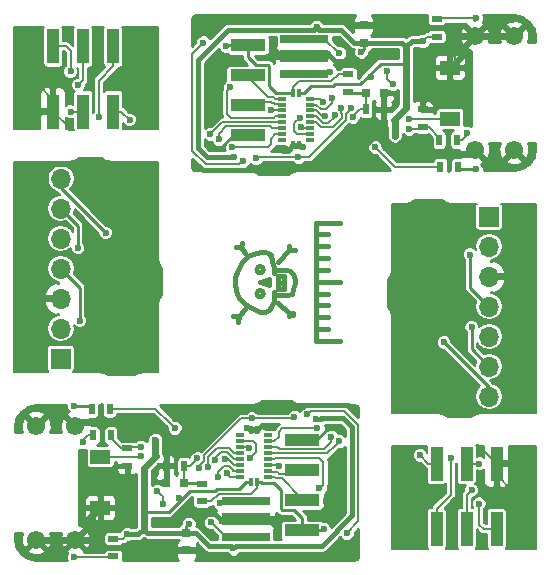
<source format=gbl>
%TF.GenerationSoftware,KiCad,Pcbnew,4.0.6*%
%TF.CreationDate,2017-04-20T11:48:03-04:00*%
%TF.ProjectId,Panel,50616E656C2E6B696361645F70636200,rev?*%
%TF.FileFunction,Copper,L2,Bot,Signal*%
%FSLAX46Y46*%
G04 Gerber Fmt 4.6, Leading zero omitted, Abs format (unit mm)*
G04 Created by KiCad (PCBNEW 4.0.6) date Thu Apr 20 11:48:03 2017*
%MOMM*%
%LPD*%
G01*
G04 APERTURE LIST*
%ADD10C,0.100000*%
%ADD11C,0.381000*%
%ADD12R,1.000000X3.000000*%
%ADD13R,1.700000X1.700000*%
%ADD14O,1.700000X1.700000*%
%ADD15R,0.900000X0.500000*%
%ADD16R,0.800000X0.750000*%
%ADD17R,0.750000X0.800000*%
%ADD18C,1.550000*%
%ADD19R,0.299720X0.797560*%
%ADD20R,0.797560X0.299720*%
%ADD21R,4.100000X0.700000*%
%ADD22R,4.100000X1.000000*%
%ADD23R,1.699260X1.198880*%
%ADD24R,0.500000X0.900000*%
%ADD25R,3.000000X1.000000*%
%ADD26C,0.600000*%
%ADD27C,0.250000*%
%ADD28C,0.203200*%
%ADD29C,0.406400*%
%ADD30C,0.609600*%
%ADD31C,0.254000*%
%ADD32C,0.152400*%
%ADD33C,0.127000*%
G04 APERTURE END LIST*
D10*
D11*
X126000000Y-125999220D02*
X127000760Y-125999220D01*
X126000000Y-125001000D02*
X127000760Y-125001000D01*
X126000000Y-124000240D02*
X127000760Y-124000240D01*
X126000000Y-122999480D02*
X127000760Y-122999480D01*
X126000000Y-121000500D02*
X127000760Y-121000500D01*
X126000000Y-119999740D02*
X127000760Y-119999740D01*
X126000000Y-118998980D02*
X127000760Y-118998980D01*
X126000000Y-118000760D02*
X127000760Y-118000760D01*
X126000000Y-122001260D02*
X127998980Y-122001260D01*
X126000000Y-117000000D02*
X127998980Y-117000000D01*
X126000000Y-117000000D02*
X126000000Y-126999980D01*
X126000000Y-126999980D02*
X127998980Y-126999980D01*
X123651000Y-124667000D02*
X124032000Y-124667000D01*
X124032000Y-124667000D02*
X124032000Y-124794000D01*
X122762000Y-123778000D02*
X123651000Y-124667000D01*
X123651000Y-124667000D02*
X123651000Y-124921000D01*
X119587000Y-119079000D02*
X119714000Y-118698000D01*
X119587000Y-119079000D02*
X119206000Y-119079000D01*
X119968000Y-119587000D02*
X119587000Y-119079000D01*
X123651000Y-119333000D02*
X124159000Y-119333000D01*
X123651000Y-119333000D02*
X123651000Y-118952000D01*
X122762000Y-120349000D02*
X123651000Y-119333000D01*
X119460000Y-124921000D02*
X119333000Y-125429000D01*
X119460000Y-124921000D02*
X118952000Y-124921000D01*
X119968000Y-124286000D02*
X119460000Y-124921000D01*
X122889000Y-122127000D02*
X123143000Y-122127000D01*
X122762000Y-121492000D02*
X122762000Y-122635000D01*
X122762000Y-122635000D02*
X123270000Y-122635000D01*
X123270000Y-122635000D02*
X123270000Y-121492000D01*
X123270000Y-121492000D02*
X122762000Y-121492000D01*
X121521981Y-120984000D02*
G75*
G03X121521981Y-120984000I-283981J0D01*
G01*
X121521981Y-123016000D02*
G75*
G03X121521981Y-123016000I-283981J0D01*
G01*
X121238000Y-122000000D02*
X122000000Y-122254000D01*
X122000000Y-122254000D02*
X122000000Y-121746000D01*
X122000000Y-121746000D02*
X121238000Y-122000000D01*
X123524000Y-120984000D02*
X123778000Y-121111000D01*
X123778000Y-121111000D02*
X124032000Y-121365000D01*
X124032000Y-121365000D02*
X124159000Y-121746000D01*
X122381000Y-123143000D02*
X123143000Y-123143000D01*
X123143000Y-123143000D02*
X123524000Y-123143000D01*
X123524000Y-123143000D02*
X123905000Y-123016000D01*
X123905000Y-123016000D02*
X124032000Y-122635000D01*
X124032000Y-122635000D02*
X124159000Y-122127000D01*
X124159000Y-122127000D02*
X124159000Y-121746000D01*
X123524000Y-120984000D02*
X123143000Y-120984000D01*
X123143000Y-120984000D02*
X122381000Y-120984000D01*
X121619000Y-119460000D02*
X121873000Y-119587000D01*
X121873000Y-119587000D02*
X122127000Y-119714000D01*
X122127000Y-119714000D02*
X122254000Y-120222000D01*
X122254000Y-120222000D02*
X122381000Y-120857000D01*
X122381000Y-120857000D02*
X122381000Y-121238000D01*
X121619000Y-119460000D02*
X121365000Y-119460000D01*
X121365000Y-119460000D02*
X120857000Y-119587000D01*
X120857000Y-119587000D02*
X120222000Y-119841000D01*
X120222000Y-119841000D02*
X119714000Y-120349000D01*
X119714000Y-120349000D02*
X119333000Y-120984000D01*
X119333000Y-120984000D02*
X119079000Y-121619000D01*
X119079000Y-121619000D02*
X119079000Y-122127000D01*
X119079000Y-122127000D02*
X119206000Y-122762000D01*
X119206000Y-122762000D02*
X119460000Y-123397000D01*
X119460000Y-123397000D02*
X119968000Y-123905000D01*
X119968000Y-123905000D02*
X120349000Y-124159000D01*
X120349000Y-124159000D02*
X120857000Y-124413000D01*
X120857000Y-124413000D02*
X121238000Y-124540000D01*
X121238000Y-124540000D02*
X121619000Y-124540000D01*
X121619000Y-124540000D02*
X122000000Y-124413000D01*
X122000000Y-124413000D02*
X122127000Y-124159000D01*
X122127000Y-124159000D02*
X122381000Y-123651000D01*
X122381000Y-123651000D02*
X122381000Y-123270000D01*
X122381000Y-123270000D02*
X122381000Y-122889000D01*
D12*
X136200000Y-137400000D03*
X136200000Y-142940000D03*
X138740000Y-137400000D03*
X138740000Y-142940000D03*
X141280000Y-137400000D03*
X141280000Y-142940000D03*
D13*
X140626200Y-116491000D03*
D14*
X140626200Y-119031000D03*
X140626200Y-121571000D03*
X140626200Y-124111000D03*
X140626200Y-126651000D03*
X140626200Y-129191000D03*
X140626200Y-131731000D03*
D12*
X108800000Y-107600000D03*
X108800000Y-102060000D03*
X106260000Y-107600000D03*
X106260000Y-102060000D03*
X103720000Y-107600000D03*
X103720000Y-102060000D03*
D13*
X104373800Y-128509000D03*
D14*
X104373800Y-125969000D03*
X104373800Y-123429000D03*
X104373800Y-120889000D03*
X104373800Y-118349000D03*
X104373800Y-115809000D03*
X104373800Y-113269000D03*
D15*
X116306600Y-139086400D03*
X116306600Y-140586400D03*
D16*
X114800000Y-139000000D03*
X113300000Y-139000000D03*
D17*
X115000000Y-143250000D03*
X115000000Y-144750000D03*
D18*
X102284500Y-134175000D03*
X105584500Y-134175000D03*
X102284500Y-143825000D03*
X105584500Y-143825000D03*
D19*
X120456960Y-138950720D03*
D20*
X119507000Y-138498600D03*
X119507000Y-138000760D03*
X119507000Y-137500380D03*
X119507000Y-137000000D03*
X119507000Y-136502160D03*
X119507000Y-136001780D03*
X119507000Y-135501400D03*
X119507000Y-135003560D03*
D19*
X120456960Y-134551440D03*
X120954800Y-134551440D03*
D20*
X121904760Y-135003560D03*
X121904760Y-135501400D03*
X121904760Y-136001780D03*
X121904760Y-136502160D03*
X121904760Y-137000000D03*
X121904760Y-137500380D03*
X121904760Y-138000760D03*
X121904760Y-138498600D03*
D19*
X120954800Y-138950720D03*
D21*
X120015000Y-143583600D03*
D22*
X120015000Y-142083600D03*
D21*
X120015000Y-140583600D03*
D23*
X107700000Y-141136540D03*
X107700000Y-136813460D03*
D24*
X108600000Y-135000000D03*
X107100000Y-135000000D03*
D15*
X110000000Y-137600000D03*
X110000000Y-136100000D03*
X108800000Y-143750000D03*
X108800000Y-145250000D03*
D24*
X113300000Y-137600000D03*
X114800000Y-137600000D03*
X108500000Y-132750000D03*
X107000000Y-132750000D03*
D25*
X124815600Y-143023400D03*
X124815600Y-140483400D03*
X124815600Y-137943400D03*
X124815600Y-135403400D03*
D15*
X128693400Y-105913600D03*
X128693400Y-104413600D03*
D16*
X130200000Y-106000000D03*
X131700000Y-106000000D03*
D17*
X130000000Y-101750000D03*
X130000000Y-100250000D03*
D18*
X142715500Y-110825000D03*
X139415500Y-110825000D03*
X142715500Y-101175000D03*
X139415500Y-101175000D03*
D19*
X124543040Y-106049280D03*
D20*
X125493000Y-106501400D03*
X125493000Y-106999240D03*
X125493000Y-107499620D03*
X125493000Y-108000000D03*
X125493000Y-108497840D03*
X125493000Y-108998220D03*
X125493000Y-109498600D03*
X125493000Y-109996440D03*
D19*
X124543040Y-110448560D03*
X124045200Y-110448560D03*
D20*
X123095240Y-109996440D03*
X123095240Y-109498600D03*
X123095240Y-108998220D03*
X123095240Y-108497840D03*
X123095240Y-108000000D03*
X123095240Y-107499620D03*
X123095240Y-106999240D03*
X123095240Y-106501400D03*
D19*
X124045200Y-106049280D03*
D21*
X124985000Y-101416400D03*
D22*
X124985000Y-102916400D03*
D21*
X124985000Y-104416400D03*
D23*
X137300000Y-103863460D03*
X137300000Y-108186540D03*
D24*
X136400000Y-110000000D03*
X137900000Y-110000000D03*
D15*
X135000000Y-107400000D03*
X135000000Y-108900000D03*
X136200000Y-101250000D03*
X136200000Y-99750000D03*
D24*
X131700000Y-107400000D03*
X130200000Y-107400000D03*
X136500000Y-112250000D03*
X138000000Y-112250000D03*
D25*
X120184400Y-101976600D03*
X120184400Y-104516600D03*
X120184400Y-107056600D03*
X120184400Y-109596600D03*
D26*
X139010200Y-119698800D03*
X105989800Y-125301200D03*
X139162600Y-125845600D03*
X105837400Y-119154400D03*
X136825800Y-127141000D03*
X108174200Y-117859000D03*
X133125000Y-136400000D03*
X135600000Y-140300000D03*
X140050000Y-143975000D03*
X137525000Y-143975000D03*
X133675000Y-143975000D03*
X144125000Y-139875000D03*
X139975000Y-136100000D03*
X143650000Y-136425000D03*
X142600000Y-139900000D03*
X133676200Y-128050000D03*
X135375000Y-128025000D03*
X134725000Y-129100000D03*
X134200000Y-126900000D03*
X135600000Y-131125000D03*
X143025000Y-121600000D03*
X138425000Y-118050000D03*
X143050000Y-117800000D03*
X135150000Y-115850000D03*
X133300000Y-117550000D03*
X136265200Y-118075000D03*
X133300000Y-115725000D03*
X143075000Y-127875000D03*
X143100000Y-125250000D03*
X143025000Y-130750000D03*
X109400000Y-104700000D03*
X100875000Y-105125000D03*
X101350000Y-108575000D03*
X105025000Y-108900000D03*
X111875000Y-108600000D03*
X111325000Y-101025000D03*
X107475000Y-101025000D03*
X104950000Y-101025000D03*
X102400000Y-105100000D03*
X108734800Y-126925000D03*
X106575000Y-126950000D03*
X109850000Y-129150000D03*
X111700000Y-127450000D03*
X111700000Y-129275000D03*
X110800000Y-118100000D03*
X109625000Y-116975000D03*
X111323800Y-116950000D03*
X101975000Y-123400000D03*
X101950000Y-127200000D03*
X101900000Y-119750000D03*
X101925000Y-117125000D03*
X101975000Y-114250000D03*
X109400000Y-113875000D03*
X110275000Y-115900000D03*
X134800000Y-136701610D03*
X110200000Y-108298390D03*
X137400000Y-136950000D03*
X107600000Y-108050000D03*
X139142002Y-139656235D03*
X105857998Y-105343765D03*
X139800000Y-140800000D03*
X105200000Y-104200000D03*
X139800000Y-137400000D03*
X105200000Y-107600000D03*
X125945644Y-133596946D03*
X114350800Y-140331000D03*
X118975602Y-144584000D03*
X112375000Y-136125000D03*
X112350000Y-135375000D03*
X109982000Y-143379000D03*
X115189000Y-142490000D03*
X122700000Y-143000000D03*
X114700000Y-141600000D03*
X116100000Y-141700000D03*
X114000000Y-137600000D03*
X114000000Y-133500000D03*
X110125000Y-144801400D03*
X106375000Y-142400000D03*
X109975000Y-142325000D03*
X114450000Y-132775000D03*
X129250000Y-144000000D03*
X129250000Y-145250000D03*
X128000000Y-145250000D03*
X126250000Y-145250000D03*
X124750000Y-145250000D03*
X112903000Y-142312200D03*
X107289600Y-143633000D03*
X111785400Y-144801400D03*
X122275600Y-142083600D03*
X126815602Y-140585000D03*
X126365000Y-141702600D03*
X129209800Y-132812600D03*
X127965200Y-134285800D03*
X120109541Y-134397100D03*
X120548400Y-132685600D03*
X118021804Y-142250066D03*
X113255174Y-134668143D03*
X107061000Y-133854000D03*
X105511600Y-145334800D03*
X105511600Y-132507800D03*
X106222800Y-135606600D03*
X125232624Y-133234149D03*
X128576745Y-143253945D03*
X126620582Y-142941728D03*
X124129800Y-133478212D03*
X116072569Y-137749012D03*
X120523000Y-133574600D03*
X111148838Y-136775522D03*
X112991411Y-140846990D03*
X112539818Y-139721799D03*
X118403189Y-138205253D03*
X117643431Y-138560990D03*
X122815589Y-137571513D03*
X126270589Y-139481947D03*
X127964113Y-135516039D03*
X127276107Y-135107792D03*
X126098604Y-134403400D03*
X113999989Y-134376133D03*
X118230652Y-137019589D03*
X117432050Y-137123015D03*
X116870608Y-137692928D03*
X120323573Y-136077610D03*
X120405782Y-136902000D03*
X117094000Y-142363000D03*
X117830600Y-140737400D03*
X115925080Y-136962713D03*
X111150400Y-135962200D03*
X119054356Y-111403054D03*
X130649200Y-104669000D03*
X126024398Y-100416000D03*
X132625000Y-108875000D03*
X132650000Y-109625000D03*
X135018000Y-101621000D03*
X129811000Y-102510000D03*
X122300000Y-102000000D03*
X130300000Y-103400000D03*
X128900000Y-103300000D03*
X131000000Y-107400000D03*
X131000000Y-111500000D03*
X134875000Y-100198600D03*
X138625000Y-102600000D03*
X135025000Y-102675000D03*
X130550000Y-112225000D03*
X115750000Y-101000000D03*
X115750000Y-99750000D03*
X117000000Y-99750000D03*
X118750000Y-99750000D03*
X120250000Y-99750000D03*
X132097000Y-102687800D03*
X137710400Y-101367000D03*
X133214600Y-100198600D03*
X122724400Y-102916400D03*
X118184398Y-104415000D03*
X118635000Y-103297400D03*
X115790200Y-112187400D03*
X117034800Y-110714200D03*
X124890459Y-110602900D03*
X124451600Y-112314400D03*
X126978196Y-102749934D03*
X131744826Y-110331857D03*
X137939000Y-111146000D03*
X139488400Y-99665200D03*
X139488400Y-112492200D03*
X138777200Y-109393400D03*
X119767376Y-111765851D03*
X116423255Y-101746055D03*
X118379418Y-102058272D03*
X120870200Y-111521788D03*
X128927431Y-107250988D03*
X124477000Y-111425400D03*
X133851162Y-108224478D03*
X132008589Y-104153010D03*
X132460182Y-105278201D03*
X126596811Y-106794747D03*
X127356569Y-106439010D03*
X122184411Y-107428487D03*
X118729411Y-105518053D03*
X117035887Y-109483961D03*
X117723893Y-109892208D03*
X118901396Y-110596600D03*
X131000011Y-110623867D03*
X126769348Y-107980411D03*
X127567950Y-107876985D03*
X128129392Y-107307072D03*
X124676427Y-108922390D03*
X124594218Y-108098000D03*
X127906000Y-102637000D03*
X127169400Y-104262600D03*
X129074920Y-108037287D03*
X133849600Y-109037800D03*
D27*
X139010200Y-119698800D02*
X139010200Y-122495000D01*
X139010200Y-122495000D02*
X140626200Y-124111000D01*
X105989800Y-122505000D02*
X104373800Y-120889000D01*
X105989800Y-125301200D02*
X105989800Y-122505000D01*
X139162600Y-125845600D02*
X139162600Y-127727400D01*
X139162600Y-127727400D02*
X140626200Y-129191000D01*
X105837400Y-117272600D02*
X104373800Y-115809000D01*
X105837400Y-119154400D02*
X105837400Y-117272600D01*
X140626200Y-130941400D02*
X140626200Y-131731000D01*
X136825800Y-127141000D02*
X140626200Y-130941400D01*
X104373800Y-114058600D02*
X104373800Y-113269000D01*
X108174200Y-117859000D02*
X104373800Y-114058600D01*
D28*
X133675000Y-136950000D02*
X133125000Y-136400000D01*
X142600000Y-139720000D02*
X142600000Y-139900000D01*
X141280000Y-138400000D02*
X142600000Y-139720000D01*
X133675000Y-140200000D02*
X133675000Y-136950000D01*
X133775000Y-140300000D02*
X133675000Y-140200000D01*
X135600000Y-140300000D02*
X133775000Y-140300000D01*
X133675000Y-143975000D02*
X133675000Y-140200000D01*
X139980000Y-136100000D02*
X141280000Y-137400000D01*
X142675000Y-137400000D02*
X143650000Y-136425000D01*
X141280000Y-137400000D02*
X142675000Y-137400000D01*
X139975000Y-136100000D02*
X139980000Y-136100000D01*
X141280000Y-137400000D02*
X141280000Y-138400000D01*
D27*
X133300000Y-117550000D02*
X133300000Y-115725000D01*
X135800736Y-115850000D02*
X135150000Y-115850000D01*
X138425000Y-118050000D02*
X138000736Y-118050000D01*
X138000736Y-118050000D02*
X135800736Y-115850000D01*
X137381001Y-132906001D02*
X135600000Y-131125000D01*
X143025000Y-117825000D02*
X143050000Y-117800000D01*
X143025000Y-121600000D02*
X143025000Y-117825000D01*
X141190201Y-132906001D02*
X137381001Y-132906001D01*
X141801201Y-132295001D02*
X141190201Y-132906001D01*
X142218200Y-130750000D02*
X141801201Y-131166999D01*
X141801201Y-131166999D02*
X141801201Y-132295001D01*
X143025000Y-130750000D02*
X142218200Y-130750000D01*
X143100000Y-125250000D02*
X143100000Y-127850000D01*
X143100000Y-127850000D02*
X143075000Y-127875000D01*
X134250000Y-126900000D02*
X135375000Y-128025000D01*
X134200000Y-126900000D02*
X134250000Y-126900000D01*
D28*
X111325000Y-101025000D02*
X111325000Y-104800000D01*
X111325000Y-104800000D02*
X111325000Y-108050000D01*
X109400000Y-104700000D02*
X111225000Y-104700000D01*
X111225000Y-104700000D02*
X111325000Y-104800000D01*
X103720000Y-107600000D02*
X102325000Y-107600000D01*
X102325000Y-107600000D02*
X101350000Y-108575000D01*
X105025000Y-108900000D02*
X105020000Y-108900000D01*
X105020000Y-108900000D02*
X103720000Y-107600000D01*
X111325000Y-108050000D02*
X111875000Y-108600000D01*
X103720000Y-107600000D02*
X103720000Y-106600000D01*
X103720000Y-106600000D02*
X102400000Y-105280000D01*
X102400000Y-105280000D02*
X102400000Y-105100000D01*
D27*
X106999264Y-126950000D02*
X109199264Y-129150000D01*
X106575000Y-126950000D02*
X106999264Y-126950000D01*
X109199264Y-129150000D02*
X109850000Y-129150000D01*
X111700000Y-127450000D02*
X111700000Y-129275000D01*
X110750000Y-118100000D02*
X109625000Y-116975000D01*
X110800000Y-118100000D02*
X110750000Y-118100000D01*
X101975000Y-127175000D02*
X101950000Y-127200000D01*
X101975000Y-123400000D02*
X101975000Y-127175000D01*
X101900000Y-117150000D02*
X101925000Y-117125000D01*
X101900000Y-119750000D02*
X101900000Y-117150000D01*
X107618999Y-112093999D02*
X109400000Y-113875000D01*
X103809799Y-112093999D02*
X107618999Y-112093999D01*
X103198799Y-112704999D02*
X103809799Y-112093999D01*
X103198799Y-113833001D02*
X103198799Y-112704999D01*
X102781800Y-114250000D02*
X103198799Y-113833001D01*
X101975000Y-114250000D02*
X102781800Y-114250000D01*
D28*
X134800000Y-136703200D02*
X134800000Y-136701610D01*
X135496800Y-137400000D02*
X134800000Y-136703200D01*
X136200000Y-137400000D02*
X135496800Y-137400000D01*
X110200000Y-108296800D02*
X110200000Y-108298390D01*
X109503200Y-107600000D02*
X110200000Y-108296800D01*
X108800000Y-107600000D02*
X109503200Y-107600000D01*
X137400000Y-140036800D02*
X137400000Y-136950000D01*
X136200000Y-142940000D02*
X136200000Y-141940000D01*
X136200000Y-141236800D02*
X136200000Y-142940000D01*
X137400000Y-140036800D02*
X136200000Y-141236800D01*
X107600000Y-104963200D02*
X107600000Y-108050000D01*
X107600000Y-104963200D02*
X108800000Y-103763200D01*
X108800000Y-103763200D02*
X108800000Y-102060000D01*
X108800000Y-102060000D02*
X108800000Y-103060000D01*
X138740000Y-142940000D02*
X138740000Y-140058237D01*
X138740000Y-140058237D02*
X138842003Y-139956234D01*
X138842003Y-139956234D02*
X139142002Y-139656235D01*
X106157997Y-105043766D02*
X105857998Y-105343765D01*
X106260000Y-102060000D02*
X106260000Y-104941763D01*
X106260000Y-104941763D02*
X106157997Y-105043766D01*
X141280000Y-142940000D02*
X140170000Y-142940000D01*
X140170000Y-142940000D02*
X139800000Y-142570000D01*
X139800000Y-142570000D02*
X139800000Y-140800000D01*
X105200000Y-102430000D02*
X105200000Y-104200000D01*
X103720000Y-102060000D02*
X104830000Y-102060000D01*
X104830000Y-102060000D02*
X105200000Y-102430000D01*
X139800000Y-137400000D02*
X138740000Y-137400000D01*
X105200000Y-107600000D02*
X106260000Y-107600000D01*
D29*
X129049401Y-134329263D02*
X128284507Y-133564369D01*
X128284507Y-133564369D02*
X126402485Y-133564369D01*
X126369908Y-133596946D02*
X125945644Y-133596946D01*
X122380162Y-144344200D02*
X126492000Y-144344200D01*
X126402485Y-133564369D02*
X126369908Y-133596946D01*
X129049401Y-141786799D02*
X129049401Y-134329263D01*
X126492000Y-144344200D02*
X129049401Y-141786799D01*
D30*
X112395000Y-136720466D02*
X112375000Y-136700466D01*
X112375000Y-136700466D02*
X112375000Y-136125000D01*
X112395000Y-136720466D02*
X112350000Y-136675466D01*
X112350000Y-136675466D02*
X112350000Y-135375000D01*
D28*
X108800000Y-143750000D02*
X109611000Y-143750000D01*
X109611000Y-143750000D02*
X109982000Y-143379000D01*
D30*
X111379000Y-137736466D02*
X111379000Y-141321600D01*
X111379000Y-141321600D02*
X111379000Y-142921800D01*
D31*
X113548577Y-141474000D02*
X111531400Y-141474000D01*
X111531400Y-141474000D02*
X111379000Y-141321600D01*
X117409812Y-139721400D02*
X115301177Y-139721400D01*
X115301177Y-139721400D02*
X113548577Y-141474000D01*
X119449632Y-139554188D02*
X117577024Y-139554188D01*
X120053100Y-138950720D02*
X119449632Y-139554188D01*
X120456960Y-138950720D02*
X120053100Y-138950720D01*
X117577024Y-139554188D02*
X117409812Y-139721400D01*
D29*
X119227600Y-144344200D02*
X122380162Y-144344200D01*
X122380162Y-144344200D02*
X122387561Y-144336801D01*
X118987800Y-144584000D02*
X119227600Y-144344200D01*
X118975602Y-144584000D02*
X118987800Y-144584000D01*
X115000000Y-143250000D02*
X115781400Y-143250000D01*
X118770400Y-144344200D02*
X118975602Y-144549402D01*
X115781400Y-143250000D02*
X116875600Y-144344200D01*
X116875600Y-144344200D02*
X118770400Y-144344200D01*
X118975602Y-144549402D02*
X118975602Y-144584000D01*
X111379000Y-142921800D02*
X111707200Y-143250000D01*
X111707200Y-143250000D02*
X115000000Y-143250000D01*
X110921800Y-143379000D02*
X109982000Y-143379000D01*
X111379000Y-142921800D02*
X110921800Y-143379000D01*
D30*
X112395000Y-136720466D02*
X111379000Y-137736466D01*
D32*
X109982000Y-143418000D02*
X109982000Y-143379000D01*
D31*
X115000000Y-143250000D02*
X115000000Y-142679000D01*
X115000000Y-142679000D02*
X115189000Y-142490000D01*
D29*
X128972482Y-132812600D02*
X129209800Y-132812600D01*
X120548400Y-132685600D02*
X120972664Y-132685600D01*
X120972664Y-132685600D02*
X121099664Y-132812600D01*
X121099664Y-132812600D02*
X123754674Y-132812600D01*
X123754674Y-132812600D02*
X124137934Y-132429340D01*
X124137934Y-132429340D02*
X128589223Y-132429340D01*
X128589223Y-132429340D02*
X128972482Y-132812600D01*
D27*
X113300000Y-137600000D02*
X113300000Y-136900000D01*
X113300000Y-136900000D02*
X113255174Y-136855174D01*
X113255174Y-136855174D02*
X113255174Y-135092407D01*
X113300000Y-137600000D02*
X114000000Y-137600000D01*
X113300000Y-139000000D02*
X113300000Y-137600000D01*
D28*
X122700000Y-143000000D02*
X122428000Y-142728000D01*
X122428000Y-142728000D02*
X121783600Y-142083600D01*
X122428000Y-142236000D02*
X122428000Y-142728000D01*
X122275600Y-142083600D02*
X122428000Y-142236000D01*
X121783600Y-142083600D02*
X120015000Y-142083600D01*
X120015000Y-142083600D02*
X120294400Y-142363000D01*
X120294400Y-142363000D02*
X122097800Y-142363000D01*
X122275600Y-142083600D02*
X122275600Y-142575600D01*
X122275600Y-142575600D02*
X122700000Y-143000000D01*
D27*
X116100000Y-141700000D02*
X114800000Y-141700000D01*
X114800000Y-141700000D02*
X114700000Y-141600000D01*
D30*
X105584500Y-143825000D02*
X102284500Y-143825000D01*
X105584500Y-143825000D02*
X107097600Y-143825000D01*
X107097600Y-143825000D02*
X107289600Y-143633000D01*
X107700000Y-141136540D02*
X107638460Y-141136540D01*
X107638460Y-141136540D02*
X106375000Y-142400000D01*
X115000000Y-144750000D02*
X115984600Y-144750000D01*
X115984600Y-144750000D02*
X116100000Y-144865400D01*
D28*
X113400000Y-144750000D02*
X111836800Y-144750000D01*
D30*
X115000000Y-144750000D02*
X113400000Y-144750000D01*
D31*
X126005470Y-135403400D02*
X124815600Y-135403400D01*
D28*
X125096223Y-132363779D02*
X124947401Y-132512601D01*
X128760979Y-132363779D02*
X125096223Y-132363779D01*
D31*
X127123070Y-134285800D02*
X126005470Y-135403400D01*
D28*
X129209800Y-132812600D02*
X128760979Y-132363779D01*
D31*
X127965200Y-134285800D02*
X127123070Y-134285800D01*
D27*
X124815600Y-135403400D02*
X126096600Y-135403400D01*
X127214200Y-134285800D02*
X127965200Y-134285800D01*
D28*
X128000000Y-145250000D02*
X129250000Y-145250000D01*
X124750000Y-145250000D02*
X126250000Y-145250000D01*
X107289600Y-143633000D02*
X107289600Y-141546940D01*
X107289600Y-141546940D02*
X107700000Y-141136540D01*
X111836800Y-144750000D02*
X111785400Y-144801400D01*
X122268200Y-142083600D02*
X122275600Y-142083600D01*
X120015000Y-142083600D02*
X122268200Y-142083600D01*
X126365000Y-141702600D02*
X126441200Y-141702600D01*
D29*
X121398240Y-134108000D02*
X121818400Y-134108000D01*
X120954800Y-134551440D02*
X121398240Y-134108000D01*
D32*
X120109541Y-134397100D02*
X119938800Y-134567841D01*
X119938800Y-134567841D02*
X119938800Y-134577499D01*
X120548400Y-132685600D02*
X120497600Y-132634800D01*
X120497600Y-132634800D02*
X120243600Y-132634800D01*
D31*
X113255174Y-134668143D02*
X113255174Y-135092407D01*
X113255174Y-135092407D02*
X113261367Y-135098600D01*
D29*
X117431537Y-141659799D02*
X116644799Y-141659799D01*
X120015000Y-142083600D02*
X117855338Y-142083600D01*
X117855338Y-142083600D02*
X117431537Y-141659799D01*
D30*
X107061000Y-133854000D02*
X105905500Y-133854000D01*
X105905500Y-133854000D02*
X105584500Y-134175000D01*
D28*
X105511600Y-145334800D02*
X108715200Y-145334800D01*
X108715200Y-145334800D02*
X108800000Y-145250000D01*
D27*
X105646400Y-145200000D02*
X105511600Y-145334800D01*
X105511600Y-132507800D02*
X106757800Y-132507800D01*
X106757800Y-132507800D02*
X107000000Y-132750000D01*
X107000000Y-132700800D02*
X107000000Y-132750000D01*
X106884800Y-132634800D02*
X107000000Y-132750000D01*
D32*
X106095800Y-135601800D02*
X106218000Y-135601800D01*
X106218000Y-135601800D02*
X106222800Y-135606600D01*
X107100000Y-135000000D02*
X106697600Y-135000000D01*
X106697600Y-135000000D02*
X106095800Y-135601800D01*
D28*
X125532623Y-132934150D02*
X125232624Y-133234149D01*
X128380124Y-132934150D02*
X125532623Y-132934150D01*
X128576745Y-143253945D02*
X129554212Y-142276478D01*
X129554212Y-134108238D02*
X128380124Y-132934150D01*
X129554212Y-142276478D02*
X129554212Y-134108238D01*
D31*
X126620582Y-142972418D02*
X126620582Y-142941728D01*
X124815600Y-143023400D02*
X126569600Y-143023400D01*
X126569600Y-143023400D02*
X126620582Y-142972418D01*
X120954800Y-138950720D02*
X121358660Y-138950720D01*
X121418140Y-139010200D02*
X122397315Y-139010200D01*
X121358660Y-138950720D02*
X121418140Y-139010200D01*
X122397315Y-139010200D02*
X122986800Y-139599685D01*
X122986800Y-139599685D02*
X122986800Y-141243202D01*
X122986800Y-141243202D02*
X123065198Y-141321600D01*
X123065198Y-141321600D02*
X124104400Y-141321600D01*
X124104400Y-141321600D02*
X124815600Y-142032800D01*
X124815600Y-142032800D02*
X124815600Y-143023400D01*
D32*
X117744039Y-139957399D02*
X120499301Y-139957399D01*
X120499301Y-139957399D02*
X120954800Y-139501900D01*
X117115038Y-140586400D02*
X117744039Y-139957399D01*
X120954800Y-139501900D02*
X120954800Y-138950720D01*
X116306600Y-140586400D02*
X117115038Y-140586400D01*
X123077615Y-138657789D02*
X124612400Y-140192574D01*
X124612400Y-140192574D02*
X124612400Y-140483400D01*
X122615129Y-138657789D02*
X123077615Y-138657789D01*
X122455940Y-138498600D02*
X122615129Y-138657789D01*
X121904760Y-138498600D02*
X122455940Y-138498600D01*
X124318801Y-138236999D02*
X124612400Y-137943400D01*
X122864382Y-138236999D02*
X124318801Y-138236999D01*
X122506090Y-138072539D02*
X122579741Y-138146190D01*
X121976539Y-138072539D02*
X122506090Y-138072539D01*
X121904760Y-138000760D02*
X121976539Y-138072539D01*
X122773573Y-138146190D02*
X122864382Y-138236999D01*
X122579741Y-138146190D02*
X122773573Y-138146190D01*
X120523000Y-133574600D02*
X124033412Y-133574600D01*
X124033412Y-133574600D02*
X124129800Y-133478212D01*
X116502970Y-136691625D02*
X116502970Y-137207788D01*
X116072569Y-137638189D02*
X116072569Y-137749012D01*
X120523000Y-133574600D02*
X119619995Y-133574600D01*
X119619995Y-133574600D02*
X116502970Y-136691625D01*
X116502970Y-137207788D02*
X116072569Y-137638189D01*
X111110900Y-136813460D02*
X111148838Y-136775522D01*
X107700000Y-136813460D02*
X111110900Y-136813460D01*
X112991411Y-140173392D02*
X112839817Y-140021798D01*
X112991411Y-140846990D02*
X112991411Y-140173392D01*
X112839817Y-140021798D02*
X112539818Y-139721799D01*
X119507000Y-138498600D02*
X118696536Y-138498600D01*
X118696536Y-138498600D02*
X118403189Y-138205253D01*
X119507000Y-138498600D02*
X119427598Y-138498600D01*
X119507000Y-138498600D02*
X119402198Y-138498600D01*
X119507000Y-138000760D02*
X119020138Y-138000760D01*
X117643431Y-138136726D02*
X117643431Y-138560990D01*
X118184358Y-137595799D02*
X117643431Y-138136726D01*
X119020138Y-138000760D02*
X118615177Y-137595799D01*
X118615177Y-137595799D02*
X118184358Y-137595799D01*
X119507000Y-138000760D02*
X118988744Y-138000760D01*
X122744456Y-137500380D02*
X122815589Y-137571513D01*
X121904760Y-137500380D02*
X122744456Y-137500380D01*
X122455940Y-137000000D02*
X122571519Y-136884421D01*
X121904760Y-137000000D02*
X122455940Y-137000000D01*
X126591801Y-139160735D02*
X126570588Y-139181948D01*
X126570588Y-139181948D02*
X126270589Y-139481947D01*
X122571519Y-136884421D02*
X126253021Y-136884421D01*
X126253021Y-136884421D02*
X126591801Y-137223201D01*
X126591801Y-137223201D02*
X126591801Y-139160735D01*
X122455940Y-136502160D02*
X122485791Y-136532011D01*
X121904760Y-136502160D02*
X122455940Y-136502160D01*
X122485791Y-136532011D02*
X126948141Y-136532011D01*
X127664114Y-135816038D02*
X127964113Y-135516039D01*
X126948141Y-136532011D02*
X127664114Y-135816038D01*
X127276107Y-135532056D02*
X127276107Y-135107792D01*
X126628562Y-136179601D02*
X127276107Y-135532056D01*
X122891439Y-136179601D02*
X126628562Y-136179601D01*
X122713618Y-136001780D02*
X122891439Y-136179601D01*
X121904760Y-136001780D02*
X122713618Y-136001780D01*
X122836199Y-134682439D02*
X123115238Y-134403400D01*
X121904760Y-135501400D02*
X122455940Y-135501400D01*
X122455940Y-135501400D02*
X122836199Y-135121141D01*
X123115238Y-134403400D02*
X125674340Y-134403400D01*
X122836199Y-135121141D02*
X122836199Y-134682439D01*
X125674340Y-134403400D02*
X126098604Y-134403400D01*
X113699990Y-134076134D02*
X113999989Y-134376133D01*
X112373856Y-132750000D02*
X113699990Y-134076134D01*
X108500000Y-132750000D02*
X112373856Y-132750000D01*
X119018142Y-137500380D02*
X118537351Y-137019589D01*
X118537351Y-137019589D02*
X118230652Y-137019589D01*
X119200000Y-137500380D02*
X119018142Y-137500380D01*
X119507000Y-137500380D02*
X119126000Y-137500380D01*
X119200000Y-137000000D02*
X119038443Y-137000000D01*
X118456430Y-136417987D02*
X117967958Y-136417987D01*
X117967958Y-136417987D02*
X117432050Y-136953895D01*
X117432050Y-136953895D02*
X117432050Y-137123015D01*
X119038443Y-137000000D02*
X118456430Y-136417987D01*
X119507000Y-137000000D02*
X119126000Y-137000000D01*
X117627403Y-136065576D02*
X116855380Y-136837599D01*
X116870608Y-137268664D02*
X116870608Y-137692928D01*
X119062165Y-136502160D02*
X118625581Y-136065576D01*
X116855380Y-136837599D02*
X116855380Y-137253436D01*
X118625581Y-136065576D02*
X117627403Y-136065576D01*
X116855380Y-137253436D02*
X116870608Y-137268664D01*
X119200000Y-136502160D02*
X119062165Y-136502160D01*
X119507000Y-136502160D02*
X119126000Y-136502160D01*
X120184757Y-135938794D02*
X120323573Y-136077610D01*
X120247743Y-136001780D02*
X120323573Y-136077610D01*
X119507000Y-136001780D02*
X120247743Y-136001780D01*
X120089206Y-135938794D02*
X120184757Y-135938794D01*
X120015000Y-136013000D02*
X120089206Y-135938794D01*
X120405782Y-136902000D02*
X120899775Y-136408007D01*
X120899775Y-136408007D02*
X120899775Y-135777680D01*
X120899775Y-135777680D02*
X120623495Y-135501400D01*
X120623495Y-135501400D02*
X119507000Y-135501400D01*
X120015000Y-143583600D02*
X118315000Y-143583600D01*
X118315000Y-143583600D02*
X117094400Y-142363000D01*
X117094400Y-142363000D02*
X117094000Y-142363000D01*
X120015000Y-140583600D02*
X117984400Y-140583600D01*
X117984400Y-140583600D02*
X117830600Y-140737400D01*
D31*
X114800000Y-139000000D02*
X116220200Y-139000000D01*
X116220200Y-139000000D02*
X116306600Y-139086400D01*
D32*
X115625081Y-137262712D02*
X115925080Y-136962713D01*
X114800000Y-137600000D02*
X115287793Y-137600000D01*
X115287793Y-137600000D02*
X115625081Y-137262712D01*
X114800000Y-139000000D02*
X114800000Y-137600000D01*
X111150400Y-135962200D02*
X110137800Y-135962200D01*
X110137800Y-135962200D02*
X110000000Y-136100000D01*
X108600000Y-135000000D02*
X108600000Y-135200000D01*
X108600000Y-135200000D02*
X109500000Y-136100000D01*
X109500000Y-136100000D02*
X110000000Y-136100000D01*
D29*
X115950599Y-110670737D02*
X116715493Y-111435631D01*
X116715493Y-111435631D02*
X118597515Y-111435631D01*
X118630092Y-111403054D02*
X119054356Y-111403054D01*
X122619838Y-100655800D02*
X118508000Y-100655800D01*
X118597515Y-111435631D02*
X118630092Y-111403054D01*
X115950599Y-103213201D02*
X115950599Y-110670737D01*
X118508000Y-100655800D02*
X115950599Y-103213201D01*
D30*
X132605000Y-108279534D02*
X132625000Y-108299534D01*
X132625000Y-108299534D02*
X132625000Y-108875000D01*
X132605000Y-108279534D02*
X132650000Y-108324534D01*
X132650000Y-108324534D02*
X132650000Y-109625000D01*
D28*
X136200000Y-101250000D02*
X135389000Y-101250000D01*
X135389000Y-101250000D02*
X135018000Y-101621000D01*
D30*
X133621000Y-107263534D02*
X133621000Y-103678400D01*
X133621000Y-103678400D02*
X133621000Y-102078200D01*
D31*
X131451423Y-103526000D02*
X133468600Y-103526000D01*
X133468600Y-103526000D02*
X133621000Y-103678400D01*
X127590188Y-105278600D02*
X129698823Y-105278600D01*
X129698823Y-105278600D02*
X131451423Y-103526000D01*
X125550368Y-105445812D02*
X127422976Y-105445812D01*
X124946900Y-106049280D02*
X125550368Y-105445812D01*
X124543040Y-106049280D02*
X124946900Y-106049280D01*
X127422976Y-105445812D02*
X127590188Y-105278600D01*
D29*
X125772400Y-100655800D02*
X122619838Y-100655800D01*
X122619838Y-100655800D02*
X122612439Y-100663199D01*
X126012200Y-100416000D02*
X125772400Y-100655800D01*
X126024398Y-100416000D02*
X126012200Y-100416000D01*
X130000000Y-101750000D02*
X129218600Y-101750000D01*
X126229600Y-100655800D02*
X126024398Y-100450598D01*
X129218600Y-101750000D02*
X128124400Y-100655800D01*
X128124400Y-100655800D02*
X126229600Y-100655800D01*
X126024398Y-100450598D02*
X126024398Y-100416000D01*
X133621000Y-102078200D02*
X133292800Y-101750000D01*
X133292800Y-101750000D02*
X130000000Y-101750000D01*
X134078200Y-101621000D02*
X135018000Y-101621000D01*
X133621000Y-102078200D02*
X134078200Y-101621000D01*
D30*
X132605000Y-108279534D02*
X133621000Y-107263534D01*
D32*
X135018000Y-101582000D02*
X135018000Y-101621000D01*
D31*
X130000000Y-101750000D02*
X130000000Y-102321000D01*
X130000000Y-102321000D02*
X129811000Y-102510000D01*
D29*
X116027518Y-112187400D02*
X115790200Y-112187400D01*
X124451600Y-112314400D02*
X124027336Y-112314400D01*
X124027336Y-112314400D02*
X123900336Y-112187400D01*
X123900336Y-112187400D02*
X121245326Y-112187400D01*
X121245326Y-112187400D02*
X120862066Y-112570660D01*
X120862066Y-112570660D02*
X116410777Y-112570660D01*
X116410777Y-112570660D02*
X116027518Y-112187400D01*
D27*
X131700000Y-107400000D02*
X131700000Y-108100000D01*
X131700000Y-108100000D02*
X131744826Y-108144826D01*
X131744826Y-108144826D02*
X131744826Y-109907593D01*
X131700000Y-107400000D02*
X131000000Y-107400000D01*
X131700000Y-106000000D02*
X131700000Y-107400000D01*
D28*
X122300000Y-102000000D02*
X122572000Y-102272000D01*
X122572000Y-102272000D02*
X123216400Y-102916400D01*
X122572000Y-102764000D02*
X122572000Y-102272000D01*
X122724400Y-102916400D02*
X122572000Y-102764000D01*
X123216400Y-102916400D02*
X124985000Y-102916400D01*
X124985000Y-102916400D02*
X124705600Y-102637000D01*
X124705600Y-102637000D02*
X122902200Y-102637000D01*
X122724400Y-102916400D02*
X122724400Y-102424400D01*
X122724400Y-102424400D02*
X122300000Y-102000000D01*
D27*
X128900000Y-103300000D02*
X130200000Y-103300000D01*
X130200000Y-103300000D02*
X130300000Y-103400000D01*
D30*
X139415500Y-101175000D02*
X142715500Y-101175000D01*
X139415500Y-101175000D02*
X137902400Y-101175000D01*
X137902400Y-101175000D02*
X137710400Y-101367000D01*
X137300000Y-103863460D02*
X137361540Y-103863460D01*
X137361540Y-103863460D02*
X138625000Y-102600000D01*
X130000000Y-100250000D02*
X129015400Y-100250000D01*
X129015400Y-100250000D02*
X128900000Y-100134600D01*
D28*
X131600000Y-100250000D02*
X133163200Y-100250000D01*
D30*
X130000000Y-100250000D02*
X131600000Y-100250000D01*
D31*
X118994530Y-109596600D02*
X120184400Y-109596600D01*
D28*
X119903777Y-112636221D02*
X120052599Y-112487399D01*
X116239021Y-112636221D02*
X119903777Y-112636221D01*
D31*
X117876930Y-110714200D02*
X118994530Y-109596600D01*
D28*
X115790200Y-112187400D02*
X116239021Y-112636221D01*
D31*
X117034800Y-110714200D02*
X117876930Y-110714200D01*
D27*
X120184400Y-109596600D02*
X118903400Y-109596600D01*
X117785800Y-110714200D02*
X117034800Y-110714200D01*
D28*
X117000000Y-99750000D02*
X115750000Y-99750000D01*
X120250000Y-99750000D02*
X118750000Y-99750000D01*
X137710400Y-101367000D02*
X137710400Y-103453060D01*
X137710400Y-103453060D02*
X137300000Y-103863460D01*
X133163200Y-100250000D02*
X133214600Y-100198600D01*
X122731800Y-102916400D02*
X122724400Y-102916400D01*
X124985000Y-102916400D02*
X122731800Y-102916400D01*
X118635000Y-103297400D02*
X118558800Y-103297400D01*
D29*
X123601760Y-110892000D02*
X123181600Y-110892000D01*
X124045200Y-110448560D02*
X123601760Y-110892000D01*
D32*
X124890459Y-110602900D02*
X125061200Y-110432159D01*
X125061200Y-110432159D02*
X125061200Y-110422501D01*
X124451600Y-112314400D02*
X124502400Y-112365200D01*
X124502400Y-112365200D02*
X124756400Y-112365200D01*
D31*
X131744826Y-110331857D02*
X131744826Y-109907593D01*
X131744826Y-109907593D02*
X131738633Y-109901400D01*
D29*
X127568463Y-103340201D02*
X128355201Y-103340201D01*
X124985000Y-102916400D02*
X127144662Y-102916400D01*
X127144662Y-102916400D02*
X127568463Y-103340201D01*
D30*
X137939000Y-111146000D02*
X139094500Y-111146000D01*
X139094500Y-111146000D02*
X139415500Y-110825000D01*
D28*
X139488400Y-99665200D02*
X136284800Y-99665200D01*
X136284800Y-99665200D02*
X136200000Y-99750000D01*
D27*
X139353600Y-99800000D02*
X139488400Y-99665200D01*
X139488400Y-112492200D02*
X138242200Y-112492200D01*
X138242200Y-112492200D02*
X138000000Y-112250000D01*
X138000000Y-112299200D02*
X138000000Y-112250000D01*
X138115200Y-112365200D02*
X138000000Y-112250000D01*
D32*
X138904200Y-109398200D02*
X138782000Y-109398200D01*
X138782000Y-109398200D02*
X138777200Y-109393400D01*
X137900000Y-110000000D02*
X138302400Y-110000000D01*
X138302400Y-110000000D02*
X138904200Y-109398200D01*
D28*
X119467377Y-112065850D02*
X119767376Y-111765851D01*
X116619876Y-112065850D02*
X119467377Y-112065850D01*
X116423255Y-101746055D02*
X115445788Y-102723522D01*
X115445788Y-110891762D02*
X116619876Y-112065850D01*
X115445788Y-102723522D02*
X115445788Y-110891762D01*
D31*
X118379418Y-102027582D02*
X118379418Y-102058272D01*
X120184400Y-101976600D02*
X118430400Y-101976600D01*
X118430400Y-101976600D02*
X118379418Y-102027582D01*
X124045200Y-106049280D02*
X123641340Y-106049280D01*
X123581860Y-105989800D02*
X122602685Y-105989800D01*
X123641340Y-106049280D02*
X123581860Y-105989800D01*
X122602685Y-105989800D02*
X122013200Y-105400315D01*
X122013200Y-105400315D02*
X122013200Y-103756798D01*
X122013200Y-103756798D02*
X121934802Y-103678400D01*
X121934802Y-103678400D02*
X120895600Y-103678400D01*
X120895600Y-103678400D02*
X120184400Y-102967200D01*
X120184400Y-102967200D02*
X120184400Y-101976600D01*
D32*
X127255961Y-105042601D02*
X124500699Y-105042601D01*
X124500699Y-105042601D02*
X124045200Y-105498100D01*
X127884962Y-104413600D02*
X127255961Y-105042601D01*
X124045200Y-105498100D02*
X124045200Y-106049280D01*
X128693400Y-104413600D02*
X127884962Y-104413600D01*
X121922385Y-106342211D02*
X120387600Y-104807426D01*
X120387600Y-104807426D02*
X120387600Y-104516600D01*
X122384871Y-106342211D02*
X121922385Y-106342211D01*
X122544060Y-106501400D02*
X122384871Y-106342211D01*
X123095240Y-106501400D02*
X122544060Y-106501400D01*
X120681199Y-106763001D02*
X120387600Y-107056600D01*
X122135618Y-106763001D02*
X120681199Y-106763001D01*
X122493910Y-106927461D02*
X122420259Y-106853810D01*
X123023461Y-106927461D02*
X122493910Y-106927461D01*
X123095240Y-106999240D02*
X123023461Y-106927461D01*
X122226427Y-106853810D02*
X122135618Y-106763001D01*
X122420259Y-106853810D02*
X122226427Y-106853810D01*
X124477000Y-111425400D02*
X120966588Y-111425400D01*
X120966588Y-111425400D02*
X120870200Y-111521788D01*
X128497030Y-108308375D02*
X128497030Y-107792212D01*
X128927431Y-107361811D02*
X128927431Y-107250988D01*
X124477000Y-111425400D02*
X125380005Y-111425400D01*
X125380005Y-111425400D02*
X128497030Y-108308375D01*
X128497030Y-107792212D02*
X128927431Y-107361811D01*
X133889100Y-108186540D02*
X133851162Y-108224478D01*
X137300000Y-108186540D02*
X133889100Y-108186540D01*
X132008589Y-104826608D02*
X132160183Y-104978202D01*
X132008589Y-104153010D02*
X132008589Y-104826608D01*
X132160183Y-104978202D02*
X132460182Y-105278201D01*
X125493000Y-106501400D02*
X126303464Y-106501400D01*
X126303464Y-106501400D02*
X126596811Y-106794747D01*
X125493000Y-106501400D02*
X125572402Y-106501400D01*
X125493000Y-106501400D02*
X125597802Y-106501400D01*
X125493000Y-106999240D02*
X125979862Y-106999240D01*
X127356569Y-106863274D02*
X127356569Y-106439010D01*
X126815642Y-107404201D02*
X127356569Y-106863274D01*
X125979862Y-106999240D02*
X126384823Y-107404201D01*
X126384823Y-107404201D02*
X126815642Y-107404201D01*
X125493000Y-106999240D02*
X126011256Y-106999240D01*
X122255544Y-107499620D02*
X122184411Y-107428487D01*
X123095240Y-107499620D02*
X122255544Y-107499620D01*
X122544060Y-108000000D02*
X122428481Y-108115579D01*
X123095240Y-108000000D02*
X122544060Y-108000000D01*
X118408199Y-105839265D02*
X118429412Y-105818052D01*
X118429412Y-105818052D02*
X118729411Y-105518053D01*
X122428481Y-108115579D02*
X118746979Y-108115579D01*
X118746979Y-108115579D02*
X118408199Y-107776799D01*
X118408199Y-107776799D02*
X118408199Y-105839265D01*
X122544060Y-108497840D02*
X122514209Y-108467989D01*
X123095240Y-108497840D02*
X122544060Y-108497840D01*
X122514209Y-108467989D02*
X118051859Y-108467989D01*
X117335886Y-109183962D02*
X117035887Y-109483961D01*
X118051859Y-108467989D02*
X117335886Y-109183962D01*
X117723893Y-109467944D02*
X117723893Y-109892208D01*
X118371438Y-108820399D02*
X117723893Y-109467944D01*
X122108561Y-108820399D02*
X118371438Y-108820399D01*
X122286382Y-108998220D02*
X122108561Y-108820399D01*
X123095240Y-108998220D02*
X122286382Y-108998220D01*
X122163801Y-110317561D02*
X121884762Y-110596600D01*
X123095240Y-109498600D02*
X122544060Y-109498600D01*
X122544060Y-109498600D02*
X122163801Y-109878859D01*
X121884762Y-110596600D02*
X119325660Y-110596600D01*
X122163801Y-109878859D02*
X122163801Y-110317561D01*
X119325660Y-110596600D02*
X118901396Y-110596600D01*
X131300010Y-110923866D02*
X131000011Y-110623867D01*
X132626144Y-112250000D02*
X131300010Y-110923866D01*
X136500000Y-112250000D02*
X132626144Y-112250000D01*
X125981858Y-107499620D02*
X126462649Y-107980411D01*
X126462649Y-107980411D02*
X126769348Y-107980411D01*
X125800000Y-107499620D02*
X125981858Y-107499620D01*
X125493000Y-107499620D02*
X125874000Y-107499620D01*
X125800000Y-108000000D02*
X125961557Y-108000000D01*
X126543570Y-108582013D02*
X127032042Y-108582013D01*
X127032042Y-108582013D02*
X127567950Y-108046105D01*
X127567950Y-108046105D02*
X127567950Y-107876985D01*
X125961557Y-108000000D02*
X126543570Y-108582013D01*
X125493000Y-108000000D02*
X125874000Y-108000000D01*
X127372597Y-108934424D02*
X128144620Y-108162401D01*
X128129392Y-107731336D02*
X128129392Y-107307072D01*
X125937835Y-108497840D02*
X126374419Y-108934424D01*
X128144620Y-108162401D02*
X128144620Y-107746564D01*
X126374419Y-108934424D02*
X127372597Y-108934424D01*
X128144620Y-107746564D02*
X128129392Y-107731336D01*
X125800000Y-108497840D02*
X125937835Y-108497840D01*
X125493000Y-108497840D02*
X125874000Y-108497840D01*
X124815243Y-109061206D02*
X124676427Y-108922390D01*
X124752257Y-108998220D02*
X124676427Y-108922390D01*
X125493000Y-108998220D02*
X124752257Y-108998220D01*
X124910794Y-109061206D02*
X124815243Y-109061206D01*
X124985000Y-108987000D02*
X124910794Y-109061206D01*
X124594218Y-108098000D02*
X124100225Y-108591993D01*
X124100225Y-108591993D02*
X124100225Y-109222320D01*
X124100225Y-109222320D02*
X124376505Y-109498600D01*
X124376505Y-109498600D02*
X125493000Y-109498600D01*
X124985000Y-101416400D02*
X126685000Y-101416400D01*
X126685000Y-101416400D02*
X127905600Y-102637000D01*
X127905600Y-102637000D02*
X127906000Y-102637000D01*
X124985000Y-104416400D02*
X127015600Y-104416400D01*
X127015600Y-104416400D02*
X127169400Y-104262600D01*
D31*
X130200000Y-106000000D02*
X128779800Y-106000000D01*
X128779800Y-106000000D02*
X128693400Y-105913600D01*
D32*
X129374919Y-107737288D02*
X129074920Y-108037287D01*
X130200000Y-107400000D02*
X129712207Y-107400000D01*
X129712207Y-107400000D02*
X129374919Y-107737288D01*
X130200000Y-106000000D02*
X130200000Y-107400000D01*
X133849600Y-109037800D02*
X134862200Y-109037800D01*
X134862200Y-109037800D02*
X135000000Y-108900000D01*
X136400000Y-110000000D02*
X136400000Y-109800000D01*
X136400000Y-109800000D02*
X135500000Y-108900000D01*
X135500000Y-108900000D02*
X135000000Y-108900000D01*
D33*
G36*
X108149256Y-111750232D02*
X108290744Y-111808838D01*
X108673427Y-111884958D01*
X108712084Y-111884958D01*
X108750000Y-111892500D01*
X112607500Y-111892500D01*
X112607500Y-120000000D01*
X112615042Y-120037916D01*
X112615042Y-120076573D01*
X112691162Y-120459255D01*
X112691162Y-120459256D01*
X112749768Y-120600744D01*
X112944329Y-120891925D01*
X112946174Y-123105314D01*
X112749768Y-123399256D01*
X112703502Y-123510954D01*
X112691162Y-123540745D01*
X112615042Y-123923427D01*
X112615042Y-123962084D01*
X112607500Y-124000000D01*
X112607500Y-129607500D01*
X111500000Y-129607500D01*
X111462084Y-129615042D01*
X111423427Y-129615042D01*
X111040744Y-129691162D01*
X110899256Y-129749768D01*
X110619792Y-129936500D01*
X108380208Y-129936500D01*
X108100744Y-129749768D01*
X107959256Y-129691162D01*
X107959255Y-129691162D01*
X107576573Y-129615042D01*
X107537916Y-129615042D01*
X107500000Y-129607500D01*
X105423949Y-129607500D01*
X105449521Y-129591045D01*
X105522015Y-129484945D01*
X105547520Y-129359000D01*
X105547520Y-127659000D01*
X105525381Y-127541342D01*
X105455845Y-127433279D01*
X105349745Y-127360785D01*
X105223800Y-127335280D01*
X103523800Y-127335280D01*
X103406142Y-127357419D01*
X103298079Y-127426955D01*
X103225585Y-127533055D01*
X103200080Y-127659000D01*
X103200080Y-129359000D01*
X103222219Y-129476658D01*
X103291755Y-129584721D01*
X103325094Y-129607500D01*
X100392500Y-129607500D01*
X100392500Y-123020480D01*
X103012267Y-123020480D01*
X103109446Y-123238500D01*
X104183300Y-123238500D01*
X104183300Y-123218500D01*
X104564300Y-123218500D01*
X104564300Y-123238500D01*
X104584300Y-123238500D01*
X104584300Y-123619500D01*
X104564300Y-123619500D01*
X104564300Y-123639500D01*
X104183300Y-123639500D01*
X104183300Y-123619500D01*
X103109446Y-123619500D01*
X103012267Y-123837520D01*
X103122170Y-124102891D01*
X103475332Y-124530572D01*
X103965277Y-124790549D01*
X104183298Y-124694819D01*
X104183298Y-124834844D01*
X103904144Y-124890371D01*
X103525380Y-125143453D01*
X103272298Y-125522217D01*
X103183427Y-125969000D01*
X103272298Y-126415783D01*
X103525380Y-126794547D01*
X103904144Y-127047629D01*
X104350927Y-127136500D01*
X104396673Y-127136500D01*
X104843456Y-127047629D01*
X105222220Y-126794547D01*
X105475302Y-126415783D01*
X105564173Y-125969000D01*
X105509490Y-125694092D01*
X105639557Y-125824386D01*
X105866433Y-125918593D01*
X106112090Y-125918807D01*
X106339129Y-125824997D01*
X106512986Y-125651443D01*
X106607193Y-125424567D01*
X106607407Y-125178910D01*
X106513597Y-124951871D01*
X106432300Y-124870432D01*
X106432300Y-122505000D01*
X106398617Y-122335663D01*
X106398617Y-122335662D01*
X106302695Y-122192105D01*
X105463715Y-121353125D01*
X105475302Y-121335783D01*
X105564173Y-120889000D01*
X105475302Y-120442217D01*
X105222220Y-120063453D01*
X104843456Y-119810371D01*
X104396673Y-119721500D01*
X104350927Y-119721500D01*
X103904144Y-119810371D01*
X103525380Y-120063453D01*
X103272298Y-120442217D01*
X103183427Y-120889000D01*
X103272298Y-121335783D01*
X103525380Y-121714547D01*
X103904144Y-121967629D01*
X104183298Y-122023156D01*
X104183298Y-122163181D01*
X103965277Y-122067451D01*
X103475332Y-122327428D01*
X103122170Y-122755109D01*
X103012267Y-123020480D01*
X100392500Y-123020480D01*
X100392500Y-113269000D01*
X103183427Y-113269000D01*
X103272298Y-113715783D01*
X103525380Y-114094547D01*
X103904144Y-114347629D01*
X104070037Y-114380627D01*
X104334231Y-114644821D01*
X103904144Y-114730371D01*
X103525380Y-114983453D01*
X103272298Y-115362217D01*
X103183427Y-115809000D01*
X103272298Y-116255783D01*
X103525380Y-116634547D01*
X103904144Y-116887629D01*
X104350927Y-116976500D01*
X104396673Y-116976500D01*
X104829429Y-116890419D01*
X105394900Y-117455890D01*
X105394900Y-117781887D01*
X105222220Y-117523453D01*
X104843456Y-117270371D01*
X104396673Y-117181500D01*
X104350927Y-117181500D01*
X103904144Y-117270371D01*
X103525380Y-117523453D01*
X103272298Y-117902217D01*
X103183427Y-118349000D01*
X103272298Y-118795783D01*
X103525380Y-119174547D01*
X103904144Y-119427629D01*
X104350927Y-119516500D01*
X104396673Y-119516500D01*
X104843456Y-119427629D01*
X105219881Y-119176110D01*
X105219793Y-119276690D01*
X105313603Y-119503729D01*
X105487157Y-119677586D01*
X105714033Y-119771793D01*
X105959690Y-119772007D01*
X106186729Y-119678197D01*
X106360586Y-119504643D01*
X106454793Y-119277767D01*
X106455007Y-119032110D01*
X106361197Y-118805071D01*
X106279900Y-118723632D01*
X106279900Y-117272600D01*
X106246217Y-117103263D01*
X106246217Y-117103262D01*
X106150295Y-116959705D01*
X105463715Y-116273125D01*
X105475302Y-116255783D01*
X105553262Y-115863852D01*
X107556692Y-117867282D01*
X107556593Y-117981290D01*
X107650403Y-118208329D01*
X107823957Y-118382186D01*
X108050833Y-118476393D01*
X108296490Y-118476607D01*
X108523529Y-118382797D01*
X108697386Y-118209243D01*
X108791593Y-117982367D01*
X108791807Y-117736710D01*
X108697997Y-117509671D01*
X108524443Y-117335814D01*
X108297567Y-117241607D01*
X108182497Y-117241507D01*
X105110312Y-114169322D01*
X105222220Y-114094547D01*
X105475302Y-113715783D01*
X105564173Y-113269000D01*
X105475302Y-112822217D01*
X105222220Y-112443453D01*
X104843456Y-112190371D01*
X104396673Y-112101500D01*
X104350927Y-112101500D01*
X103904144Y-112190371D01*
X103525380Y-112443453D01*
X103272298Y-112822217D01*
X103183427Y-113269000D01*
X100392500Y-113269000D01*
X100392500Y-111892500D01*
X105000000Y-111892500D01*
X105037916Y-111884958D01*
X105076573Y-111884958D01*
X105459255Y-111808838D01*
X105459256Y-111808838D01*
X105600744Y-111750232D01*
X105880208Y-111563500D01*
X107869792Y-111563500D01*
X108149256Y-111750232D01*
X108149256Y-111750232D01*
G37*
X108149256Y-111750232D02*
X108290744Y-111808838D01*
X108673427Y-111884958D01*
X108712084Y-111884958D01*
X108750000Y-111892500D01*
X112607500Y-111892500D01*
X112607500Y-120000000D01*
X112615042Y-120037916D01*
X112615042Y-120076573D01*
X112691162Y-120459255D01*
X112691162Y-120459256D01*
X112749768Y-120600744D01*
X112944329Y-120891925D01*
X112946174Y-123105314D01*
X112749768Y-123399256D01*
X112703502Y-123510954D01*
X112691162Y-123540745D01*
X112615042Y-123923427D01*
X112615042Y-123962084D01*
X112607500Y-124000000D01*
X112607500Y-129607500D01*
X111500000Y-129607500D01*
X111462084Y-129615042D01*
X111423427Y-129615042D01*
X111040744Y-129691162D01*
X110899256Y-129749768D01*
X110619792Y-129936500D01*
X108380208Y-129936500D01*
X108100744Y-129749768D01*
X107959256Y-129691162D01*
X107959255Y-129691162D01*
X107576573Y-129615042D01*
X107537916Y-129615042D01*
X107500000Y-129607500D01*
X105423949Y-129607500D01*
X105449521Y-129591045D01*
X105522015Y-129484945D01*
X105547520Y-129359000D01*
X105547520Y-127659000D01*
X105525381Y-127541342D01*
X105455845Y-127433279D01*
X105349745Y-127360785D01*
X105223800Y-127335280D01*
X103523800Y-127335280D01*
X103406142Y-127357419D01*
X103298079Y-127426955D01*
X103225585Y-127533055D01*
X103200080Y-127659000D01*
X103200080Y-129359000D01*
X103222219Y-129476658D01*
X103291755Y-129584721D01*
X103325094Y-129607500D01*
X100392500Y-129607500D01*
X100392500Y-123020480D01*
X103012267Y-123020480D01*
X103109446Y-123238500D01*
X104183300Y-123238500D01*
X104183300Y-123218500D01*
X104564300Y-123218500D01*
X104564300Y-123238500D01*
X104584300Y-123238500D01*
X104584300Y-123619500D01*
X104564300Y-123619500D01*
X104564300Y-123639500D01*
X104183300Y-123639500D01*
X104183300Y-123619500D01*
X103109446Y-123619500D01*
X103012267Y-123837520D01*
X103122170Y-124102891D01*
X103475332Y-124530572D01*
X103965277Y-124790549D01*
X104183298Y-124694819D01*
X104183298Y-124834844D01*
X103904144Y-124890371D01*
X103525380Y-125143453D01*
X103272298Y-125522217D01*
X103183427Y-125969000D01*
X103272298Y-126415783D01*
X103525380Y-126794547D01*
X103904144Y-127047629D01*
X104350927Y-127136500D01*
X104396673Y-127136500D01*
X104843456Y-127047629D01*
X105222220Y-126794547D01*
X105475302Y-126415783D01*
X105564173Y-125969000D01*
X105509490Y-125694092D01*
X105639557Y-125824386D01*
X105866433Y-125918593D01*
X106112090Y-125918807D01*
X106339129Y-125824997D01*
X106512986Y-125651443D01*
X106607193Y-125424567D01*
X106607407Y-125178910D01*
X106513597Y-124951871D01*
X106432300Y-124870432D01*
X106432300Y-122505000D01*
X106398617Y-122335663D01*
X106398617Y-122335662D01*
X106302695Y-122192105D01*
X105463715Y-121353125D01*
X105475302Y-121335783D01*
X105564173Y-120889000D01*
X105475302Y-120442217D01*
X105222220Y-120063453D01*
X104843456Y-119810371D01*
X104396673Y-119721500D01*
X104350927Y-119721500D01*
X103904144Y-119810371D01*
X103525380Y-120063453D01*
X103272298Y-120442217D01*
X103183427Y-120889000D01*
X103272298Y-121335783D01*
X103525380Y-121714547D01*
X103904144Y-121967629D01*
X104183298Y-122023156D01*
X104183298Y-122163181D01*
X103965277Y-122067451D01*
X103475332Y-122327428D01*
X103122170Y-122755109D01*
X103012267Y-123020480D01*
X100392500Y-123020480D01*
X100392500Y-113269000D01*
X103183427Y-113269000D01*
X103272298Y-113715783D01*
X103525380Y-114094547D01*
X103904144Y-114347629D01*
X104070037Y-114380627D01*
X104334231Y-114644821D01*
X103904144Y-114730371D01*
X103525380Y-114983453D01*
X103272298Y-115362217D01*
X103183427Y-115809000D01*
X103272298Y-116255783D01*
X103525380Y-116634547D01*
X103904144Y-116887629D01*
X104350927Y-116976500D01*
X104396673Y-116976500D01*
X104829429Y-116890419D01*
X105394900Y-117455890D01*
X105394900Y-117781887D01*
X105222220Y-117523453D01*
X104843456Y-117270371D01*
X104396673Y-117181500D01*
X104350927Y-117181500D01*
X103904144Y-117270371D01*
X103525380Y-117523453D01*
X103272298Y-117902217D01*
X103183427Y-118349000D01*
X103272298Y-118795783D01*
X103525380Y-119174547D01*
X103904144Y-119427629D01*
X104350927Y-119516500D01*
X104396673Y-119516500D01*
X104843456Y-119427629D01*
X105219881Y-119176110D01*
X105219793Y-119276690D01*
X105313603Y-119503729D01*
X105487157Y-119677586D01*
X105714033Y-119771793D01*
X105959690Y-119772007D01*
X106186729Y-119678197D01*
X106360586Y-119504643D01*
X106454793Y-119277767D01*
X106455007Y-119032110D01*
X106361197Y-118805071D01*
X106279900Y-118723632D01*
X106279900Y-117272600D01*
X106246217Y-117103263D01*
X106246217Y-117103262D01*
X106150295Y-116959705D01*
X105463715Y-116273125D01*
X105475302Y-116255783D01*
X105553262Y-115863852D01*
X107556692Y-117867282D01*
X107556593Y-117981290D01*
X107650403Y-118208329D01*
X107823957Y-118382186D01*
X108050833Y-118476393D01*
X108296490Y-118476607D01*
X108523529Y-118382797D01*
X108697386Y-118209243D01*
X108791593Y-117982367D01*
X108791807Y-117736710D01*
X108697997Y-117509671D01*
X108524443Y-117335814D01*
X108297567Y-117241607D01*
X108182497Y-117241507D01*
X105110312Y-114169322D01*
X105222220Y-114094547D01*
X105475302Y-113715783D01*
X105564173Y-113269000D01*
X105475302Y-112822217D01*
X105222220Y-112443453D01*
X104843456Y-112190371D01*
X104396673Y-112101500D01*
X104350927Y-112101500D01*
X103904144Y-112190371D01*
X103525380Y-112443453D01*
X103272298Y-112822217D01*
X103183427Y-113269000D01*
X100392500Y-113269000D01*
X100392500Y-111892500D01*
X105000000Y-111892500D01*
X105037916Y-111884958D01*
X105076573Y-111884958D01*
X105459255Y-111808838D01*
X105459256Y-111808838D01*
X105600744Y-111750232D01*
X105880208Y-111563500D01*
X107869792Y-111563500D01*
X108149256Y-111750232D01*
G36*
X104849757Y-108123186D02*
X105076633Y-108217393D01*
X105322290Y-108217607D01*
X105436280Y-108170508D01*
X105436280Y-109100000D01*
X105453207Y-109189959D01*
X105076573Y-109115042D01*
X105037916Y-109115042D01*
X105000000Y-109107500D01*
X104791500Y-109107500D01*
X104791500Y-108064827D01*
X104849757Y-108123186D01*
X104849757Y-108123186D01*
G37*
X104849757Y-108123186D02*
X105076633Y-108217393D01*
X105322290Y-108217607D01*
X105436280Y-108170508D01*
X105436280Y-109100000D01*
X105453207Y-109189959D01*
X105076573Y-109115042D01*
X105037916Y-109115042D01*
X105000000Y-109107500D01*
X104791500Y-109107500D01*
X104791500Y-108064827D01*
X104849757Y-108123186D01*
G36*
X112607500Y-109107500D02*
X109622201Y-109107500D01*
X109623720Y-109100000D01*
X109623720Y-108520700D01*
X109676203Y-108647719D01*
X109849757Y-108821576D01*
X110076633Y-108915783D01*
X110322290Y-108915997D01*
X110549329Y-108822187D01*
X110723186Y-108648633D01*
X110817393Y-108421757D01*
X110817607Y-108176100D01*
X110723797Y-107949061D01*
X110550243Y-107775204D01*
X110323367Y-107680997D01*
X110176765Y-107680869D01*
X109799548Y-107303652D01*
X109663583Y-107212802D01*
X109623720Y-107204873D01*
X109623720Y-106100000D01*
X109601581Y-105982342D01*
X109532045Y-105874279D01*
X109425945Y-105801785D01*
X109300000Y-105776280D01*
X108300000Y-105776280D01*
X108182342Y-105798419D01*
X108074279Y-105867955D01*
X108019100Y-105948713D01*
X108019100Y-105136796D01*
X109096348Y-104059549D01*
X109187198Y-103923583D01*
X109195127Y-103883720D01*
X109300000Y-103883720D01*
X109417658Y-103861581D01*
X109525721Y-103792045D01*
X109598215Y-103685945D01*
X109623720Y-103560000D01*
X109623720Y-100560000D01*
X109601581Y-100442342D01*
X109569509Y-100392500D01*
X112607500Y-100392500D01*
X112607500Y-109107500D01*
X112607500Y-109107500D01*
G37*
X112607500Y-109107500D02*
X109622201Y-109107500D01*
X109623720Y-109100000D01*
X109623720Y-108520700D01*
X109676203Y-108647719D01*
X109849757Y-108821576D01*
X110076633Y-108915783D01*
X110322290Y-108915997D01*
X110549329Y-108822187D01*
X110723186Y-108648633D01*
X110817393Y-108421757D01*
X110817607Y-108176100D01*
X110723797Y-107949061D01*
X110550243Y-107775204D01*
X110323367Y-107680997D01*
X110176765Y-107680869D01*
X109799548Y-107303652D01*
X109663583Y-107212802D01*
X109623720Y-107204873D01*
X109623720Y-106100000D01*
X109601581Y-105982342D01*
X109532045Y-105874279D01*
X109425945Y-105801785D01*
X109300000Y-105776280D01*
X108300000Y-105776280D01*
X108182342Y-105798419D01*
X108074279Y-105867955D01*
X108019100Y-105948713D01*
X108019100Y-105136796D01*
X109096348Y-104059549D01*
X109187198Y-103923583D01*
X109195127Y-103883720D01*
X109300000Y-103883720D01*
X109417658Y-103861581D01*
X109525721Y-103792045D01*
X109598215Y-103685945D01*
X109623720Y-103560000D01*
X109623720Y-100560000D01*
X109601581Y-100442342D01*
X109569509Y-100392500D01*
X112607500Y-100392500D01*
X112607500Y-109107500D01*
G36*
X102921785Y-100434055D02*
X102896280Y-100560000D01*
X102896280Y-103560000D01*
X102918419Y-103677658D01*
X102987955Y-103785721D01*
X103094055Y-103858215D01*
X103220000Y-103883720D01*
X104220000Y-103883720D01*
X104337658Y-103861581D01*
X104445721Y-103792045D01*
X104518215Y-103685945D01*
X104543720Y-103560000D01*
X104543720Y-102479100D01*
X104656404Y-102479100D01*
X104780900Y-102603596D01*
X104780900Y-103745852D01*
X104676814Y-103849757D01*
X104582607Y-104076633D01*
X104582393Y-104322290D01*
X104676203Y-104549329D01*
X104849757Y-104723186D01*
X105076633Y-104817393D01*
X105322290Y-104817607D01*
X105549329Y-104723797D01*
X105723186Y-104550243D01*
X105817393Y-104323367D01*
X105817607Y-104077710D01*
X105735394Y-103878737D01*
X105760000Y-103883720D01*
X105840900Y-103883720D01*
X105840900Y-104726250D01*
X105735708Y-104726158D01*
X105508669Y-104819968D01*
X105334812Y-104993522D01*
X105240605Y-105220398D01*
X105240391Y-105466055D01*
X105334201Y-105693094D01*
X105507755Y-105866951D01*
X105528951Y-105875752D01*
X105461785Y-105974055D01*
X105436280Y-106100000D01*
X105436280Y-107029493D01*
X105323367Y-106982607D01*
X105077710Y-106982393D01*
X104850671Y-107076203D01*
X104791500Y-107135271D01*
X104791500Y-105986322D01*
X104704494Y-105776272D01*
X104543729Y-105615506D01*
X104333679Y-105528500D01*
X104053375Y-105528500D01*
X103910500Y-105671375D01*
X103910500Y-107409500D01*
X103930500Y-107409500D01*
X103930500Y-107790500D01*
X103910500Y-107790500D01*
X103910500Y-107810500D01*
X103529500Y-107810500D01*
X103529500Y-107790500D01*
X102791375Y-107790500D01*
X102648500Y-107933375D01*
X102648500Y-109107500D01*
X100392500Y-109107500D01*
X100392500Y-105986322D01*
X102648500Y-105986322D01*
X102648500Y-107266625D01*
X102791375Y-107409500D01*
X103529500Y-107409500D01*
X103529500Y-105671375D01*
X103386625Y-105528500D01*
X103106321Y-105528500D01*
X102896271Y-105615506D01*
X102735506Y-105776272D01*
X102648500Y-105986322D01*
X100392500Y-105986322D01*
X100392500Y-100392500D01*
X102950178Y-100392500D01*
X102921785Y-100434055D01*
X102921785Y-100434055D01*
G37*
X102921785Y-100434055D02*
X102896280Y-100560000D01*
X102896280Y-103560000D01*
X102918419Y-103677658D01*
X102987955Y-103785721D01*
X103094055Y-103858215D01*
X103220000Y-103883720D01*
X104220000Y-103883720D01*
X104337658Y-103861581D01*
X104445721Y-103792045D01*
X104518215Y-103685945D01*
X104543720Y-103560000D01*
X104543720Y-102479100D01*
X104656404Y-102479100D01*
X104780900Y-102603596D01*
X104780900Y-103745852D01*
X104676814Y-103849757D01*
X104582607Y-104076633D01*
X104582393Y-104322290D01*
X104676203Y-104549329D01*
X104849757Y-104723186D01*
X105076633Y-104817393D01*
X105322290Y-104817607D01*
X105549329Y-104723797D01*
X105723186Y-104550243D01*
X105817393Y-104323367D01*
X105817607Y-104077710D01*
X105735394Y-103878737D01*
X105760000Y-103883720D01*
X105840900Y-103883720D01*
X105840900Y-104726250D01*
X105735708Y-104726158D01*
X105508669Y-104819968D01*
X105334812Y-104993522D01*
X105240605Y-105220398D01*
X105240391Y-105466055D01*
X105334201Y-105693094D01*
X105507755Y-105866951D01*
X105528951Y-105875752D01*
X105461785Y-105974055D01*
X105436280Y-106100000D01*
X105436280Y-107029493D01*
X105323367Y-106982607D01*
X105077710Y-106982393D01*
X104850671Y-107076203D01*
X104791500Y-107135271D01*
X104791500Y-105986322D01*
X104704494Y-105776272D01*
X104543729Y-105615506D01*
X104333679Y-105528500D01*
X104053375Y-105528500D01*
X103910500Y-105671375D01*
X103910500Y-107409500D01*
X103930500Y-107409500D01*
X103930500Y-107790500D01*
X103910500Y-107790500D01*
X103910500Y-107810500D01*
X103529500Y-107810500D01*
X103529500Y-107790500D01*
X102791375Y-107790500D01*
X102648500Y-107933375D01*
X102648500Y-109107500D01*
X100392500Y-109107500D01*
X100392500Y-105986322D01*
X102648500Y-105986322D01*
X102648500Y-107266625D01*
X102791375Y-107409500D01*
X103529500Y-107409500D01*
X103529500Y-105671375D01*
X103386625Y-105528500D01*
X103106321Y-105528500D01*
X102896271Y-105615506D01*
X102735506Y-105776272D01*
X102648500Y-105986322D01*
X100392500Y-105986322D01*
X100392500Y-100392500D01*
X102950178Y-100392500D01*
X102921785Y-100434055D01*
G36*
X108001785Y-100434055D02*
X107976280Y-100560000D01*
X107976280Y-103560000D01*
X107998419Y-103677658D01*
X108067955Y-103785721D01*
X108137360Y-103833143D01*
X107303652Y-104666852D01*
X107212802Y-104802817D01*
X107180900Y-104963200D01*
X107180900Y-107595852D01*
X107083720Y-107692863D01*
X107083720Y-106100000D01*
X107061581Y-105982342D01*
X106992045Y-105874279D01*
X106885945Y-105801785D01*
X106760000Y-105776280D01*
X106298768Y-105776280D01*
X106381184Y-105694008D01*
X106475391Y-105467132D01*
X106475520Y-105318939D01*
X106556348Y-105238111D01*
X106568184Y-105220398D01*
X106647198Y-105102146D01*
X106679100Y-104941763D01*
X106679100Y-103883720D01*
X106760000Y-103883720D01*
X106877658Y-103861581D01*
X106985721Y-103792045D01*
X107058215Y-103685945D01*
X107083720Y-103560000D01*
X107083720Y-100560000D01*
X107061581Y-100442342D01*
X107029509Y-100392500D01*
X108030178Y-100392500D01*
X108001785Y-100434055D01*
X108001785Y-100434055D01*
G37*
X108001785Y-100434055D02*
X107976280Y-100560000D01*
X107976280Y-103560000D01*
X107998419Y-103677658D01*
X108067955Y-103785721D01*
X108137360Y-103833143D01*
X107303652Y-104666852D01*
X107212802Y-104802817D01*
X107180900Y-104963200D01*
X107180900Y-107595852D01*
X107083720Y-107692863D01*
X107083720Y-106100000D01*
X107061581Y-105982342D01*
X106992045Y-105874279D01*
X106885945Y-105801785D01*
X106760000Y-105776280D01*
X106298768Y-105776280D01*
X106381184Y-105694008D01*
X106475391Y-105467132D01*
X106475520Y-105318939D01*
X106556348Y-105238111D01*
X106568184Y-105220398D01*
X106647198Y-105102146D01*
X106679100Y-104941763D01*
X106679100Y-103883720D01*
X106760000Y-103883720D01*
X106877658Y-103861581D01*
X106985721Y-103792045D01*
X107058215Y-103685945D01*
X107083720Y-103560000D01*
X107083720Y-100560000D01*
X107061581Y-100442342D01*
X107029509Y-100392500D01*
X108030178Y-100392500D01*
X108001785Y-100434055D01*
G36*
X105461785Y-100434055D02*
X105436280Y-100560000D01*
X105436280Y-102073584D01*
X105126348Y-101763652D01*
X104990383Y-101672802D01*
X104830000Y-101640900D01*
X104543720Y-101640900D01*
X104543720Y-100560000D01*
X104521581Y-100442342D01*
X104489509Y-100392500D01*
X105490178Y-100392500D01*
X105461785Y-100434055D01*
X105461785Y-100434055D01*
G37*
X105461785Y-100434055D02*
X105436280Y-100560000D01*
X105436280Y-102073584D01*
X105126348Y-101763652D01*
X104990383Y-101672802D01*
X104830000Y-101640900D01*
X104543720Y-101640900D01*
X104543720Y-100560000D01*
X104521581Y-100442342D01*
X104489509Y-100392500D01*
X105490178Y-100392500D01*
X105461785Y-100434055D01*
G36*
X136899256Y-115250232D02*
X137040744Y-115308838D01*
X137423427Y-115384958D01*
X137462084Y-115384958D01*
X137500000Y-115392500D01*
X139576051Y-115392500D01*
X139550479Y-115408955D01*
X139477985Y-115515055D01*
X139452480Y-115641000D01*
X139452480Y-117341000D01*
X139474619Y-117458658D01*
X139544155Y-117566721D01*
X139650255Y-117639215D01*
X139776200Y-117664720D01*
X141476200Y-117664720D01*
X141593858Y-117642581D01*
X141701921Y-117573045D01*
X141774415Y-117466945D01*
X141799920Y-117341000D01*
X141799920Y-115641000D01*
X141777781Y-115523342D01*
X141708245Y-115415279D01*
X141674906Y-115392500D01*
X144607500Y-115392500D01*
X144607500Y-133107500D01*
X140000000Y-133107500D01*
X139962084Y-133115042D01*
X139923427Y-133115042D01*
X139540744Y-133191162D01*
X139399256Y-133249768D01*
X139119792Y-133436500D01*
X137130208Y-133436500D01*
X136850744Y-133249768D01*
X136709256Y-133191162D01*
X136709255Y-133191162D01*
X136326573Y-133115042D01*
X136287916Y-133115042D01*
X136250000Y-133107500D01*
X132392500Y-133107500D01*
X132392500Y-127263290D01*
X136208193Y-127263290D01*
X136302003Y-127490329D01*
X136475557Y-127664186D01*
X136702433Y-127758393D01*
X136817503Y-127758493D01*
X139889688Y-130830678D01*
X139777780Y-130905453D01*
X139524698Y-131284217D01*
X139435827Y-131731000D01*
X139524698Y-132177783D01*
X139777780Y-132556547D01*
X140156544Y-132809629D01*
X140603327Y-132898500D01*
X140649073Y-132898500D01*
X141095856Y-132809629D01*
X141474620Y-132556547D01*
X141727702Y-132177783D01*
X141816573Y-131731000D01*
X141727702Y-131284217D01*
X141474620Y-130905453D01*
X141095856Y-130652371D01*
X140929963Y-130619373D01*
X140665769Y-130355179D01*
X141095856Y-130269629D01*
X141474620Y-130016547D01*
X141727702Y-129637783D01*
X141816573Y-129191000D01*
X141727702Y-128744217D01*
X141474620Y-128365453D01*
X141095856Y-128112371D01*
X140649073Y-128023500D01*
X140603327Y-128023500D01*
X140170571Y-128109581D01*
X139605100Y-127544110D01*
X139605100Y-127218113D01*
X139777780Y-127476547D01*
X140156544Y-127729629D01*
X140603327Y-127818500D01*
X140649073Y-127818500D01*
X141095856Y-127729629D01*
X141474620Y-127476547D01*
X141727702Y-127097783D01*
X141816573Y-126651000D01*
X141727702Y-126204217D01*
X141474620Y-125825453D01*
X141095856Y-125572371D01*
X140649073Y-125483500D01*
X140603327Y-125483500D01*
X140156544Y-125572371D01*
X139780119Y-125823890D01*
X139780207Y-125723310D01*
X139686397Y-125496271D01*
X139512843Y-125322414D01*
X139285967Y-125228207D01*
X139040310Y-125227993D01*
X138813271Y-125321803D01*
X138639414Y-125495357D01*
X138545207Y-125722233D01*
X138544993Y-125967890D01*
X138638803Y-126194929D01*
X138720100Y-126276368D01*
X138720100Y-127727400D01*
X138753783Y-127896738D01*
X138849705Y-128040295D01*
X139536285Y-128726875D01*
X139524698Y-128744217D01*
X139446738Y-129136148D01*
X137443308Y-127132718D01*
X137443407Y-127018710D01*
X137349597Y-126791671D01*
X137176043Y-126617814D01*
X136949167Y-126523607D01*
X136703510Y-126523393D01*
X136476471Y-126617203D01*
X136302614Y-126790757D01*
X136208407Y-127017633D01*
X136208193Y-127263290D01*
X132392500Y-127263290D01*
X132392500Y-125000000D01*
X132384958Y-124962084D01*
X132384958Y-124923427D01*
X132308838Y-124540744D01*
X132250232Y-124399256D01*
X132055671Y-124108075D01*
X132053826Y-121894686D01*
X132250232Y-121600744D01*
X132308838Y-121459256D01*
X132308838Y-121459255D01*
X132384958Y-121076573D01*
X132384958Y-121037916D01*
X132392500Y-121000000D01*
X132392500Y-119821090D01*
X138392593Y-119821090D01*
X138486403Y-120048129D01*
X138567700Y-120129568D01*
X138567700Y-122495000D01*
X138601383Y-122664338D01*
X138697305Y-122807895D01*
X139536285Y-123646875D01*
X139524698Y-123664217D01*
X139435827Y-124111000D01*
X139524698Y-124557783D01*
X139777780Y-124936547D01*
X140156544Y-125189629D01*
X140603327Y-125278500D01*
X140649073Y-125278500D01*
X141095856Y-125189629D01*
X141474620Y-124936547D01*
X141727702Y-124557783D01*
X141816573Y-124111000D01*
X141727702Y-123664217D01*
X141474620Y-123285453D01*
X141095856Y-123032371D01*
X140816702Y-122976844D01*
X140816702Y-122836819D01*
X141034723Y-122932549D01*
X141524668Y-122672572D01*
X141877830Y-122244891D01*
X141987733Y-121979520D01*
X141890554Y-121761500D01*
X140816700Y-121761500D01*
X140816700Y-121781500D01*
X140435700Y-121781500D01*
X140435700Y-121761500D01*
X140415700Y-121761500D01*
X140415700Y-121380500D01*
X140435700Y-121380500D01*
X140435700Y-121360500D01*
X140816700Y-121360500D01*
X140816700Y-121380500D01*
X141890554Y-121380500D01*
X141987733Y-121162480D01*
X141877830Y-120897109D01*
X141524668Y-120469428D01*
X141034723Y-120209451D01*
X140816702Y-120305181D01*
X140816702Y-120165156D01*
X141095856Y-120109629D01*
X141474620Y-119856547D01*
X141727702Y-119477783D01*
X141816573Y-119031000D01*
X141727702Y-118584217D01*
X141474620Y-118205453D01*
X141095856Y-117952371D01*
X140649073Y-117863500D01*
X140603327Y-117863500D01*
X140156544Y-117952371D01*
X139777780Y-118205453D01*
X139524698Y-118584217D01*
X139435827Y-119031000D01*
X139490510Y-119305908D01*
X139360443Y-119175614D01*
X139133567Y-119081407D01*
X138887910Y-119081193D01*
X138660871Y-119175003D01*
X138487014Y-119348557D01*
X138392807Y-119575433D01*
X138392593Y-119821090D01*
X132392500Y-119821090D01*
X132392500Y-115392500D01*
X133500000Y-115392500D01*
X133537916Y-115384958D01*
X133576573Y-115384958D01*
X133959255Y-115308838D01*
X133959256Y-115308838D01*
X134100744Y-115250232D01*
X134380208Y-115063500D01*
X136619792Y-115063500D01*
X136899256Y-115250232D01*
X136899256Y-115250232D01*
G37*
X136899256Y-115250232D02*
X137040744Y-115308838D01*
X137423427Y-115384958D01*
X137462084Y-115384958D01*
X137500000Y-115392500D01*
X139576051Y-115392500D01*
X139550479Y-115408955D01*
X139477985Y-115515055D01*
X139452480Y-115641000D01*
X139452480Y-117341000D01*
X139474619Y-117458658D01*
X139544155Y-117566721D01*
X139650255Y-117639215D01*
X139776200Y-117664720D01*
X141476200Y-117664720D01*
X141593858Y-117642581D01*
X141701921Y-117573045D01*
X141774415Y-117466945D01*
X141799920Y-117341000D01*
X141799920Y-115641000D01*
X141777781Y-115523342D01*
X141708245Y-115415279D01*
X141674906Y-115392500D01*
X144607500Y-115392500D01*
X144607500Y-133107500D01*
X140000000Y-133107500D01*
X139962084Y-133115042D01*
X139923427Y-133115042D01*
X139540744Y-133191162D01*
X139399256Y-133249768D01*
X139119792Y-133436500D01*
X137130208Y-133436500D01*
X136850744Y-133249768D01*
X136709256Y-133191162D01*
X136709255Y-133191162D01*
X136326573Y-133115042D01*
X136287916Y-133115042D01*
X136250000Y-133107500D01*
X132392500Y-133107500D01*
X132392500Y-127263290D01*
X136208193Y-127263290D01*
X136302003Y-127490329D01*
X136475557Y-127664186D01*
X136702433Y-127758393D01*
X136817503Y-127758493D01*
X139889688Y-130830678D01*
X139777780Y-130905453D01*
X139524698Y-131284217D01*
X139435827Y-131731000D01*
X139524698Y-132177783D01*
X139777780Y-132556547D01*
X140156544Y-132809629D01*
X140603327Y-132898500D01*
X140649073Y-132898500D01*
X141095856Y-132809629D01*
X141474620Y-132556547D01*
X141727702Y-132177783D01*
X141816573Y-131731000D01*
X141727702Y-131284217D01*
X141474620Y-130905453D01*
X141095856Y-130652371D01*
X140929963Y-130619373D01*
X140665769Y-130355179D01*
X141095856Y-130269629D01*
X141474620Y-130016547D01*
X141727702Y-129637783D01*
X141816573Y-129191000D01*
X141727702Y-128744217D01*
X141474620Y-128365453D01*
X141095856Y-128112371D01*
X140649073Y-128023500D01*
X140603327Y-128023500D01*
X140170571Y-128109581D01*
X139605100Y-127544110D01*
X139605100Y-127218113D01*
X139777780Y-127476547D01*
X140156544Y-127729629D01*
X140603327Y-127818500D01*
X140649073Y-127818500D01*
X141095856Y-127729629D01*
X141474620Y-127476547D01*
X141727702Y-127097783D01*
X141816573Y-126651000D01*
X141727702Y-126204217D01*
X141474620Y-125825453D01*
X141095856Y-125572371D01*
X140649073Y-125483500D01*
X140603327Y-125483500D01*
X140156544Y-125572371D01*
X139780119Y-125823890D01*
X139780207Y-125723310D01*
X139686397Y-125496271D01*
X139512843Y-125322414D01*
X139285967Y-125228207D01*
X139040310Y-125227993D01*
X138813271Y-125321803D01*
X138639414Y-125495357D01*
X138545207Y-125722233D01*
X138544993Y-125967890D01*
X138638803Y-126194929D01*
X138720100Y-126276368D01*
X138720100Y-127727400D01*
X138753783Y-127896738D01*
X138849705Y-128040295D01*
X139536285Y-128726875D01*
X139524698Y-128744217D01*
X139446738Y-129136148D01*
X137443308Y-127132718D01*
X137443407Y-127018710D01*
X137349597Y-126791671D01*
X137176043Y-126617814D01*
X136949167Y-126523607D01*
X136703510Y-126523393D01*
X136476471Y-126617203D01*
X136302614Y-126790757D01*
X136208407Y-127017633D01*
X136208193Y-127263290D01*
X132392500Y-127263290D01*
X132392500Y-125000000D01*
X132384958Y-124962084D01*
X132384958Y-124923427D01*
X132308838Y-124540744D01*
X132250232Y-124399256D01*
X132055671Y-124108075D01*
X132053826Y-121894686D01*
X132250232Y-121600744D01*
X132308838Y-121459256D01*
X132308838Y-121459255D01*
X132384958Y-121076573D01*
X132384958Y-121037916D01*
X132392500Y-121000000D01*
X132392500Y-119821090D01*
X138392593Y-119821090D01*
X138486403Y-120048129D01*
X138567700Y-120129568D01*
X138567700Y-122495000D01*
X138601383Y-122664338D01*
X138697305Y-122807895D01*
X139536285Y-123646875D01*
X139524698Y-123664217D01*
X139435827Y-124111000D01*
X139524698Y-124557783D01*
X139777780Y-124936547D01*
X140156544Y-125189629D01*
X140603327Y-125278500D01*
X140649073Y-125278500D01*
X141095856Y-125189629D01*
X141474620Y-124936547D01*
X141727702Y-124557783D01*
X141816573Y-124111000D01*
X141727702Y-123664217D01*
X141474620Y-123285453D01*
X141095856Y-123032371D01*
X140816702Y-122976844D01*
X140816702Y-122836819D01*
X141034723Y-122932549D01*
X141524668Y-122672572D01*
X141877830Y-122244891D01*
X141987733Y-121979520D01*
X141890554Y-121761500D01*
X140816700Y-121761500D01*
X140816700Y-121781500D01*
X140435700Y-121781500D01*
X140435700Y-121761500D01*
X140415700Y-121761500D01*
X140415700Y-121380500D01*
X140435700Y-121380500D01*
X140435700Y-121360500D01*
X140816700Y-121360500D01*
X140816700Y-121380500D01*
X141890554Y-121380500D01*
X141987733Y-121162480D01*
X141877830Y-120897109D01*
X141524668Y-120469428D01*
X141034723Y-120209451D01*
X140816702Y-120305181D01*
X140816702Y-120165156D01*
X141095856Y-120109629D01*
X141474620Y-119856547D01*
X141727702Y-119477783D01*
X141816573Y-119031000D01*
X141727702Y-118584217D01*
X141474620Y-118205453D01*
X141095856Y-117952371D01*
X140649073Y-117863500D01*
X140603327Y-117863500D01*
X140156544Y-117952371D01*
X139777780Y-118205453D01*
X139524698Y-118584217D01*
X139435827Y-119031000D01*
X139490510Y-119305908D01*
X139360443Y-119175614D01*
X139133567Y-119081407D01*
X138887910Y-119081193D01*
X138660871Y-119175003D01*
X138487014Y-119348557D01*
X138392807Y-119575433D01*
X138392593Y-119821090D01*
X132392500Y-119821090D01*
X132392500Y-115392500D01*
X133500000Y-115392500D01*
X133537916Y-115384958D01*
X133576573Y-115384958D01*
X133959255Y-115308838D01*
X133959256Y-115308838D01*
X134100744Y-115250232D01*
X134380208Y-115063500D01*
X136619792Y-115063500D01*
X136899256Y-115250232D01*
G36*
X144607500Y-144607500D02*
X142049822Y-144607500D01*
X142078215Y-144565945D01*
X142103720Y-144440000D01*
X142103720Y-141440000D01*
X142081581Y-141322342D01*
X142012045Y-141214279D01*
X141905945Y-141141785D01*
X141780000Y-141116280D01*
X140780000Y-141116280D01*
X140662342Y-141138419D01*
X140554279Y-141207955D01*
X140481785Y-141314055D01*
X140456280Y-141440000D01*
X140456280Y-142520900D01*
X140343596Y-142520900D01*
X140219100Y-142396404D01*
X140219100Y-141254148D01*
X140323186Y-141150243D01*
X140417393Y-140923367D01*
X140417607Y-140677710D01*
X140323797Y-140450671D01*
X140150243Y-140276814D01*
X139923367Y-140182607D01*
X139677710Y-140182393D01*
X139450671Y-140276203D01*
X139276814Y-140449757D01*
X139182607Y-140676633D01*
X139182393Y-140922290D01*
X139264606Y-141121263D01*
X139240000Y-141116280D01*
X139159100Y-141116280D01*
X139159100Y-140273750D01*
X139264292Y-140273842D01*
X139491331Y-140180032D01*
X139665188Y-140006478D01*
X139759395Y-139779602D01*
X139759609Y-139533945D01*
X139665799Y-139306906D01*
X139492245Y-139133049D01*
X139471049Y-139124248D01*
X139538215Y-139025945D01*
X139563720Y-138900000D01*
X139563720Y-137970507D01*
X139676633Y-138017393D01*
X139922290Y-138017607D01*
X140149329Y-137923797D01*
X140208500Y-137864729D01*
X140208500Y-139013678D01*
X140295506Y-139223728D01*
X140456271Y-139384494D01*
X140666321Y-139471500D01*
X140946625Y-139471500D01*
X141089500Y-139328625D01*
X141089500Y-137590500D01*
X141470500Y-137590500D01*
X141470500Y-139328625D01*
X141613375Y-139471500D01*
X141893679Y-139471500D01*
X142103729Y-139384494D01*
X142264494Y-139223728D01*
X142351500Y-139013678D01*
X142351500Y-137733375D01*
X142208625Y-137590500D01*
X141470500Y-137590500D01*
X141089500Y-137590500D01*
X141069500Y-137590500D01*
X141069500Y-137209500D01*
X141089500Y-137209500D01*
X141089500Y-137189500D01*
X141470500Y-137189500D01*
X141470500Y-137209500D01*
X142208625Y-137209500D01*
X142351500Y-137066625D01*
X142351500Y-135892500D01*
X144607500Y-135892500D01*
X144607500Y-144607500D01*
X144607500Y-144607500D01*
G37*
X144607500Y-144607500D02*
X142049822Y-144607500D01*
X142078215Y-144565945D01*
X142103720Y-144440000D01*
X142103720Y-141440000D01*
X142081581Y-141322342D01*
X142012045Y-141214279D01*
X141905945Y-141141785D01*
X141780000Y-141116280D01*
X140780000Y-141116280D01*
X140662342Y-141138419D01*
X140554279Y-141207955D01*
X140481785Y-141314055D01*
X140456280Y-141440000D01*
X140456280Y-142520900D01*
X140343596Y-142520900D01*
X140219100Y-142396404D01*
X140219100Y-141254148D01*
X140323186Y-141150243D01*
X140417393Y-140923367D01*
X140417607Y-140677710D01*
X140323797Y-140450671D01*
X140150243Y-140276814D01*
X139923367Y-140182607D01*
X139677710Y-140182393D01*
X139450671Y-140276203D01*
X139276814Y-140449757D01*
X139182607Y-140676633D01*
X139182393Y-140922290D01*
X139264606Y-141121263D01*
X139240000Y-141116280D01*
X139159100Y-141116280D01*
X139159100Y-140273750D01*
X139264292Y-140273842D01*
X139491331Y-140180032D01*
X139665188Y-140006478D01*
X139759395Y-139779602D01*
X139759609Y-139533945D01*
X139665799Y-139306906D01*
X139492245Y-139133049D01*
X139471049Y-139124248D01*
X139538215Y-139025945D01*
X139563720Y-138900000D01*
X139563720Y-137970507D01*
X139676633Y-138017393D01*
X139922290Y-138017607D01*
X140149329Y-137923797D01*
X140208500Y-137864729D01*
X140208500Y-139013678D01*
X140295506Y-139223728D01*
X140456271Y-139384494D01*
X140666321Y-139471500D01*
X140946625Y-139471500D01*
X141089500Y-139328625D01*
X141089500Y-137590500D01*
X141470500Y-137590500D01*
X141470500Y-139328625D01*
X141613375Y-139471500D01*
X141893679Y-139471500D01*
X142103729Y-139384494D01*
X142264494Y-139223728D01*
X142351500Y-139013678D01*
X142351500Y-137733375D01*
X142208625Y-137590500D01*
X141470500Y-137590500D01*
X141089500Y-137590500D01*
X141069500Y-137590500D01*
X141069500Y-137209500D01*
X141089500Y-137209500D01*
X141089500Y-137189500D01*
X141470500Y-137189500D01*
X141470500Y-137209500D01*
X142208625Y-137209500D01*
X142351500Y-137066625D01*
X142351500Y-135892500D01*
X144607500Y-135892500D01*
X144607500Y-144607500D01*
G36*
X135376280Y-135900000D02*
X135376280Y-136479300D01*
X135323797Y-136352281D01*
X135150243Y-136178424D01*
X134923367Y-136084217D01*
X134677710Y-136084003D01*
X134450671Y-136177813D01*
X134276814Y-136351367D01*
X134182607Y-136578243D01*
X134182393Y-136823900D01*
X134276203Y-137050939D01*
X134449757Y-137224796D01*
X134676633Y-137319003D01*
X134823235Y-137319131D01*
X135200452Y-137696348D01*
X135336417Y-137787198D01*
X135376280Y-137795127D01*
X135376280Y-138900000D01*
X135398419Y-139017658D01*
X135467955Y-139125721D01*
X135574055Y-139198215D01*
X135700000Y-139223720D01*
X136700000Y-139223720D01*
X136817658Y-139201581D01*
X136925721Y-139132045D01*
X136980900Y-139051287D01*
X136980900Y-139863203D01*
X135903652Y-140940452D01*
X135812802Y-141076417D01*
X135804873Y-141116280D01*
X135700000Y-141116280D01*
X135582342Y-141138419D01*
X135474279Y-141207955D01*
X135401785Y-141314055D01*
X135376280Y-141440000D01*
X135376280Y-144440000D01*
X135398419Y-144557658D01*
X135430491Y-144607500D01*
X132392500Y-144607500D01*
X132392500Y-135892500D01*
X135377799Y-135892500D01*
X135376280Y-135900000D01*
X135376280Y-135900000D01*
G37*
X135376280Y-135900000D02*
X135376280Y-136479300D01*
X135323797Y-136352281D01*
X135150243Y-136178424D01*
X134923367Y-136084217D01*
X134677710Y-136084003D01*
X134450671Y-136177813D01*
X134276814Y-136351367D01*
X134182607Y-136578243D01*
X134182393Y-136823900D01*
X134276203Y-137050939D01*
X134449757Y-137224796D01*
X134676633Y-137319003D01*
X134823235Y-137319131D01*
X135200452Y-137696348D01*
X135336417Y-137787198D01*
X135376280Y-137795127D01*
X135376280Y-138900000D01*
X135398419Y-139017658D01*
X135467955Y-139125721D01*
X135574055Y-139198215D01*
X135700000Y-139223720D01*
X136700000Y-139223720D01*
X136817658Y-139201581D01*
X136925721Y-139132045D01*
X136980900Y-139051287D01*
X136980900Y-139863203D01*
X135903652Y-140940452D01*
X135812802Y-141076417D01*
X135804873Y-141116280D01*
X135700000Y-141116280D01*
X135582342Y-141138419D01*
X135474279Y-141207955D01*
X135401785Y-141314055D01*
X135376280Y-141440000D01*
X135376280Y-144440000D01*
X135398419Y-144557658D01*
X135430491Y-144607500D01*
X132392500Y-144607500D01*
X132392500Y-135892500D01*
X135377799Y-135892500D01*
X135376280Y-135900000D01*
G36*
X137916280Y-138900000D02*
X137938419Y-139017658D01*
X138007955Y-139125721D01*
X138114055Y-139198215D01*
X138240000Y-139223720D01*
X138701232Y-139223720D01*
X138618816Y-139305992D01*
X138524609Y-139532868D01*
X138524480Y-139681061D01*
X138443652Y-139761889D01*
X138352802Y-139897854D01*
X138320900Y-140058237D01*
X138320900Y-141116280D01*
X138240000Y-141116280D01*
X138122342Y-141138419D01*
X138014279Y-141207955D01*
X137941785Y-141314055D01*
X137916280Y-141440000D01*
X137916280Y-144440000D01*
X137938419Y-144557658D01*
X137970491Y-144607500D01*
X136969822Y-144607500D01*
X136998215Y-144565945D01*
X137023720Y-144440000D01*
X137023720Y-141440000D01*
X137001581Y-141322342D01*
X136932045Y-141214279D01*
X136862639Y-141166857D01*
X137696348Y-140333149D01*
X137787198Y-140197183D01*
X137790140Y-140182393D01*
X137819100Y-140036800D01*
X137819100Y-137404148D01*
X137916280Y-137307137D01*
X137916280Y-138900000D01*
X137916280Y-138900000D01*
G37*
X137916280Y-138900000D02*
X137938419Y-139017658D01*
X138007955Y-139125721D01*
X138114055Y-139198215D01*
X138240000Y-139223720D01*
X138701232Y-139223720D01*
X138618816Y-139305992D01*
X138524609Y-139532868D01*
X138524480Y-139681061D01*
X138443652Y-139761889D01*
X138352802Y-139897854D01*
X138320900Y-140058237D01*
X138320900Y-141116280D01*
X138240000Y-141116280D01*
X138122342Y-141138419D01*
X138014279Y-141207955D01*
X137941785Y-141314055D01*
X137916280Y-141440000D01*
X137916280Y-144440000D01*
X137938419Y-144557658D01*
X137970491Y-144607500D01*
X136969822Y-144607500D01*
X136998215Y-144565945D01*
X137023720Y-144440000D01*
X137023720Y-141440000D01*
X137001581Y-141322342D01*
X136932045Y-141214279D01*
X136862639Y-141166857D01*
X137696348Y-140333149D01*
X137787198Y-140197183D01*
X137790140Y-140182393D01*
X137819100Y-140036800D01*
X137819100Y-137404148D01*
X137916280Y-137307137D01*
X137916280Y-138900000D01*
G36*
X139873652Y-143236348D02*
X140009617Y-143327198D01*
X140170000Y-143359100D01*
X140456280Y-143359100D01*
X140456280Y-144440000D01*
X140478419Y-144557658D01*
X140510491Y-144607500D01*
X139509822Y-144607500D01*
X139538215Y-144565945D01*
X139563720Y-144440000D01*
X139563720Y-142926416D01*
X139873652Y-143236348D01*
X139873652Y-143236348D01*
G37*
X139873652Y-143236348D02*
X140009617Y-143327198D01*
X140170000Y-143359100D01*
X140456280Y-143359100D01*
X140456280Y-144440000D01*
X140478419Y-144557658D01*
X140510491Y-144607500D01*
X139509822Y-144607500D01*
X139538215Y-144565945D01*
X139563720Y-144440000D01*
X139563720Y-142926416D01*
X139873652Y-143236348D01*
G36*
X139923427Y-135884958D02*
X139962084Y-135884958D01*
X140000000Y-135892500D01*
X140208500Y-135892500D01*
X140208500Y-136935173D01*
X140150243Y-136876814D01*
X139923367Y-136782607D01*
X139677710Y-136782393D01*
X139563720Y-136829492D01*
X139563720Y-135900000D01*
X139546793Y-135810041D01*
X139923427Y-135884958D01*
X139923427Y-135884958D01*
G37*
X139923427Y-135884958D02*
X139962084Y-135884958D01*
X140000000Y-135892500D01*
X140208500Y-135892500D01*
X140208500Y-136935173D01*
X140150243Y-136876814D01*
X139923367Y-136782607D01*
X139677710Y-136782393D01*
X139563720Y-136829492D01*
X139563720Y-135900000D01*
X139546793Y-135810041D01*
X139923427Y-135884958D01*
D31*
G36*
X106086746Y-136287482D02*
X106357665Y-136287718D01*
X106461906Y-136244647D01*
X106461906Y-137412900D01*
X106488473Y-137554090D01*
X106571916Y-137683765D01*
X106699236Y-137770759D01*
X106850370Y-137801364D01*
X108549630Y-137801364D01*
X108690820Y-137774797D01*
X108820495Y-137691354D01*
X108907489Y-137564034D01*
X108938094Y-137412900D01*
X108938094Y-137270660D01*
X109023000Y-137270660D01*
X109023000Y-137343250D01*
X109154750Y-137475000D01*
X109873000Y-137475000D01*
X109873000Y-137453000D01*
X110127000Y-137453000D01*
X110127000Y-137475000D01*
X110147000Y-137475000D01*
X110147000Y-137725000D01*
X110127000Y-137725000D01*
X110127000Y-138245250D01*
X110258750Y-138377000D01*
X110554827Y-138377000D01*
X110693200Y-138319684D01*
X110693200Y-142781416D01*
X110679816Y-142794800D01*
X110350888Y-142794800D01*
X110118054Y-142698118D01*
X109847135Y-142697882D01*
X109596748Y-142801339D01*
X109405013Y-142992741D01*
X109347487Y-143131277D01*
X109250000Y-143111536D01*
X108350000Y-143111536D01*
X108208810Y-143138103D01*
X108079135Y-143221546D01*
X107992141Y-143348866D01*
X107961536Y-143500000D01*
X107961536Y-144000000D01*
X107988103Y-144141190D01*
X108071546Y-144270865D01*
X108198866Y-144357859D01*
X108350000Y-144388464D01*
X109250000Y-144388464D01*
X109391190Y-144361897D01*
X109520865Y-144278454D01*
X109552196Y-144232600D01*
X109611000Y-144232600D01*
X109795683Y-144195864D01*
X109952250Y-144091250D01*
X109983498Y-144060002D01*
X110116865Y-144060118D01*
X110351426Y-143963200D01*
X110921800Y-143963200D01*
X111145364Y-143918730D01*
X111334892Y-143792092D01*
X111395886Y-143731098D01*
X111483636Y-143789730D01*
X111707200Y-143834200D01*
X114290779Y-143834200D01*
X114333364Y-143900379D01*
X114326479Y-143903231D01*
X114178231Y-144051478D01*
X114098000Y-144245173D01*
X114098000Y-144491250D01*
X114229750Y-144623000D01*
X114873000Y-144623000D01*
X114873000Y-144603000D01*
X115127000Y-144603000D01*
X115127000Y-144623000D01*
X115770250Y-144623000D01*
X115902000Y-144491250D01*
X115902000Y-144245173D01*
X115867784Y-144162567D01*
X116462506Y-144757289D01*
X116462508Y-144757292D01*
X116652036Y-144883930D01*
X116875600Y-144928400D01*
X118381061Y-144928400D01*
X118397941Y-144969252D01*
X118589343Y-145160987D01*
X118839548Y-145264882D01*
X119110467Y-145265118D01*
X119360854Y-145161661D01*
X119552589Y-144970259D01*
X119569971Y-144928400D01*
X126492000Y-144928400D01*
X126715564Y-144883930D01*
X126905092Y-144757292D01*
X128011125Y-143651259D01*
X128190486Y-143830932D01*
X128440691Y-143934827D01*
X128711610Y-143935063D01*
X128961997Y-143831606D01*
X129153732Y-143640204D01*
X129257627Y-143389999D01*
X129257744Y-143255446D01*
X129544000Y-142969190D01*
X129544000Y-145205089D01*
X129513368Y-145359089D01*
X129451571Y-145451573D01*
X129359089Y-145513368D01*
X129205089Y-145544000D01*
X115726290Y-145544000D01*
X115821769Y-145448522D01*
X115902000Y-145254827D01*
X115902000Y-145008750D01*
X115770250Y-144877000D01*
X115127000Y-144877000D01*
X115127000Y-144897000D01*
X114873000Y-144897000D01*
X114873000Y-144877000D01*
X114229750Y-144877000D01*
X114098000Y-145008750D01*
X114098000Y-145254827D01*
X114178231Y-145448522D01*
X114273710Y-145544000D01*
X109629554Y-145544000D01*
X109638464Y-145500000D01*
X109638464Y-145000000D01*
X109611897Y-144858810D01*
X109528454Y-144729135D01*
X109401134Y-144642141D01*
X109250000Y-144611536D01*
X108350000Y-144611536D01*
X108208810Y-144638103D01*
X108079135Y-144721546D01*
X107992141Y-144848866D01*
X107991466Y-144852200D01*
X106300539Y-144852200D01*
X106335444Y-144755549D01*
X105584500Y-144004605D01*
X104833556Y-144755549D01*
X104910535Y-144968699D01*
X104924252Y-144973492D01*
X104830718Y-145198746D01*
X104830482Y-145469665D01*
X104861196Y-145544000D01*
X102294911Y-145544000D01*
X101566884Y-145399187D01*
X100987768Y-145012232D01*
X100816257Y-144755549D01*
X101533556Y-144755549D01*
X101610535Y-144968699D01*
X102099512Y-145139556D01*
X102616651Y-145110283D01*
X102958465Y-144968699D01*
X103035444Y-144755549D01*
X102284500Y-144004605D01*
X101533556Y-144755549D01*
X100816257Y-144755549D01*
X100600813Y-144433116D01*
X100456000Y-143705089D01*
X100456000Y-143271000D01*
X101098883Y-143271000D01*
X100969944Y-143640012D01*
X100999217Y-144157151D01*
X101140801Y-144498965D01*
X101353951Y-144575944D01*
X102104895Y-143825000D01*
X102090753Y-143810858D01*
X102270358Y-143631253D01*
X102284500Y-143645395D01*
X102298643Y-143631253D01*
X102478248Y-143810858D01*
X102464105Y-143825000D01*
X103215049Y-144575944D01*
X103428199Y-144498965D01*
X103599056Y-144009988D01*
X103569783Y-143492849D01*
X103477890Y-143271000D01*
X104398883Y-143271000D01*
X104269944Y-143640012D01*
X104299217Y-144157151D01*
X104440801Y-144498965D01*
X104653951Y-144575944D01*
X105404895Y-143825000D01*
X105764105Y-143825000D01*
X106515049Y-144575944D01*
X106728199Y-144498965D01*
X106899056Y-144009988D01*
X106869783Y-143492849D01*
X106728199Y-143151035D01*
X106515049Y-143074056D01*
X105764105Y-143825000D01*
X105404895Y-143825000D01*
X105390753Y-143810858D01*
X105570358Y-143631253D01*
X105584500Y-143645395D01*
X106335444Y-142894451D01*
X106258465Y-142681301D01*
X105917000Y-142561987D01*
X105917000Y-141395290D01*
X106323370Y-141395290D01*
X106323370Y-141840807D01*
X106403601Y-142034501D01*
X106551848Y-142182749D01*
X106745543Y-142262980D01*
X107441250Y-142262980D01*
X107573000Y-142131230D01*
X107573000Y-141263540D01*
X107827000Y-141263540D01*
X107827000Y-142131230D01*
X107958750Y-142262980D01*
X108654457Y-142262980D01*
X108848152Y-142182749D01*
X108996399Y-142034501D01*
X109076630Y-141840807D01*
X109076630Y-141395290D01*
X108944880Y-141263540D01*
X107827000Y-141263540D01*
X107573000Y-141263540D01*
X106455120Y-141263540D01*
X106323370Y-141395290D01*
X105917000Y-141395290D01*
X105917000Y-140432273D01*
X106323370Y-140432273D01*
X106323370Y-140877790D01*
X106455120Y-141009540D01*
X107573000Y-141009540D01*
X107573000Y-140141850D01*
X107827000Y-140141850D01*
X107827000Y-141009540D01*
X108944880Y-141009540D01*
X109076630Y-140877790D01*
X109076630Y-140432273D01*
X108996399Y-140238579D01*
X108848152Y-140090331D01*
X108654457Y-140010100D01*
X107958750Y-140010100D01*
X107827000Y-140141850D01*
X107573000Y-140141850D01*
X107441250Y-140010100D01*
X106745543Y-140010100D01*
X106551848Y-140090331D01*
X106403601Y-140238579D01*
X106323370Y-140432273D01*
X105917000Y-140432273D01*
X105917000Y-137856750D01*
X109023000Y-137856750D01*
X109023000Y-137954827D01*
X109103231Y-138148522D01*
X109251479Y-138296769D01*
X109445173Y-138377000D01*
X109741250Y-138377000D01*
X109873000Y-138245250D01*
X109873000Y-137725000D01*
X109154750Y-137725000D01*
X109023000Y-137856750D01*
X105917000Y-137856750D01*
X105917000Y-136216997D01*
X106086746Y-136287482D01*
X106086746Y-136287482D01*
G37*
X106086746Y-136287482D02*
X106357665Y-136287718D01*
X106461906Y-136244647D01*
X106461906Y-137412900D01*
X106488473Y-137554090D01*
X106571916Y-137683765D01*
X106699236Y-137770759D01*
X106850370Y-137801364D01*
X108549630Y-137801364D01*
X108690820Y-137774797D01*
X108820495Y-137691354D01*
X108907489Y-137564034D01*
X108938094Y-137412900D01*
X108938094Y-137270660D01*
X109023000Y-137270660D01*
X109023000Y-137343250D01*
X109154750Y-137475000D01*
X109873000Y-137475000D01*
X109873000Y-137453000D01*
X110127000Y-137453000D01*
X110127000Y-137475000D01*
X110147000Y-137475000D01*
X110147000Y-137725000D01*
X110127000Y-137725000D01*
X110127000Y-138245250D01*
X110258750Y-138377000D01*
X110554827Y-138377000D01*
X110693200Y-138319684D01*
X110693200Y-142781416D01*
X110679816Y-142794800D01*
X110350888Y-142794800D01*
X110118054Y-142698118D01*
X109847135Y-142697882D01*
X109596748Y-142801339D01*
X109405013Y-142992741D01*
X109347487Y-143131277D01*
X109250000Y-143111536D01*
X108350000Y-143111536D01*
X108208810Y-143138103D01*
X108079135Y-143221546D01*
X107992141Y-143348866D01*
X107961536Y-143500000D01*
X107961536Y-144000000D01*
X107988103Y-144141190D01*
X108071546Y-144270865D01*
X108198866Y-144357859D01*
X108350000Y-144388464D01*
X109250000Y-144388464D01*
X109391190Y-144361897D01*
X109520865Y-144278454D01*
X109552196Y-144232600D01*
X109611000Y-144232600D01*
X109795683Y-144195864D01*
X109952250Y-144091250D01*
X109983498Y-144060002D01*
X110116865Y-144060118D01*
X110351426Y-143963200D01*
X110921800Y-143963200D01*
X111145364Y-143918730D01*
X111334892Y-143792092D01*
X111395886Y-143731098D01*
X111483636Y-143789730D01*
X111707200Y-143834200D01*
X114290779Y-143834200D01*
X114333364Y-143900379D01*
X114326479Y-143903231D01*
X114178231Y-144051478D01*
X114098000Y-144245173D01*
X114098000Y-144491250D01*
X114229750Y-144623000D01*
X114873000Y-144623000D01*
X114873000Y-144603000D01*
X115127000Y-144603000D01*
X115127000Y-144623000D01*
X115770250Y-144623000D01*
X115902000Y-144491250D01*
X115902000Y-144245173D01*
X115867784Y-144162567D01*
X116462506Y-144757289D01*
X116462508Y-144757292D01*
X116652036Y-144883930D01*
X116875600Y-144928400D01*
X118381061Y-144928400D01*
X118397941Y-144969252D01*
X118589343Y-145160987D01*
X118839548Y-145264882D01*
X119110467Y-145265118D01*
X119360854Y-145161661D01*
X119552589Y-144970259D01*
X119569971Y-144928400D01*
X126492000Y-144928400D01*
X126715564Y-144883930D01*
X126905092Y-144757292D01*
X128011125Y-143651259D01*
X128190486Y-143830932D01*
X128440691Y-143934827D01*
X128711610Y-143935063D01*
X128961997Y-143831606D01*
X129153732Y-143640204D01*
X129257627Y-143389999D01*
X129257744Y-143255446D01*
X129544000Y-142969190D01*
X129544000Y-145205089D01*
X129513368Y-145359089D01*
X129451571Y-145451573D01*
X129359089Y-145513368D01*
X129205089Y-145544000D01*
X115726290Y-145544000D01*
X115821769Y-145448522D01*
X115902000Y-145254827D01*
X115902000Y-145008750D01*
X115770250Y-144877000D01*
X115127000Y-144877000D01*
X115127000Y-144897000D01*
X114873000Y-144897000D01*
X114873000Y-144877000D01*
X114229750Y-144877000D01*
X114098000Y-145008750D01*
X114098000Y-145254827D01*
X114178231Y-145448522D01*
X114273710Y-145544000D01*
X109629554Y-145544000D01*
X109638464Y-145500000D01*
X109638464Y-145000000D01*
X109611897Y-144858810D01*
X109528454Y-144729135D01*
X109401134Y-144642141D01*
X109250000Y-144611536D01*
X108350000Y-144611536D01*
X108208810Y-144638103D01*
X108079135Y-144721546D01*
X107992141Y-144848866D01*
X107991466Y-144852200D01*
X106300539Y-144852200D01*
X106335444Y-144755549D01*
X105584500Y-144004605D01*
X104833556Y-144755549D01*
X104910535Y-144968699D01*
X104924252Y-144973492D01*
X104830718Y-145198746D01*
X104830482Y-145469665D01*
X104861196Y-145544000D01*
X102294911Y-145544000D01*
X101566884Y-145399187D01*
X100987768Y-145012232D01*
X100816257Y-144755549D01*
X101533556Y-144755549D01*
X101610535Y-144968699D01*
X102099512Y-145139556D01*
X102616651Y-145110283D01*
X102958465Y-144968699D01*
X103035444Y-144755549D01*
X102284500Y-144004605D01*
X101533556Y-144755549D01*
X100816257Y-144755549D01*
X100600813Y-144433116D01*
X100456000Y-143705089D01*
X100456000Y-143271000D01*
X101098883Y-143271000D01*
X100969944Y-143640012D01*
X100999217Y-144157151D01*
X101140801Y-144498965D01*
X101353951Y-144575944D01*
X102104895Y-143825000D01*
X102090753Y-143810858D01*
X102270358Y-143631253D01*
X102284500Y-143645395D01*
X102298643Y-143631253D01*
X102478248Y-143810858D01*
X102464105Y-143825000D01*
X103215049Y-144575944D01*
X103428199Y-144498965D01*
X103599056Y-144009988D01*
X103569783Y-143492849D01*
X103477890Y-143271000D01*
X104398883Y-143271000D01*
X104269944Y-143640012D01*
X104299217Y-144157151D01*
X104440801Y-144498965D01*
X104653951Y-144575944D01*
X105404895Y-143825000D01*
X105764105Y-143825000D01*
X106515049Y-144575944D01*
X106728199Y-144498965D01*
X106899056Y-144009988D01*
X106869783Y-143492849D01*
X106728199Y-143151035D01*
X106515049Y-143074056D01*
X105764105Y-143825000D01*
X105404895Y-143825000D01*
X105390753Y-143810858D01*
X105570358Y-143631253D01*
X105584500Y-143645395D01*
X106335444Y-142894451D01*
X106258465Y-142681301D01*
X105917000Y-142561987D01*
X105917000Y-141395290D01*
X106323370Y-141395290D01*
X106323370Y-141840807D01*
X106403601Y-142034501D01*
X106551848Y-142182749D01*
X106745543Y-142262980D01*
X107441250Y-142262980D01*
X107573000Y-142131230D01*
X107573000Y-141263540D01*
X107827000Y-141263540D01*
X107827000Y-142131230D01*
X107958750Y-142262980D01*
X108654457Y-142262980D01*
X108848152Y-142182749D01*
X108996399Y-142034501D01*
X109076630Y-141840807D01*
X109076630Y-141395290D01*
X108944880Y-141263540D01*
X107827000Y-141263540D01*
X107573000Y-141263540D01*
X106455120Y-141263540D01*
X106323370Y-141395290D01*
X105917000Y-141395290D01*
X105917000Y-140432273D01*
X106323370Y-140432273D01*
X106323370Y-140877790D01*
X106455120Y-141009540D01*
X107573000Y-141009540D01*
X107573000Y-140141850D01*
X107827000Y-140141850D01*
X107827000Y-141009540D01*
X108944880Y-141009540D01*
X109076630Y-140877790D01*
X109076630Y-140432273D01*
X108996399Y-140238579D01*
X108848152Y-140090331D01*
X108654457Y-140010100D01*
X107958750Y-140010100D01*
X107827000Y-140141850D01*
X107573000Y-140141850D01*
X107441250Y-140010100D01*
X106745543Y-140010100D01*
X106551848Y-140090331D01*
X106403601Y-140238579D01*
X106323370Y-140432273D01*
X105917000Y-140432273D01*
X105917000Y-137856750D01*
X109023000Y-137856750D01*
X109023000Y-137954827D01*
X109103231Y-138148522D01*
X109251479Y-138296769D01*
X109445173Y-138377000D01*
X109741250Y-138377000D01*
X109873000Y-138245250D01*
X109873000Y-137725000D01*
X109154750Y-137725000D01*
X109023000Y-137856750D01*
X105917000Y-137856750D01*
X105917000Y-136216997D01*
X106086746Y-136287482D01*
G36*
X115468136Y-140336400D02*
X115468136Y-140836400D01*
X115494703Y-140977590D01*
X115578146Y-141107265D01*
X115705466Y-141194259D01*
X115856600Y-141224864D01*
X116756600Y-141224864D01*
X116897790Y-141198297D01*
X117027465Y-141114854D01*
X117076151Y-141043600D01*
X117115038Y-141043600D01*
X117212283Y-141024257D01*
X117252939Y-141122652D01*
X117444341Y-141314387D01*
X117497029Y-141336265D01*
X117438000Y-141478773D01*
X117438000Y-141768465D01*
X117230054Y-141682118D01*
X116959135Y-141681882D01*
X116708748Y-141785339D01*
X116517013Y-141976741D01*
X116413118Y-142226946D01*
X116412882Y-142497865D01*
X116516339Y-142748252D01*
X116707741Y-142939987D01*
X116957946Y-143043882D01*
X117128853Y-143044031D01*
X117576536Y-143491714D01*
X117576536Y-143760000D01*
X117117583Y-143760000D01*
X116194492Y-142836908D01*
X116182652Y-142828997D01*
X116004964Y-142710270D01*
X115847886Y-142679025D01*
X115869882Y-142626054D01*
X115870118Y-142355135D01*
X115766661Y-142104748D01*
X115575259Y-141913013D01*
X115325054Y-141809118D01*
X115054135Y-141808882D01*
X114803748Y-141912339D01*
X114612013Y-142103741D01*
X114508118Y-142353946D01*
X114508005Y-142483550D01*
X114483810Y-142488103D01*
X114354135Y-142571546D01*
X114289734Y-142665800D01*
X112064800Y-142665800D01*
X112064800Y-141982000D01*
X113548577Y-141982000D01*
X113742980Y-141943331D01*
X113907787Y-141833210D01*
X115484270Y-140256727D01*
X115468136Y-140336400D01*
X115468136Y-140336400D01*
G37*
X115468136Y-140336400D02*
X115468136Y-140836400D01*
X115494703Y-140977590D01*
X115578146Y-141107265D01*
X115705466Y-141194259D01*
X115856600Y-141224864D01*
X116756600Y-141224864D01*
X116897790Y-141198297D01*
X117027465Y-141114854D01*
X117076151Y-141043600D01*
X117115038Y-141043600D01*
X117212283Y-141024257D01*
X117252939Y-141122652D01*
X117444341Y-141314387D01*
X117497029Y-141336265D01*
X117438000Y-141478773D01*
X117438000Y-141768465D01*
X117230054Y-141682118D01*
X116959135Y-141681882D01*
X116708748Y-141785339D01*
X116517013Y-141976741D01*
X116413118Y-142226946D01*
X116412882Y-142497865D01*
X116516339Y-142748252D01*
X116707741Y-142939987D01*
X116957946Y-143043882D01*
X117128853Y-143044031D01*
X117576536Y-143491714D01*
X117576536Y-143760000D01*
X117117583Y-143760000D01*
X116194492Y-142836908D01*
X116182652Y-142828997D01*
X116004964Y-142710270D01*
X115847886Y-142679025D01*
X115869882Y-142626054D01*
X115870118Y-142355135D01*
X115766661Y-142104748D01*
X115575259Y-141913013D01*
X115325054Y-141809118D01*
X115054135Y-141808882D01*
X114803748Y-141912339D01*
X114612013Y-142103741D01*
X114508118Y-142353946D01*
X114508005Y-142483550D01*
X114483810Y-142488103D01*
X114354135Y-142571546D01*
X114289734Y-142665800D01*
X112064800Y-142665800D01*
X112064800Y-141982000D01*
X113548577Y-141982000D01*
X113742980Y-141943331D01*
X113907787Y-141833210D01*
X115484270Y-140256727D01*
X115468136Y-140336400D01*
G36*
X122627590Y-141602412D02*
X122705988Y-141680811D01*
X122862426Y-141785339D01*
X122870795Y-141790931D01*
X123065198Y-141829600D01*
X123893980Y-141829600D01*
X124199316Y-142134936D01*
X123315600Y-142134936D01*
X123174410Y-142161503D01*
X123044735Y-142244946D01*
X122957741Y-142372266D01*
X122927136Y-142523400D01*
X122927136Y-143523400D01*
X122953703Y-143664590D01*
X123015097Y-143760000D01*
X122453464Y-143760000D01*
X122453464Y-143233600D01*
X122426897Y-143092410D01*
X122377792Y-143016098D01*
X122511769Y-142882122D01*
X122592000Y-142688427D01*
X122592000Y-142342350D01*
X122460250Y-142210600D01*
X120142000Y-142210600D01*
X120142000Y-142230600D01*
X119888000Y-142230600D01*
X119888000Y-142210600D01*
X119868000Y-142210600D01*
X119868000Y-141956600D01*
X119888000Y-141956600D01*
X119888000Y-141936600D01*
X120142000Y-141936600D01*
X120142000Y-141956600D01*
X122460250Y-141956600D01*
X122592000Y-141824850D01*
X122592000Y-141549148D01*
X122627590Y-141602412D01*
X122627590Y-141602412D01*
G37*
X122627590Y-141602412D02*
X122705988Y-141680811D01*
X122862426Y-141785339D01*
X122870795Y-141790931D01*
X123065198Y-141829600D01*
X123893980Y-141829600D01*
X124199316Y-142134936D01*
X123315600Y-142134936D01*
X123174410Y-142161503D01*
X123044735Y-142244946D01*
X122957741Y-142372266D01*
X122927136Y-142523400D01*
X122927136Y-143523400D01*
X122953703Y-143664590D01*
X123015097Y-143760000D01*
X122453464Y-143760000D01*
X122453464Y-143233600D01*
X122426897Y-143092410D01*
X122377792Y-143016098D01*
X122511769Y-142882122D01*
X122592000Y-142688427D01*
X122592000Y-142342350D01*
X122460250Y-142210600D01*
X120142000Y-142210600D01*
X120142000Y-142230600D01*
X119888000Y-142230600D01*
X119888000Y-142210600D01*
X119868000Y-142210600D01*
X119868000Y-141956600D01*
X119888000Y-141956600D01*
X119888000Y-141936600D01*
X120142000Y-141936600D01*
X120142000Y-141956600D01*
X122460250Y-141956600D01*
X122592000Y-141824850D01*
X122592000Y-141549148D01*
X122627590Y-141602412D01*
G36*
X128465201Y-141544815D02*
X127272887Y-142737129D01*
X127198243Y-142556476D01*
X127006841Y-142364741D01*
X126756636Y-142260846D01*
X126599314Y-142260709D01*
X126594054Y-142252535D01*
X126466734Y-142165541D01*
X126315600Y-142134936D01*
X125323600Y-142134936D01*
X125323600Y-142032800D01*
X125284931Y-141838397D01*
X125174810Y-141673590D01*
X124873084Y-141371864D01*
X126315600Y-141371864D01*
X126456790Y-141345297D01*
X126586465Y-141261854D01*
X126673459Y-141134534D01*
X126704064Y-140983400D01*
X126704064Y-140011469D01*
X126847576Y-139868206D01*
X126951471Y-139618001D01*
X126951635Y-139429330D01*
X127014199Y-139335698D01*
X127049001Y-139160735D01*
X127049001Y-137223201D01*
X127014199Y-137048238D01*
X126971636Y-136984538D01*
X127123104Y-136954409D01*
X127271430Y-136855300D01*
X127929720Y-136197010D01*
X128098978Y-136197157D01*
X128349365Y-136093700D01*
X128465201Y-135978065D01*
X128465201Y-141544815D01*
X128465201Y-141544815D01*
G37*
X128465201Y-141544815D02*
X127272887Y-142737129D01*
X127198243Y-142556476D01*
X127006841Y-142364741D01*
X126756636Y-142260846D01*
X126599314Y-142260709D01*
X126594054Y-142252535D01*
X126466734Y-142165541D01*
X126315600Y-142134936D01*
X125323600Y-142134936D01*
X125323600Y-142032800D01*
X125284931Y-141838397D01*
X125174810Y-141673590D01*
X124873084Y-141371864D01*
X126315600Y-141371864D01*
X126456790Y-141345297D01*
X126586465Y-141261854D01*
X126673459Y-141134534D01*
X126704064Y-140983400D01*
X126704064Y-140011469D01*
X126847576Y-139868206D01*
X126951471Y-139618001D01*
X126951635Y-139429330D01*
X127014199Y-139335698D01*
X127049001Y-139160735D01*
X127049001Y-137223201D01*
X127014199Y-137048238D01*
X126971636Y-136984538D01*
X127123104Y-136954409D01*
X127271430Y-136855300D01*
X127929720Y-136197010D01*
X128098978Y-136197157D01*
X128349365Y-136093700D01*
X128465201Y-135978065D01*
X128465201Y-141544815D01*
G36*
X124113977Y-132303030D02*
X124278356Y-132371118D01*
X124661039Y-132447238D01*
X124705950Y-132447238D01*
X124750000Y-132456000D01*
X125510247Y-132456000D01*
X125347940Y-132488286D01*
X125250842Y-132553164D01*
X125097759Y-132553031D01*
X124847372Y-132656488D01*
X124655637Y-132847890D01*
X124598993Y-132984303D01*
X124516059Y-132901225D01*
X124265854Y-132797330D01*
X123994935Y-132797094D01*
X123744548Y-132900551D01*
X123552813Y-133091953D01*
X123542246Y-133117400D01*
X121028838Y-133117400D01*
X120909259Y-132997613D01*
X120659054Y-132893718D01*
X120388135Y-132893482D01*
X120137748Y-132996939D01*
X120017077Y-133117400D01*
X119619995Y-133117400D01*
X119445032Y-133152202D01*
X119296706Y-133251311D01*
X116206023Y-136341994D01*
X116061134Y-136281831D01*
X115790215Y-136281595D01*
X115539828Y-136385052D01*
X115348093Y-136576454D01*
X115245846Y-136822691D01*
X115201134Y-136792141D01*
X115050000Y-136761536D01*
X114550000Y-136761536D01*
X114408810Y-136788103D01*
X114279135Y-136871546D01*
X114192141Y-136998866D01*
X114161536Y-137150000D01*
X114161536Y-138050000D01*
X114188103Y-138191190D01*
X114241532Y-138274221D01*
X114149621Y-138333364D01*
X114146769Y-138326479D01*
X114047159Y-138226869D01*
X114077000Y-138154827D01*
X114077000Y-137858750D01*
X113945250Y-137727000D01*
X113425000Y-137727000D01*
X113425000Y-138445250D01*
X113427000Y-138447250D01*
X113427000Y-138873000D01*
X113447000Y-138873000D01*
X113447000Y-139127000D01*
X113427000Y-139127000D01*
X113427000Y-139147000D01*
X113173000Y-139147000D01*
X113173000Y-139127000D01*
X112883181Y-139127000D01*
X112675872Y-139040917D01*
X112404953Y-139040681D01*
X112154566Y-139144138D01*
X112064800Y-139233748D01*
X112064800Y-138520173D01*
X112373000Y-138520173D01*
X112373000Y-138741250D01*
X112504750Y-138873000D01*
X113173000Y-138873000D01*
X113173000Y-138447250D01*
X113175000Y-138445250D01*
X113175000Y-137727000D01*
X112654750Y-137727000D01*
X112523000Y-137858750D01*
X112523000Y-138154827D01*
X112552841Y-138226869D01*
X112453231Y-138326479D01*
X112373000Y-138520173D01*
X112064800Y-138520173D01*
X112064800Y-138020534D01*
X112633542Y-137451792D01*
X112654750Y-137473000D01*
X113175000Y-137473000D01*
X113175000Y-136754750D01*
X113425000Y-136754750D01*
X113425000Y-137473000D01*
X113945250Y-137473000D01*
X114077000Y-137341250D01*
X114077000Y-137045173D01*
X113996769Y-136851479D01*
X113848522Y-136703231D01*
X113654827Y-136623000D01*
X113556750Y-136623000D01*
X113425000Y-136754750D01*
X113175000Y-136754750D01*
X113065924Y-136645674D01*
X113060800Y-136619915D01*
X113060800Y-136125000D01*
X113056021Y-136100976D01*
X113056118Y-135990135D01*
X113035800Y-135940961D01*
X113035800Y-135375000D01*
X113031021Y-135350976D01*
X113031118Y-135240135D01*
X112988418Y-135136792D01*
X112983597Y-135112556D01*
X112969989Y-135092190D01*
X112927661Y-134989748D01*
X112848662Y-134910612D01*
X112834934Y-134890066D01*
X112814567Y-134876457D01*
X112736259Y-134798013D01*
X112632991Y-134755132D01*
X112612444Y-134741403D01*
X112588420Y-134736624D01*
X112486054Y-134694118D01*
X112374235Y-134694021D01*
X112350000Y-134689200D01*
X112325976Y-134693979D01*
X112215135Y-134693882D01*
X112111792Y-134736582D01*
X112087556Y-134741403D01*
X112067190Y-134755011D01*
X111964748Y-134797339D01*
X111885612Y-134876338D01*
X111865066Y-134890066D01*
X111851457Y-134910433D01*
X111773013Y-134988741D01*
X111730132Y-135092009D01*
X111716403Y-135112556D01*
X111711624Y-135136580D01*
X111669118Y-135238946D01*
X111669021Y-135350765D01*
X111664200Y-135375000D01*
X111664200Y-135512976D01*
X111536659Y-135385213D01*
X111286454Y-135281318D01*
X111015535Y-135281082D01*
X110765148Y-135384539D01*
X110644477Y-135505000D01*
X110619954Y-135505000D01*
X110601134Y-135492141D01*
X110450000Y-135461536D01*
X109550000Y-135461536D01*
X109514747Y-135468169D01*
X109238464Y-135191886D01*
X109238464Y-134550000D01*
X109211897Y-134408810D01*
X109128454Y-134279135D01*
X109001134Y-134192141D01*
X108850000Y-134161536D01*
X108350000Y-134161536D01*
X108208810Y-134188103D01*
X108079135Y-134271546D01*
X107992141Y-134398866D01*
X107961536Y-134550000D01*
X107961536Y-135450000D01*
X107988103Y-135591190D01*
X108071546Y-135720865D01*
X108198866Y-135807859D01*
X108286258Y-135825556D01*
X107418599Y-135825556D01*
X107491190Y-135811897D01*
X107620865Y-135728454D01*
X107707859Y-135601134D01*
X107738464Y-135450000D01*
X107738464Y-134550000D01*
X107711897Y-134408810D01*
X107628454Y-134279135D01*
X107501134Y-134192141D01*
X107350000Y-134161536D01*
X106887822Y-134161536D01*
X106869783Y-133842849D01*
X106764413Y-133588464D01*
X107250000Y-133588464D01*
X107391190Y-133561897D01*
X107520865Y-133478454D01*
X107607859Y-133351134D01*
X107638464Y-133200000D01*
X107638464Y-132437391D01*
X107861536Y-132393020D01*
X107861536Y-133200000D01*
X107888103Y-133341190D01*
X107971546Y-133470865D01*
X108098866Y-133557859D01*
X108250000Y-133588464D01*
X108750000Y-133588464D01*
X108891190Y-133561897D01*
X109020865Y-133478454D01*
X109107859Y-133351134D01*
X109137006Y-133207200D01*
X112184478Y-133207200D01*
X113319018Y-134341740D01*
X113318871Y-134510998D01*
X113422328Y-134761385D01*
X113613730Y-134953120D01*
X113863935Y-135057015D01*
X114134854Y-135057251D01*
X114385241Y-134953794D01*
X114576976Y-134762392D01*
X114680871Y-134512187D01*
X114681107Y-134241268D01*
X114577650Y-133990881D01*
X114386248Y-133799146D01*
X114136043Y-133695251D01*
X113965536Y-133695102D01*
X112726434Y-132456000D01*
X120500000Y-132456000D01*
X120544050Y-132447238D01*
X120588961Y-132447238D01*
X120971644Y-132371118D01*
X121136023Y-132303030D01*
X121399471Y-132127000D01*
X123850529Y-132127000D01*
X124113977Y-132303030D01*
X124113977Y-132303030D01*
G37*
X124113977Y-132303030D02*
X124278356Y-132371118D01*
X124661039Y-132447238D01*
X124705950Y-132447238D01*
X124750000Y-132456000D01*
X125510247Y-132456000D01*
X125347940Y-132488286D01*
X125250842Y-132553164D01*
X125097759Y-132553031D01*
X124847372Y-132656488D01*
X124655637Y-132847890D01*
X124598993Y-132984303D01*
X124516059Y-132901225D01*
X124265854Y-132797330D01*
X123994935Y-132797094D01*
X123744548Y-132900551D01*
X123552813Y-133091953D01*
X123542246Y-133117400D01*
X121028838Y-133117400D01*
X120909259Y-132997613D01*
X120659054Y-132893718D01*
X120388135Y-132893482D01*
X120137748Y-132996939D01*
X120017077Y-133117400D01*
X119619995Y-133117400D01*
X119445032Y-133152202D01*
X119296706Y-133251311D01*
X116206023Y-136341994D01*
X116061134Y-136281831D01*
X115790215Y-136281595D01*
X115539828Y-136385052D01*
X115348093Y-136576454D01*
X115245846Y-136822691D01*
X115201134Y-136792141D01*
X115050000Y-136761536D01*
X114550000Y-136761536D01*
X114408810Y-136788103D01*
X114279135Y-136871546D01*
X114192141Y-136998866D01*
X114161536Y-137150000D01*
X114161536Y-138050000D01*
X114188103Y-138191190D01*
X114241532Y-138274221D01*
X114149621Y-138333364D01*
X114146769Y-138326479D01*
X114047159Y-138226869D01*
X114077000Y-138154827D01*
X114077000Y-137858750D01*
X113945250Y-137727000D01*
X113425000Y-137727000D01*
X113425000Y-138445250D01*
X113427000Y-138447250D01*
X113427000Y-138873000D01*
X113447000Y-138873000D01*
X113447000Y-139127000D01*
X113427000Y-139127000D01*
X113427000Y-139147000D01*
X113173000Y-139147000D01*
X113173000Y-139127000D01*
X112883181Y-139127000D01*
X112675872Y-139040917D01*
X112404953Y-139040681D01*
X112154566Y-139144138D01*
X112064800Y-139233748D01*
X112064800Y-138520173D01*
X112373000Y-138520173D01*
X112373000Y-138741250D01*
X112504750Y-138873000D01*
X113173000Y-138873000D01*
X113173000Y-138447250D01*
X113175000Y-138445250D01*
X113175000Y-137727000D01*
X112654750Y-137727000D01*
X112523000Y-137858750D01*
X112523000Y-138154827D01*
X112552841Y-138226869D01*
X112453231Y-138326479D01*
X112373000Y-138520173D01*
X112064800Y-138520173D01*
X112064800Y-138020534D01*
X112633542Y-137451792D01*
X112654750Y-137473000D01*
X113175000Y-137473000D01*
X113175000Y-136754750D01*
X113425000Y-136754750D01*
X113425000Y-137473000D01*
X113945250Y-137473000D01*
X114077000Y-137341250D01*
X114077000Y-137045173D01*
X113996769Y-136851479D01*
X113848522Y-136703231D01*
X113654827Y-136623000D01*
X113556750Y-136623000D01*
X113425000Y-136754750D01*
X113175000Y-136754750D01*
X113065924Y-136645674D01*
X113060800Y-136619915D01*
X113060800Y-136125000D01*
X113056021Y-136100976D01*
X113056118Y-135990135D01*
X113035800Y-135940961D01*
X113035800Y-135375000D01*
X113031021Y-135350976D01*
X113031118Y-135240135D01*
X112988418Y-135136792D01*
X112983597Y-135112556D01*
X112969989Y-135092190D01*
X112927661Y-134989748D01*
X112848662Y-134910612D01*
X112834934Y-134890066D01*
X112814567Y-134876457D01*
X112736259Y-134798013D01*
X112632991Y-134755132D01*
X112612444Y-134741403D01*
X112588420Y-134736624D01*
X112486054Y-134694118D01*
X112374235Y-134694021D01*
X112350000Y-134689200D01*
X112325976Y-134693979D01*
X112215135Y-134693882D01*
X112111792Y-134736582D01*
X112087556Y-134741403D01*
X112067190Y-134755011D01*
X111964748Y-134797339D01*
X111885612Y-134876338D01*
X111865066Y-134890066D01*
X111851457Y-134910433D01*
X111773013Y-134988741D01*
X111730132Y-135092009D01*
X111716403Y-135112556D01*
X111711624Y-135136580D01*
X111669118Y-135238946D01*
X111669021Y-135350765D01*
X111664200Y-135375000D01*
X111664200Y-135512976D01*
X111536659Y-135385213D01*
X111286454Y-135281318D01*
X111015535Y-135281082D01*
X110765148Y-135384539D01*
X110644477Y-135505000D01*
X110619954Y-135505000D01*
X110601134Y-135492141D01*
X110450000Y-135461536D01*
X109550000Y-135461536D01*
X109514747Y-135468169D01*
X109238464Y-135191886D01*
X109238464Y-134550000D01*
X109211897Y-134408810D01*
X109128454Y-134279135D01*
X109001134Y-134192141D01*
X108850000Y-134161536D01*
X108350000Y-134161536D01*
X108208810Y-134188103D01*
X108079135Y-134271546D01*
X107992141Y-134398866D01*
X107961536Y-134550000D01*
X107961536Y-135450000D01*
X107988103Y-135591190D01*
X108071546Y-135720865D01*
X108198866Y-135807859D01*
X108286258Y-135825556D01*
X107418599Y-135825556D01*
X107491190Y-135811897D01*
X107620865Y-135728454D01*
X107707859Y-135601134D01*
X107738464Y-135450000D01*
X107738464Y-134550000D01*
X107711897Y-134408810D01*
X107628454Y-134279135D01*
X107501134Y-134192141D01*
X107350000Y-134161536D01*
X106887822Y-134161536D01*
X106869783Y-133842849D01*
X106764413Y-133588464D01*
X107250000Y-133588464D01*
X107391190Y-133561897D01*
X107520865Y-133478454D01*
X107607859Y-133351134D01*
X107638464Y-133200000D01*
X107638464Y-132437391D01*
X107861536Y-132393020D01*
X107861536Y-133200000D01*
X107888103Y-133341190D01*
X107971546Y-133470865D01*
X108098866Y-133557859D01*
X108250000Y-133588464D01*
X108750000Y-133588464D01*
X108891190Y-133561897D01*
X109020865Y-133478454D01*
X109107859Y-133351134D01*
X109137006Y-133207200D01*
X112184478Y-133207200D01*
X113319018Y-134341740D01*
X113318871Y-134510998D01*
X113422328Y-134761385D01*
X113613730Y-134953120D01*
X113863935Y-135057015D01*
X114134854Y-135057251D01*
X114385241Y-134953794D01*
X114576976Y-134762392D01*
X114680871Y-134512187D01*
X114681107Y-134241268D01*
X114577650Y-133990881D01*
X114386248Y-133799146D01*
X114136043Y-133695251D01*
X113965536Y-133695102D01*
X112726434Y-132456000D01*
X120500000Y-132456000D01*
X120544050Y-132447238D01*
X120588961Y-132447238D01*
X120971644Y-132371118D01*
X121136023Y-132303030D01*
X121399471Y-132127000D01*
X123850529Y-132127000D01*
X124113977Y-132303030D01*
G36*
X124942600Y-135276400D02*
X124962600Y-135276400D01*
X124962600Y-135530400D01*
X124942600Y-135530400D01*
X124942600Y-135550400D01*
X124688600Y-135550400D01*
X124688600Y-135530400D01*
X124668600Y-135530400D01*
X124668600Y-135276400D01*
X124688600Y-135276400D01*
X124688600Y-135256400D01*
X124942600Y-135256400D01*
X124942600Y-135276400D01*
X124942600Y-135276400D01*
G37*
X124942600Y-135276400D02*
X124962600Y-135276400D01*
X124962600Y-135530400D01*
X124942600Y-135530400D01*
X124942600Y-135550400D01*
X124688600Y-135550400D01*
X124688600Y-135530400D01*
X124668600Y-135530400D01*
X124668600Y-135276400D01*
X124688600Y-135276400D01*
X124688600Y-135256400D01*
X124942600Y-135256400D01*
X124942600Y-135276400D01*
G36*
X128465201Y-134571246D02*
X128465201Y-135054081D01*
X128350372Y-134939052D01*
X128100167Y-134835157D01*
X127900228Y-134834983D01*
X127853768Y-134722540D01*
X127662366Y-134530805D01*
X127412161Y-134426910D01*
X127141242Y-134426674D01*
X126890855Y-134530131D01*
X126778051Y-134642739D01*
X126762369Y-134604879D01*
X126755268Y-134597778D01*
X126779486Y-134539454D01*
X126779722Y-134268535D01*
X126730153Y-134148569D01*
X128042523Y-134148569D01*
X128465201Y-134571246D01*
X128465201Y-134571246D01*
G37*
X128465201Y-134571246D02*
X128465201Y-135054081D01*
X128350372Y-134939052D01*
X128100167Y-134835157D01*
X127900228Y-134834983D01*
X127853768Y-134722540D01*
X127662366Y-134530805D01*
X127412161Y-134426910D01*
X127141242Y-134426674D01*
X126890855Y-134530131D01*
X126778051Y-134642739D01*
X126762369Y-134604879D01*
X126755268Y-134597778D01*
X126779486Y-134539454D01*
X126779722Y-134268535D01*
X126730153Y-134148569D01*
X128042523Y-134148569D01*
X128465201Y-134571246D01*
G36*
X104830482Y-132642665D02*
X104933939Y-132893052D01*
X105024729Y-132984000D01*
X104910535Y-133031301D01*
X104833556Y-133244451D01*
X105584500Y-133995395D01*
X105598643Y-133981253D01*
X105778248Y-134160858D01*
X105764105Y-134175000D01*
X105778248Y-134189143D01*
X105598643Y-134368748D01*
X105584500Y-134354605D01*
X105570358Y-134368748D01*
X105390753Y-134189143D01*
X105404895Y-134175000D01*
X104653951Y-133424056D01*
X104440801Y-133501035D01*
X104269944Y-133990012D01*
X104299217Y-134507151D01*
X104395252Y-134739000D01*
X103466623Y-134739000D01*
X103599056Y-134359988D01*
X103569783Y-133842849D01*
X103428199Y-133501035D01*
X103215049Y-133424056D01*
X102464105Y-134175000D01*
X102478248Y-134189143D01*
X102298643Y-134368748D01*
X102284500Y-134354605D01*
X102270358Y-134368748D01*
X102090753Y-134189143D01*
X102104895Y-134175000D01*
X101353951Y-133424056D01*
X101140801Y-133501035D01*
X100969944Y-133990012D01*
X100999217Y-134507151D01*
X101095252Y-134739000D01*
X100456000Y-134739000D01*
X100456000Y-134294911D01*
X100600813Y-133566884D01*
X100816256Y-133244451D01*
X101533556Y-133244451D01*
X102284500Y-133995395D01*
X103035444Y-133244451D01*
X102958465Y-133031301D01*
X102469488Y-132860444D01*
X101952349Y-132889717D01*
X101610535Y-133031301D01*
X101533556Y-133244451D01*
X100816256Y-133244451D01*
X100987768Y-132987768D01*
X101566884Y-132600813D01*
X102294911Y-132456000D01*
X104830645Y-132456000D01*
X104830482Y-132642665D01*
X104830482Y-132642665D01*
G37*
X104830482Y-132642665D02*
X104933939Y-132893052D01*
X105024729Y-132984000D01*
X104910535Y-133031301D01*
X104833556Y-133244451D01*
X105584500Y-133995395D01*
X105598643Y-133981253D01*
X105778248Y-134160858D01*
X105764105Y-134175000D01*
X105778248Y-134189143D01*
X105598643Y-134368748D01*
X105584500Y-134354605D01*
X105570358Y-134368748D01*
X105390753Y-134189143D01*
X105404895Y-134175000D01*
X104653951Y-133424056D01*
X104440801Y-133501035D01*
X104269944Y-133990012D01*
X104299217Y-134507151D01*
X104395252Y-134739000D01*
X103466623Y-134739000D01*
X103599056Y-134359988D01*
X103569783Y-133842849D01*
X103428199Y-133501035D01*
X103215049Y-133424056D01*
X102464105Y-134175000D01*
X102478248Y-134189143D01*
X102298643Y-134368748D01*
X102284500Y-134354605D01*
X102270358Y-134368748D01*
X102090753Y-134189143D01*
X102104895Y-134175000D01*
X101353951Y-133424056D01*
X101140801Y-133501035D01*
X100969944Y-133990012D01*
X100999217Y-134507151D01*
X101095252Y-134739000D01*
X100456000Y-134739000D01*
X100456000Y-134294911D01*
X100600813Y-133566884D01*
X100816256Y-133244451D01*
X101533556Y-133244451D01*
X102284500Y-133995395D01*
X103035444Y-133244451D01*
X102958465Y-133031301D01*
X102469488Y-132860444D01*
X101952349Y-132889717D01*
X101610535Y-133031301D01*
X101533556Y-133244451D01*
X100816256Y-133244451D01*
X100987768Y-132987768D01*
X101566884Y-132600813D01*
X102294911Y-132456000D01*
X104830645Y-132456000D01*
X104830482Y-132642665D01*
G36*
X120409690Y-134424440D02*
X121002070Y-134424440D01*
X121022070Y-134404440D01*
X121029730Y-134404440D01*
X121029730Y-134424440D01*
X121101800Y-134424440D01*
X121101800Y-134678440D01*
X121029730Y-134678440D01*
X121029730Y-134698440D01*
X121022070Y-134698440D01*
X121002070Y-134678440D01*
X120409690Y-134678440D01*
X120389690Y-134698440D01*
X120382030Y-134698440D01*
X120382030Y-134678440D01*
X120309960Y-134678440D01*
X120309960Y-134424440D01*
X120382030Y-134424440D01*
X120382030Y-134404440D01*
X120389690Y-134404440D01*
X120409690Y-134424440D01*
X120409690Y-134424440D01*
G37*
X120409690Y-134424440D02*
X121002070Y-134424440D01*
X121022070Y-134404440D01*
X121029730Y-134404440D01*
X121029730Y-134424440D01*
X121101800Y-134424440D01*
X121101800Y-134678440D01*
X121029730Y-134678440D01*
X121029730Y-134698440D01*
X121022070Y-134698440D01*
X121002070Y-134678440D01*
X120409690Y-134678440D01*
X120389690Y-134698440D01*
X120382030Y-134698440D01*
X120382030Y-134678440D01*
X120309960Y-134678440D01*
X120309960Y-134424440D01*
X120382030Y-134424440D01*
X120382030Y-134404440D01*
X120389690Y-134404440D01*
X120409690Y-134424440D01*
G36*
X122791949Y-134080111D02*
X122512910Y-134359150D01*
X122425520Y-134489937D01*
X122303540Y-134465236D01*
X121631660Y-134465236D01*
X121631660Y-134424438D01*
X121499912Y-134424438D01*
X121631660Y-134292690D01*
X121631660Y-134047833D01*
X121625019Y-134031800D01*
X122864251Y-134031800D01*
X122791949Y-134080111D01*
X122791949Y-134080111D01*
G37*
X122791949Y-134080111D02*
X122512910Y-134359150D01*
X122425520Y-134489937D01*
X122303540Y-134465236D01*
X121631660Y-134465236D01*
X121631660Y-134424438D01*
X121499912Y-134424438D01*
X121631660Y-134292690D01*
X121631660Y-134047833D01*
X121625019Y-134031800D01*
X122864251Y-134031800D01*
X122791949Y-134080111D01*
G36*
X129359089Y-132486632D02*
X129451571Y-132548427D01*
X129513368Y-132640911D01*
X129544000Y-132794911D01*
X129544000Y-133415526D01*
X128721374Y-132592900D01*
X128564807Y-132488286D01*
X128402495Y-132456000D01*
X129205089Y-132456000D01*
X129359089Y-132486632D01*
X129359089Y-132486632D01*
G37*
X129359089Y-132486632D02*
X129451571Y-132548427D01*
X129513368Y-132640911D01*
X129544000Y-132794911D01*
X129544000Y-133415526D01*
X128721374Y-132592900D01*
X128564807Y-132488286D01*
X128402495Y-132456000D01*
X129205089Y-132456000D01*
X129359089Y-132486632D01*
G36*
X132935200Y-106979466D02*
X132366458Y-107548208D01*
X132345250Y-107527000D01*
X131825000Y-107527000D01*
X131825000Y-108245250D01*
X131934077Y-108354327D01*
X131939200Y-108380082D01*
X131939200Y-108875000D01*
X131943979Y-108899024D01*
X131943882Y-109009865D01*
X131964200Y-109059039D01*
X131964200Y-109625000D01*
X131968979Y-109649024D01*
X131968882Y-109759865D01*
X132011582Y-109863208D01*
X132016403Y-109887444D01*
X132030011Y-109907810D01*
X132072339Y-110010252D01*
X132151338Y-110089388D01*
X132165066Y-110109934D01*
X132185433Y-110123543D01*
X132263741Y-110201987D01*
X132367009Y-110244868D01*
X132387556Y-110258597D01*
X132411580Y-110263376D01*
X132513946Y-110305882D01*
X132625765Y-110305979D01*
X132650000Y-110310800D01*
X132674024Y-110306021D01*
X132784865Y-110306118D01*
X132888208Y-110263418D01*
X132912444Y-110258597D01*
X132932810Y-110244989D01*
X133035252Y-110202661D01*
X133114388Y-110123662D01*
X133134934Y-110109934D01*
X133148543Y-110089567D01*
X133226987Y-110011259D01*
X133269868Y-109907991D01*
X133283597Y-109887444D01*
X133288376Y-109863420D01*
X133330882Y-109761054D01*
X133330979Y-109649235D01*
X133335800Y-109625000D01*
X133335800Y-109487024D01*
X133463341Y-109614787D01*
X133713546Y-109718682D01*
X133984465Y-109718918D01*
X134234852Y-109615461D01*
X134355523Y-109495000D01*
X134380046Y-109495000D01*
X134398866Y-109507859D01*
X134550000Y-109538464D01*
X135450000Y-109538464D01*
X135485253Y-109531831D01*
X135761536Y-109808114D01*
X135761536Y-110450000D01*
X135788103Y-110591190D01*
X135871546Y-110720865D01*
X135998866Y-110807859D01*
X136150000Y-110838464D01*
X136650000Y-110838464D01*
X136791190Y-110811897D01*
X136920865Y-110728454D01*
X137007859Y-110601134D01*
X137038464Y-110450000D01*
X137038464Y-109550000D01*
X137011897Y-109408810D01*
X136928454Y-109279135D01*
X136801134Y-109192141D01*
X136713742Y-109174444D01*
X137581401Y-109174444D01*
X137508810Y-109188103D01*
X137379135Y-109271546D01*
X137292141Y-109398866D01*
X137261536Y-109550000D01*
X137261536Y-110450000D01*
X137288103Y-110591190D01*
X137371546Y-110720865D01*
X137498866Y-110807859D01*
X137650000Y-110838464D01*
X138112178Y-110838464D01*
X138130217Y-111157151D01*
X138235587Y-111411536D01*
X137750000Y-111411536D01*
X137608810Y-111438103D01*
X137479135Y-111521546D01*
X137392141Y-111648866D01*
X137361536Y-111800000D01*
X137361536Y-112562609D01*
X137138464Y-112606980D01*
X137138464Y-111800000D01*
X137111897Y-111658810D01*
X137028454Y-111529135D01*
X136901134Y-111442141D01*
X136750000Y-111411536D01*
X136250000Y-111411536D01*
X136108810Y-111438103D01*
X135979135Y-111521546D01*
X135892141Y-111648866D01*
X135862994Y-111792800D01*
X132815522Y-111792800D01*
X131680982Y-110658260D01*
X131681129Y-110489002D01*
X131577672Y-110238615D01*
X131386270Y-110046880D01*
X131136065Y-109942985D01*
X130865146Y-109942749D01*
X130614759Y-110046206D01*
X130423024Y-110237608D01*
X130319129Y-110487813D01*
X130318893Y-110758732D01*
X130422350Y-111009119D01*
X130613752Y-111200854D01*
X130863957Y-111304749D01*
X131034464Y-111304898D01*
X132273566Y-112544000D01*
X124500000Y-112544000D01*
X124455950Y-112552762D01*
X124411039Y-112552762D01*
X124028356Y-112628882D01*
X123863977Y-112696970D01*
X123600529Y-112873000D01*
X121149471Y-112873000D01*
X120886023Y-112696970D01*
X120721644Y-112628882D01*
X120338961Y-112552762D01*
X120294050Y-112552762D01*
X120250000Y-112544000D01*
X119489748Y-112544000D01*
X119652060Y-112511714D01*
X119749158Y-112446836D01*
X119902241Y-112446969D01*
X120152628Y-112343512D01*
X120344363Y-112152110D01*
X120401007Y-112015697D01*
X120483941Y-112098775D01*
X120734146Y-112202670D01*
X121005065Y-112202906D01*
X121255452Y-112099449D01*
X121447187Y-111908047D01*
X121457754Y-111882600D01*
X123971162Y-111882600D01*
X124090741Y-112002387D01*
X124340946Y-112106282D01*
X124611865Y-112106518D01*
X124862252Y-112003061D01*
X124982923Y-111882600D01*
X125380005Y-111882600D01*
X125554968Y-111847798D01*
X125703294Y-111748689D01*
X128793977Y-108658006D01*
X128938866Y-108718169D01*
X129209785Y-108718405D01*
X129460172Y-108614948D01*
X129651907Y-108423546D01*
X129754154Y-108177309D01*
X129798866Y-108207859D01*
X129950000Y-108238464D01*
X130450000Y-108238464D01*
X130591190Y-108211897D01*
X130720865Y-108128454D01*
X130807859Y-108001134D01*
X130838464Y-107850000D01*
X130838464Y-107658750D01*
X130923000Y-107658750D01*
X130923000Y-107954827D01*
X131003231Y-108148521D01*
X131151478Y-108296769D01*
X131345173Y-108377000D01*
X131443250Y-108377000D01*
X131575000Y-108245250D01*
X131575000Y-107527000D01*
X131054750Y-107527000D01*
X130923000Y-107658750D01*
X130838464Y-107658750D01*
X130838464Y-106950000D01*
X130811897Y-106808810D01*
X130758468Y-106725779D01*
X130850379Y-106666636D01*
X130853231Y-106673521D01*
X130952841Y-106773131D01*
X130923000Y-106845173D01*
X130923000Y-107141250D01*
X131054750Y-107273000D01*
X131575000Y-107273000D01*
X131575000Y-106554750D01*
X131825000Y-106554750D01*
X131825000Y-107273000D01*
X132345250Y-107273000D01*
X132477000Y-107141250D01*
X132477000Y-106845173D01*
X132447159Y-106773131D01*
X132546769Y-106673521D01*
X132627000Y-106479827D01*
X132627000Y-106258750D01*
X132495250Y-106127000D01*
X131827000Y-106127000D01*
X131827000Y-106552750D01*
X131825000Y-106554750D01*
X131575000Y-106554750D01*
X131573000Y-106552750D01*
X131573000Y-106127000D01*
X131553000Y-106127000D01*
X131553000Y-105873000D01*
X131573000Y-105873000D01*
X131573000Y-105853000D01*
X131827000Y-105853000D01*
X131827000Y-105873000D01*
X132116819Y-105873000D01*
X132324128Y-105959083D01*
X132595047Y-105959319D01*
X132845434Y-105855862D01*
X132935200Y-105766252D01*
X132935200Y-106979466D01*
X132935200Y-106979466D01*
G37*
X132935200Y-106979466D02*
X132366458Y-107548208D01*
X132345250Y-107527000D01*
X131825000Y-107527000D01*
X131825000Y-108245250D01*
X131934077Y-108354327D01*
X131939200Y-108380082D01*
X131939200Y-108875000D01*
X131943979Y-108899024D01*
X131943882Y-109009865D01*
X131964200Y-109059039D01*
X131964200Y-109625000D01*
X131968979Y-109649024D01*
X131968882Y-109759865D01*
X132011582Y-109863208D01*
X132016403Y-109887444D01*
X132030011Y-109907810D01*
X132072339Y-110010252D01*
X132151338Y-110089388D01*
X132165066Y-110109934D01*
X132185433Y-110123543D01*
X132263741Y-110201987D01*
X132367009Y-110244868D01*
X132387556Y-110258597D01*
X132411580Y-110263376D01*
X132513946Y-110305882D01*
X132625765Y-110305979D01*
X132650000Y-110310800D01*
X132674024Y-110306021D01*
X132784865Y-110306118D01*
X132888208Y-110263418D01*
X132912444Y-110258597D01*
X132932810Y-110244989D01*
X133035252Y-110202661D01*
X133114388Y-110123662D01*
X133134934Y-110109934D01*
X133148543Y-110089567D01*
X133226987Y-110011259D01*
X133269868Y-109907991D01*
X133283597Y-109887444D01*
X133288376Y-109863420D01*
X133330882Y-109761054D01*
X133330979Y-109649235D01*
X133335800Y-109625000D01*
X133335800Y-109487024D01*
X133463341Y-109614787D01*
X133713546Y-109718682D01*
X133984465Y-109718918D01*
X134234852Y-109615461D01*
X134355523Y-109495000D01*
X134380046Y-109495000D01*
X134398866Y-109507859D01*
X134550000Y-109538464D01*
X135450000Y-109538464D01*
X135485253Y-109531831D01*
X135761536Y-109808114D01*
X135761536Y-110450000D01*
X135788103Y-110591190D01*
X135871546Y-110720865D01*
X135998866Y-110807859D01*
X136150000Y-110838464D01*
X136650000Y-110838464D01*
X136791190Y-110811897D01*
X136920865Y-110728454D01*
X137007859Y-110601134D01*
X137038464Y-110450000D01*
X137038464Y-109550000D01*
X137011897Y-109408810D01*
X136928454Y-109279135D01*
X136801134Y-109192141D01*
X136713742Y-109174444D01*
X137581401Y-109174444D01*
X137508810Y-109188103D01*
X137379135Y-109271546D01*
X137292141Y-109398866D01*
X137261536Y-109550000D01*
X137261536Y-110450000D01*
X137288103Y-110591190D01*
X137371546Y-110720865D01*
X137498866Y-110807859D01*
X137650000Y-110838464D01*
X138112178Y-110838464D01*
X138130217Y-111157151D01*
X138235587Y-111411536D01*
X137750000Y-111411536D01*
X137608810Y-111438103D01*
X137479135Y-111521546D01*
X137392141Y-111648866D01*
X137361536Y-111800000D01*
X137361536Y-112562609D01*
X137138464Y-112606980D01*
X137138464Y-111800000D01*
X137111897Y-111658810D01*
X137028454Y-111529135D01*
X136901134Y-111442141D01*
X136750000Y-111411536D01*
X136250000Y-111411536D01*
X136108810Y-111438103D01*
X135979135Y-111521546D01*
X135892141Y-111648866D01*
X135862994Y-111792800D01*
X132815522Y-111792800D01*
X131680982Y-110658260D01*
X131681129Y-110489002D01*
X131577672Y-110238615D01*
X131386270Y-110046880D01*
X131136065Y-109942985D01*
X130865146Y-109942749D01*
X130614759Y-110046206D01*
X130423024Y-110237608D01*
X130319129Y-110487813D01*
X130318893Y-110758732D01*
X130422350Y-111009119D01*
X130613752Y-111200854D01*
X130863957Y-111304749D01*
X131034464Y-111304898D01*
X132273566Y-112544000D01*
X124500000Y-112544000D01*
X124455950Y-112552762D01*
X124411039Y-112552762D01*
X124028356Y-112628882D01*
X123863977Y-112696970D01*
X123600529Y-112873000D01*
X121149471Y-112873000D01*
X120886023Y-112696970D01*
X120721644Y-112628882D01*
X120338961Y-112552762D01*
X120294050Y-112552762D01*
X120250000Y-112544000D01*
X119489748Y-112544000D01*
X119652060Y-112511714D01*
X119749158Y-112446836D01*
X119902241Y-112446969D01*
X120152628Y-112343512D01*
X120344363Y-112152110D01*
X120401007Y-112015697D01*
X120483941Y-112098775D01*
X120734146Y-112202670D01*
X121005065Y-112202906D01*
X121255452Y-112099449D01*
X121447187Y-111908047D01*
X121457754Y-111882600D01*
X123971162Y-111882600D01*
X124090741Y-112002387D01*
X124340946Y-112106282D01*
X124611865Y-112106518D01*
X124862252Y-112003061D01*
X124982923Y-111882600D01*
X125380005Y-111882600D01*
X125554968Y-111847798D01*
X125703294Y-111748689D01*
X128793977Y-108658006D01*
X128938866Y-108718169D01*
X129209785Y-108718405D01*
X129460172Y-108614948D01*
X129651907Y-108423546D01*
X129754154Y-108177309D01*
X129798866Y-108207859D01*
X129950000Y-108238464D01*
X130450000Y-108238464D01*
X130591190Y-108211897D01*
X130720865Y-108128454D01*
X130807859Y-108001134D01*
X130838464Y-107850000D01*
X130838464Y-107658750D01*
X130923000Y-107658750D01*
X130923000Y-107954827D01*
X131003231Y-108148521D01*
X131151478Y-108296769D01*
X131345173Y-108377000D01*
X131443250Y-108377000D01*
X131575000Y-108245250D01*
X131575000Y-107527000D01*
X131054750Y-107527000D01*
X130923000Y-107658750D01*
X130838464Y-107658750D01*
X130838464Y-106950000D01*
X130811897Y-106808810D01*
X130758468Y-106725779D01*
X130850379Y-106666636D01*
X130853231Y-106673521D01*
X130952841Y-106773131D01*
X130923000Y-106845173D01*
X130923000Y-107141250D01*
X131054750Y-107273000D01*
X131575000Y-107273000D01*
X131575000Y-106554750D01*
X131825000Y-106554750D01*
X131825000Y-107273000D01*
X132345250Y-107273000D01*
X132477000Y-107141250D01*
X132477000Y-106845173D01*
X132447159Y-106773131D01*
X132546769Y-106673521D01*
X132627000Y-106479827D01*
X132627000Y-106258750D01*
X132495250Y-106127000D01*
X131827000Y-106127000D01*
X131827000Y-106552750D01*
X131825000Y-106554750D01*
X131575000Y-106554750D01*
X131573000Y-106552750D01*
X131573000Y-106127000D01*
X131553000Y-106127000D01*
X131553000Y-105873000D01*
X131573000Y-105873000D01*
X131573000Y-105853000D01*
X131827000Y-105853000D01*
X131827000Y-105873000D01*
X132116819Y-105873000D01*
X132324128Y-105959083D01*
X132595047Y-105959319D01*
X132845434Y-105855862D01*
X132935200Y-105766252D01*
X132935200Y-106979466D01*
G36*
X141400944Y-110640012D02*
X141430217Y-111157151D01*
X141571801Y-111498965D01*
X141784951Y-111575944D01*
X142535895Y-110825000D01*
X142521753Y-110810858D01*
X142701358Y-110631253D01*
X142715500Y-110645395D01*
X142729643Y-110631253D01*
X142909248Y-110810858D01*
X142895105Y-110825000D01*
X143646049Y-111575944D01*
X143859199Y-111498965D01*
X144030056Y-111009988D01*
X144000783Y-110492849D01*
X143904748Y-110261000D01*
X144544000Y-110261000D01*
X144544000Y-110705089D01*
X144399187Y-111433116D01*
X144012232Y-112012232D01*
X143433116Y-112399187D01*
X142705089Y-112544000D01*
X140169355Y-112544000D01*
X140169518Y-112357335D01*
X140066061Y-112106948D01*
X139975271Y-112016000D01*
X140089465Y-111968699D01*
X140166444Y-111755549D01*
X141964556Y-111755549D01*
X142041535Y-111968699D01*
X142530512Y-112139556D01*
X143047651Y-112110283D01*
X143389465Y-111968699D01*
X143466444Y-111755549D01*
X142715500Y-111004605D01*
X141964556Y-111755549D01*
X140166444Y-111755549D01*
X139415500Y-111004605D01*
X139401358Y-111018748D01*
X139221753Y-110839143D01*
X139235895Y-110825000D01*
X139221753Y-110810858D01*
X139401358Y-110631253D01*
X139415500Y-110645395D01*
X139429643Y-110631253D01*
X139609248Y-110810858D01*
X139595105Y-110825000D01*
X140346049Y-111575944D01*
X140559199Y-111498965D01*
X140730056Y-111009988D01*
X140700783Y-110492849D01*
X140604748Y-110261000D01*
X141533377Y-110261000D01*
X141400944Y-110640012D01*
X141400944Y-110640012D01*
G37*
X141400944Y-110640012D02*
X141430217Y-111157151D01*
X141571801Y-111498965D01*
X141784951Y-111575944D01*
X142535895Y-110825000D01*
X142521753Y-110810858D01*
X142701358Y-110631253D01*
X142715500Y-110645395D01*
X142729643Y-110631253D01*
X142909248Y-110810858D01*
X142895105Y-110825000D01*
X143646049Y-111575944D01*
X143859199Y-111498965D01*
X144030056Y-111009988D01*
X144000783Y-110492849D01*
X143904748Y-110261000D01*
X144544000Y-110261000D01*
X144544000Y-110705089D01*
X144399187Y-111433116D01*
X144012232Y-112012232D01*
X143433116Y-112399187D01*
X142705089Y-112544000D01*
X140169355Y-112544000D01*
X140169518Y-112357335D01*
X140066061Y-112106948D01*
X139975271Y-112016000D01*
X140089465Y-111968699D01*
X140166444Y-111755549D01*
X141964556Y-111755549D01*
X142041535Y-111968699D01*
X142530512Y-112139556D01*
X143047651Y-112110283D01*
X143389465Y-111968699D01*
X143466444Y-111755549D01*
X142715500Y-111004605D01*
X141964556Y-111755549D01*
X140166444Y-111755549D01*
X139415500Y-111004605D01*
X139401358Y-111018748D01*
X139221753Y-110839143D01*
X139235895Y-110825000D01*
X139221753Y-110810858D01*
X139401358Y-110631253D01*
X139415500Y-110645395D01*
X139429643Y-110631253D01*
X139609248Y-110810858D01*
X139595105Y-110825000D01*
X140346049Y-111575944D01*
X140559199Y-111498965D01*
X140730056Y-111009988D01*
X140700783Y-110492849D01*
X140604748Y-110261000D01*
X141533377Y-110261000D01*
X141400944Y-110640012D01*
G36*
X116278626Y-112407100D02*
X116435193Y-112511714D01*
X116597505Y-112544000D01*
X115794911Y-112544000D01*
X115640911Y-112513368D01*
X115548427Y-112451571D01*
X115486632Y-112359089D01*
X115456000Y-112205089D01*
X115456000Y-111584474D01*
X116278626Y-112407100D01*
X116278626Y-112407100D01*
G37*
X116278626Y-112407100D02*
X116435193Y-112511714D01*
X116597505Y-112544000D01*
X115794911Y-112544000D01*
X115640911Y-112513368D01*
X115548427Y-112451571D01*
X115486632Y-112359089D01*
X115456000Y-112205089D01*
X115456000Y-111584474D01*
X116278626Y-112407100D01*
G36*
X122696460Y-110534764D02*
X123368340Y-110534764D01*
X123368340Y-110575562D01*
X123500088Y-110575562D01*
X123368340Y-110707310D01*
X123368340Y-110952167D01*
X123374981Y-110968200D01*
X122135749Y-110968200D01*
X122208051Y-110919889D01*
X122487090Y-110640850D01*
X122574480Y-110510063D01*
X122696460Y-110534764D01*
X122696460Y-110534764D01*
G37*
X122696460Y-110534764D02*
X123368340Y-110534764D01*
X123368340Y-110575562D01*
X123500088Y-110575562D01*
X123368340Y-110707310D01*
X123368340Y-110952167D01*
X123374981Y-110968200D01*
X122135749Y-110968200D01*
X122208051Y-110919889D01*
X122487090Y-110640850D01*
X122574480Y-110510063D01*
X122696460Y-110534764D01*
G36*
X116649628Y-110060948D02*
X116899833Y-110164843D01*
X117099772Y-110165017D01*
X117146232Y-110277460D01*
X117337634Y-110469195D01*
X117587839Y-110573090D01*
X117858758Y-110573326D01*
X118109145Y-110469869D01*
X118221949Y-110357261D01*
X118237631Y-110395121D01*
X118244732Y-110402222D01*
X118220514Y-110460546D01*
X118220278Y-110731465D01*
X118269847Y-110851431D01*
X116957476Y-110851431D01*
X116534799Y-110428753D01*
X116534799Y-109945919D01*
X116649628Y-110060948D01*
X116649628Y-110060948D01*
G37*
X116649628Y-110060948D02*
X116899833Y-110164843D01*
X117099772Y-110165017D01*
X117146232Y-110277460D01*
X117337634Y-110469195D01*
X117587839Y-110573090D01*
X117858758Y-110573326D01*
X118109145Y-110469869D01*
X118221949Y-110357261D01*
X118237631Y-110395121D01*
X118244732Y-110402222D01*
X118220514Y-110460546D01*
X118220278Y-110731465D01*
X118269847Y-110851431D01*
X116957476Y-110851431D01*
X116534799Y-110428753D01*
X116534799Y-109945919D01*
X116649628Y-110060948D01*
G36*
X123997930Y-110321560D02*
X124590310Y-110321560D01*
X124610310Y-110301560D01*
X124617970Y-110301560D01*
X124617970Y-110321560D01*
X124690040Y-110321560D01*
X124690040Y-110575560D01*
X124617970Y-110575560D01*
X124617970Y-110595560D01*
X124610310Y-110595560D01*
X124590310Y-110575560D01*
X123997930Y-110575560D01*
X123977930Y-110595560D01*
X123970270Y-110595560D01*
X123970270Y-110575560D01*
X123898200Y-110575560D01*
X123898200Y-110321560D01*
X123970270Y-110321560D01*
X123970270Y-110301560D01*
X123977930Y-110301560D01*
X123997930Y-110321560D01*
X123997930Y-110321560D01*
G37*
X123997930Y-110321560D02*
X124590310Y-110321560D01*
X124610310Y-110301560D01*
X124617970Y-110301560D01*
X124617970Y-110321560D01*
X124690040Y-110321560D01*
X124690040Y-110575560D01*
X124617970Y-110575560D01*
X124617970Y-110595560D01*
X124610310Y-110595560D01*
X124590310Y-110575560D01*
X123997930Y-110575560D01*
X123977930Y-110595560D01*
X123970270Y-110595560D01*
X123970270Y-110575560D01*
X123898200Y-110575560D01*
X123898200Y-110321560D01*
X123970270Y-110321560D01*
X123970270Y-110301560D01*
X123977930Y-110301560D01*
X123997930Y-110321560D01*
G36*
X120311400Y-109469600D02*
X120331400Y-109469600D01*
X120331400Y-109723600D01*
X120311400Y-109723600D01*
X120311400Y-109743600D01*
X120057400Y-109743600D01*
X120057400Y-109723600D01*
X120037400Y-109723600D01*
X120037400Y-109469600D01*
X120057400Y-109469600D01*
X120057400Y-109449600D01*
X120311400Y-109449600D01*
X120311400Y-109469600D01*
X120311400Y-109469600D01*
G37*
X120311400Y-109469600D02*
X120331400Y-109469600D01*
X120331400Y-109723600D01*
X120311400Y-109723600D01*
X120311400Y-109743600D01*
X120057400Y-109743600D01*
X120057400Y-109723600D01*
X120037400Y-109723600D01*
X120037400Y-109469600D01*
X120057400Y-109469600D01*
X120057400Y-109449600D01*
X120311400Y-109449600D01*
X120311400Y-109469600D01*
G36*
X117801757Y-102443524D02*
X117993159Y-102635259D01*
X118243364Y-102739154D01*
X118400686Y-102739291D01*
X118405946Y-102747465D01*
X118533266Y-102834459D01*
X118684400Y-102865064D01*
X119676400Y-102865064D01*
X119676400Y-102967200D01*
X119715069Y-103161603D01*
X119825190Y-103326410D01*
X120126916Y-103628136D01*
X118684400Y-103628136D01*
X118543210Y-103654703D01*
X118413535Y-103738146D01*
X118326541Y-103865466D01*
X118295936Y-104016600D01*
X118295936Y-104988531D01*
X118152424Y-105131794D01*
X118048529Y-105381999D01*
X118048365Y-105570670D01*
X117985801Y-105664302D01*
X117950999Y-105839265D01*
X117950999Y-107776799D01*
X117985801Y-107951762D01*
X118028364Y-108015462D01*
X117876896Y-108045591D01*
X117728570Y-108144700D01*
X117070280Y-108802990D01*
X116901022Y-108802843D01*
X116650635Y-108906300D01*
X116534799Y-109021935D01*
X116534799Y-103455185D01*
X117727113Y-102262871D01*
X117801757Y-102443524D01*
X117801757Y-102443524D01*
G37*
X117801757Y-102443524D02*
X117993159Y-102635259D01*
X118243364Y-102739154D01*
X118400686Y-102739291D01*
X118405946Y-102747465D01*
X118533266Y-102834459D01*
X118684400Y-102865064D01*
X119676400Y-102865064D01*
X119676400Y-102967200D01*
X119715069Y-103161603D01*
X119825190Y-103326410D01*
X120126916Y-103628136D01*
X118684400Y-103628136D01*
X118543210Y-103654703D01*
X118413535Y-103738146D01*
X118326541Y-103865466D01*
X118295936Y-104016600D01*
X118295936Y-104988531D01*
X118152424Y-105131794D01*
X118048529Y-105381999D01*
X118048365Y-105570670D01*
X117985801Y-105664302D01*
X117950999Y-105839265D01*
X117950999Y-107776799D01*
X117985801Y-107951762D01*
X118028364Y-108015462D01*
X117876896Y-108045591D01*
X117728570Y-108144700D01*
X117070280Y-108802990D01*
X116901022Y-108802843D01*
X116650635Y-108906300D01*
X116534799Y-109021935D01*
X116534799Y-103455185D01*
X117727113Y-102262871D01*
X117801757Y-102443524D01*
G36*
X129178231Y-99551478D02*
X129098000Y-99745173D01*
X129098000Y-99991250D01*
X129229750Y-100123000D01*
X129873000Y-100123000D01*
X129873000Y-100103000D01*
X130127000Y-100103000D01*
X130127000Y-100123000D01*
X130770250Y-100123000D01*
X130902000Y-99991250D01*
X130902000Y-99745173D01*
X130821769Y-99551478D01*
X130726290Y-99456000D01*
X135370446Y-99456000D01*
X135361536Y-99500000D01*
X135361536Y-100000000D01*
X135388103Y-100141190D01*
X135471546Y-100270865D01*
X135598866Y-100357859D01*
X135750000Y-100388464D01*
X136650000Y-100388464D01*
X136791190Y-100361897D01*
X136920865Y-100278454D01*
X137007859Y-100151134D01*
X137008534Y-100147800D01*
X138699461Y-100147800D01*
X138664556Y-100244451D01*
X139415500Y-100995395D01*
X140166444Y-100244451D01*
X141964556Y-100244451D01*
X142715500Y-100995395D01*
X143466444Y-100244451D01*
X143389465Y-100031301D01*
X142900488Y-99860444D01*
X142383349Y-99889717D01*
X142041535Y-100031301D01*
X141964556Y-100244451D01*
X140166444Y-100244451D01*
X140089465Y-100031301D01*
X140075748Y-100026508D01*
X140169282Y-99801254D01*
X140169518Y-99530335D01*
X140138804Y-99456000D01*
X142705089Y-99456000D01*
X143433116Y-99600813D01*
X144012232Y-99987768D01*
X144399187Y-100566884D01*
X144544000Y-101294911D01*
X144544000Y-101729000D01*
X143901117Y-101729000D01*
X144030056Y-101359988D01*
X144000783Y-100842849D01*
X143859199Y-100501035D01*
X143646049Y-100424056D01*
X142895105Y-101175000D01*
X142909248Y-101189143D01*
X142729643Y-101368748D01*
X142715500Y-101354605D01*
X142701358Y-101368748D01*
X142521753Y-101189143D01*
X142535895Y-101175000D01*
X141784951Y-100424056D01*
X141571801Y-100501035D01*
X141400944Y-100990012D01*
X141430217Y-101507151D01*
X141522110Y-101729000D01*
X140601117Y-101729000D01*
X140730056Y-101359988D01*
X140700783Y-100842849D01*
X140559199Y-100501035D01*
X140346049Y-100424056D01*
X139595105Y-101175000D01*
X139609248Y-101189143D01*
X139429643Y-101368748D01*
X139415500Y-101354605D01*
X138664556Y-102105549D01*
X138741535Y-102318699D01*
X139083000Y-102438013D01*
X139083000Y-108783003D01*
X138913254Y-108712518D01*
X138642335Y-108712282D01*
X138538094Y-108755353D01*
X138538094Y-107587100D01*
X138511527Y-107445910D01*
X138428084Y-107316235D01*
X138300764Y-107229241D01*
X138149630Y-107198636D01*
X136450370Y-107198636D01*
X136309180Y-107225203D01*
X136179505Y-107308646D01*
X136092511Y-107435966D01*
X136061906Y-107587100D01*
X136061906Y-107729340D01*
X135977000Y-107729340D01*
X135977000Y-107656750D01*
X135845250Y-107525000D01*
X135127000Y-107525000D01*
X135127000Y-107547000D01*
X134873000Y-107547000D01*
X134873000Y-107525000D01*
X134853000Y-107525000D01*
X134853000Y-107275000D01*
X134873000Y-107275000D01*
X134873000Y-106754750D01*
X135127000Y-106754750D01*
X135127000Y-107275000D01*
X135845250Y-107275000D01*
X135977000Y-107143250D01*
X135977000Y-107045173D01*
X135896769Y-106851478D01*
X135748521Y-106703231D01*
X135554827Y-106623000D01*
X135258750Y-106623000D01*
X135127000Y-106754750D01*
X134873000Y-106754750D01*
X134741250Y-106623000D01*
X134445173Y-106623000D01*
X134306800Y-106680316D01*
X134306800Y-104122210D01*
X135923370Y-104122210D01*
X135923370Y-104567727D01*
X136003601Y-104761421D01*
X136151848Y-104909669D01*
X136345543Y-104989900D01*
X137041250Y-104989900D01*
X137173000Y-104858150D01*
X137173000Y-103990460D01*
X137427000Y-103990460D01*
X137427000Y-104858150D01*
X137558750Y-104989900D01*
X138254457Y-104989900D01*
X138448152Y-104909669D01*
X138596399Y-104761421D01*
X138676630Y-104567727D01*
X138676630Y-104122210D01*
X138544880Y-103990460D01*
X137427000Y-103990460D01*
X137173000Y-103990460D01*
X136055120Y-103990460D01*
X135923370Y-104122210D01*
X134306800Y-104122210D01*
X134306800Y-103159193D01*
X135923370Y-103159193D01*
X135923370Y-103604710D01*
X136055120Y-103736460D01*
X137173000Y-103736460D01*
X137173000Y-102868770D01*
X137427000Y-102868770D01*
X137427000Y-103736460D01*
X138544880Y-103736460D01*
X138676630Y-103604710D01*
X138676630Y-103159193D01*
X138596399Y-102965499D01*
X138448152Y-102817251D01*
X138254457Y-102737020D01*
X137558750Y-102737020D01*
X137427000Y-102868770D01*
X137173000Y-102868770D01*
X137041250Y-102737020D01*
X136345543Y-102737020D01*
X136151848Y-102817251D01*
X136003601Y-102965499D01*
X135923370Y-103159193D01*
X134306800Y-103159193D01*
X134306800Y-102218583D01*
X134320183Y-102205200D01*
X134649112Y-102205200D01*
X134881946Y-102301882D01*
X135152865Y-102302118D01*
X135403252Y-102198661D01*
X135594987Y-102007259D01*
X135652513Y-101868723D01*
X135750000Y-101888464D01*
X136650000Y-101888464D01*
X136791190Y-101861897D01*
X136920865Y-101778454D01*
X137007859Y-101651134D01*
X137038464Y-101500000D01*
X137038464Y-101000000D01*
X137036585Y-100990012D01*
X138100944Y-100990012D01*
X138130217Y-101507151D01*
X138271801Y-101848965D01*
X138484951Y-101925944D01*
X139235895Y-101175000D01*
X138484951Y-100424056D01*
X138271801Y-100501035D01*
X138100944Y-100990012D01*
X137036585Y-100990012D01*
X137011897Y-100858810D01*
X136928454Y-100729135D01*
X136801134Y-100642141D01*
X136650000Y-100611536D01*
X135750000Y-100611536D01*
X135608810Y-100638103D01*
X135479135Y-100721546D01*
X135447804Y-100767400D01*
X135389000Y-100767400D01*
X135204317Y-100804136D01*
X135047750Y-100908750D01*
X135016502Y-100939998D01*
X134883135Y-100939882D01*
X134648574Y-101036800D01*
X134078200Y-101036800D01*
X133854636Y-101081270D01*
X133665108Y-101207908D01*
X133665106Y-101207911D01*
X133604114Y-101268903D01*
X133516364Y-101210270D01*
X133292800Y-101165800D01*
X130709221Y-101165800D01*
X130666636Y-101099621D01*
X130673521Y-101096769D01*
X130821769Y-100948522D01*
X130902000Y-100754827D01*
X130902000Y-100508750D01*
X130770250Y-100377000D01*
X130127000Y-100377000D01*
X130127000Y-100397000D01*
X129873000Y-100397000D01*
X129873000Y-100377000D01*
X129229750Y-100377000D01*
X129098000Y-100508750D01*
X129098000Y-100754827D01*
X129132217Y-100837433D01*
X128537492Y-100242708D01*
X128522364Y-100232600D01*
X128347964Y-100116070D01*
X128124400Y-100071600D01*
X126618939Y-100071600D01*
X126602059Y-100030748D01*
X126410657Y-99839013D01*
X126160452Y-99735118D01*
X125889533Y-99734882D01*
X125639146Y-99838339D01*
X125447411Y-100029741D01*
X125430029Y-100071600D01*
X118508000Y-100071600D01*
X118284436Y-100116070D01*
X118110036Y-100232600D01*
X118094908Y-100242708D01*
X116988875Y-101348741D01*
X116809514Y-101169068D01*
X116559309Y-101065173D01*
X116288390Y-101064937D01*
X116038003Y-101168394D01*
X115846268Y-101359796D01*
X115742373Y-101610001D01*
X115742256Y-101744554D01*
X115456000Y-102030810D01*
X115456000Y-99794911D01*
X115486632Y-99640911D01*
X115548427Y-99548429D01*
X115640911Y-99486632D01*
X115794911Y-99456000D01*
X129273710Y-99456000D01*
X129178231Y-99551478D01*
X129178231Y-99551478D01*
G37*
X129178231Y-99551478D02*
X129098000Y-99745173D01*
X129098000Y-99991250D01*
X129229750Y-100123000D01*
X129873000Y-100123000D01*
X129873000Y-100103000D01*
X130127000Y-100103000D01*
X130127000Y-100123000D01*
X130770250Y-100123000D01*
X130902000Y-99991250D01*
X130902000Y-99745173D01*
X130821769Y-99551478D01*
X130726290Y-99456000D01*
X135370446Y-99456000D01*
X135361536Y-99500000D01*
X135361536Y-100000000D01*
X135388103Y-100141190D01*
X135471546Y-100270865D01*
X135598866Y-100357859D01*
X135750000Y-100388464D01*
X136650000Y-100388464D01*
X136791190Y-100361897D01*
X136920865Y-100278454D01*
X137007859Y-100151134D01*
X137008534Y-100147800D01*
X138699461Y-100147800D01*
X138664556Y-100244451D01*
X139415500Y-100995395D01*
X140166444Y-100244451D01*
X141964556Y-100244451D01*
X142715500Y-100995395D01*
X143466444Y-100244451D01*
X143389465Y-100031301D01*
X142900488Y-99860444D01*
X142383349Y-99889717D01*
X142041535Y-100031301D01*
X141964556Y-100244451D01*
X140166444Y-100244451D01*
X140089465Y-100031301D01*
X140075748Y-100026508D01*
X140169282Y-99801254D01*
X140169518Y-99530335D01*
X140138804Y-99456000D01*
X142705089Y-99456000D01*
X143433116Y-99600813D01*
X144012232Y-99987768D01*
X144399187Y-100566884D01*
X144544000Y-101294911D01*
X144544000Y-101729000D01*
X143901117Y-101729000D01*
X144030056Y-101359988D01*
X144000783Y-100842849D01*
X143859199Y-100501035D01*
X143646049Y-100424056D01*
X142895105Y-101175000D01*
X142909248Y-101189143D01*
X142729643Y-101368748D01*
X142715500Y-101354605D01*
X142701358Y-101368748D01*
X142521753Y-101189143D01*
X142535895Y-101175000D01*
X141784951Y-100424056D01*
X141571801Y-100501035D01*
X141400944Y-100990012D01*
X141430217Y-101507151D01*
X141522110Y-101729000D01*
X140601117Y-101729000D01*
X140730056Y-101359988D01*
X140700783Y-100842849D01*
X140559199Y-100501035D01*
X140346049Y-100424056D01*
X139595105Y-101175000D01*
X139609248Y-101189143D01*
X139429643Y-101368748D01*
X139415500Y-101354605D01*
X138664556Y-102105549D01*
X138741535Y-102318699D01*
X139083000Y-102438013D01*
X139083000Y-108783003D01*
X138913254Y-108712518D01*
X138642335Y-108712282D01*
X138538094Y-108755353D01*
X138538094Y-107587100D01*
X138511527Y-107445910D01*
X138428084Y-107316235D01*
X138300764Y-107229241D01*
X138149630Y-107198636D01*
X136450370Y-107198636D01*
X136309180Y-107225203D01*
X136179505Y-107308646D01*
X136092511Y-107435966D01*
X136061906Y-107587100D01*
X136061906Y-107729340D01*
X135977000Y-107729340D01*
X135977000Y-107656750D01*
X135845250Y-107525000D01*
X135127000Y-107525000D01*
X135127000Y-107547000D01*
X134873000Y-107547000D01*
X134873000Y-107525000D01*
X134853000Y-107525000D01*
X134853000Y-107275000D01*
X134873000Y-107275000D01*
X134873000Y-106754750D01*
X135127000Y-106754750D01*
X135127000Y-107275000D01*
X135845250Y-107275000D01*
X135977000Y-107143250D01*
X135977000Y-107045173D01*
X135896769Y-106851478D01*
X135748521Y-106703231D01*
X135554827Y-106623000D01*
X135258750Y-106623000D01*
X135127000Y-106754750D01*
X134873000Y-106754750D01*
X134741250Y-106623000D01*
X134445173Y-106623000D01*
X134306800Y-106680316D01*
X134306800Y-104122210D01*
X135923370Y-104122210D01*
X135923370Y-104567727D01*
X136003601Y-104761421D01*
X136151848Y-104909669D01*
X136345543Y-104989900D01*
X137041250Y-104989900D01*
X137173000Y-104858150D01*
X137173000Y-103990460D01*
X137427000Y-103990460D01*
X137427000Y-104858150D01*
X137558750Y-104989900D01*
X138254457Y-104989900D01*
X138448152Y-104909669D01*
X138596399Y-104761421D01*
X138676630Y-104567727D01*
X138676630Y-104122210D01*
X138544880Y-103990460D01*
X137427000Y-103990460D01*
X137173000Y-103990460D01*
X136055120Y-103990460D01*
X135923370Y-104122210D01*
X134306800Y-104122210D01*
X134306800Y-103159193D01*
X135923370Y-103159193D01*
X135923370Y-103604710D01*
X136055120Y-103736460D01*
X137173000Y-103736460D01*
X137173000Y-102868770D01*
X137427000Y-102868770D01*
X137427000Y-103736460D01*
X138544880Y-103736460D01*
X138676630Y-103604710D01*
X138676630Y-103159193D01*
X138596399Y-102965499D01*
X138448152Y-102817251D01*
X138254457Y-102737020D01*
X137558750Y-102737020D01*
X137427000Y-102868770D01*
X137173000Y-102868770D01*
X137041250Y-102737020D01*
X136345543Y-102737020D01*
X136151848Y-102817251D01*
X136003601Y-102965499D01*
X135923370Y-103159193D01*
X134306800Y-103159193D01*
X134306800Y-102218583D01*
X134320183Y-102205200D01*
X134649112Y-102205200D01*
X134881946Y-102301882D01*
X135152865Y-102302118D01*
X135403252Y-102198661D01*
X135594987Y-102007259D01*
X135652513Y-101868723D01*
X135750000Y-101888464D01*
X136650000Y-101888464D01*
X136791190Y-101861897D01*
X136920865Y-101778454D01*
X137007859Y-101651134D01*
X137038464Y-101500000D01*
X137038464Y-101000000D01*
X137036585Y-100990012D01*
X138100944Y-100990012D01*
X138130217Y-101507151D01*
X138271801Y-101848965D01*
X138484951Y-101925944D01*
X139235895Y-101175000D01*
X138484951Y-100424056D01*
X138271801Y-100501035D01*
X138100944Y-100990012D01*
X137036585Y-100990012D01*
X137011897Y-100858810D01*
X136928454Y-100729135D01*
X136801134Y-100642141D01*
X136650000Y-100611536D01*
X135750000Y-100611536D01*
X135608810Y-100638103D01*
X135479135Y-100721546D01*
X135447804Y-100767400D01*
X135389000Y-100767400D01*
X135204317Y-100804136D01*
X135047750Y-100908750D01*
X135016502Y-100939998D01*
X134883135Y-100939882D01*
X134648574Y-101036800D01*
X134078200Y-101036800D01*
X133854636Y-101081270D01*
X133665108Y-101207908D01*
X133665106Y-101207911D01*
X133604114Y-101268903D01*
X133516364Y-101210270D01*
X133292800Y-101165800D01*
X130709221Y-101165800D01*
X130666636Y-101099621D01*
X130673521Y-101096769D01*
X130821769Y-100948522D01*
X130902000Y-100754827D01*
X130902000Y-100508750D01*
X130770250Y-100377000D01*
X130127000Y-100377000D01*
X130127000Y-100397000D01*
X129873000Y-100397000D01*
X129873000Y-100377000D01*
X129229750Y-100377000D01*
X129098000Y-100508750D01*
X129098000Y-100754827D01*
X129132217Y-100837433D01*
X128537492Y-100242708D01*
X128522364Y-100232600D01*
X128347964Y-100116070D01*
X128124400Y-100071600D01*
X126618939Y-100071600D01*
X126602059Y-100030748D01*
X126410657Y-99839013D01*
X126160452Y-99735118D01*
X125889533Y-99734882D01*
X125639146Y-99838339D01*
X125447411Y-100029741D01*
X125430029Y-100071600D01*
X118508000Y-100071600D01*
X118284436Y-100116070D01*
X118110036Y-100232600D01*
X118094908Y-100242708D01*
X116988875Y-101348741D01*
X116809514Y-101169068D01*
X116559309Y-101065173D01*
X116288390Y-101064937D01*
X116038003Y-101168394D01*
X115846268Y-101359796D01*
X115742373Y-101610001D01*
X115742256Y-101744554D01*
X115456000Y-102030810D01*
X115456000Y-99794911D01*
X115486632Y-99640911D01*
X115548427Y-99548429D01*
X115640911Y-99486632D01*
X115794911Y-99456000D01*
X129273710Y-99456000D01*
X129178231Y-99551478D01*
G36*
X128805506Y-102163089D02*
X128805508Y-102163092D01*
X128995036Y-102289730D01*
X129152114Y-102320975D01*
X129130118Y-102373946D01*
X129129882Y-102644865D01*
X129233339Y-102895252D01*
X129424741Y-103086987D01*
X129674946Y-103190882D01*
X129945865Y-103191118D01*
X130196252Y-103087661D01*
X130387987Y-102896259D01*
X130491882Y-102646054D01*
X130491995Y-102516450D01*
X130516190Y-102511897D01*
X130645865Y-102428454D01*
X130710266Y-102334200D01*
X132935200Y-102334200D01*
X132935200Y-103018000D01*
X131451423Y-103018000D01*
X131257020Y-103056669D01*
X131092213Y-103166790D01*
X129515730Y-104743273D01*
X129531864Y-104663600D01*
X129531864Y-104163600D01*
X129505297Y-104022410D01*
X129421854Y-103892735D01*
X129294534Y-103805741D01*
X129143400Y-103775136D01*
X128243400Y-103775136D01*
X128102210Y-103801703D01*
X127972535Y-103885146D01*
X127923849Y-103956400D01*
X127884962Y-103956400D01*
X127787717Y-103975743D01*
X127747061Y-103877348D01*
X127555659Y-103685613D01*
X127502971Y-103663735D01*
X127562000Y-103521227D01*
X127562000Y-103231535D01*
X127769946Y-103317882D01*
X128040865Y-103318118D01*
X128291252Y-103214661D01*
X128482987Y-103023259D01*
X128586882Y-102773054D01*
X128587118Y-102502135D01*
X128483661Y-102251748D01*
X128292259Y-102060013D01*
X128042054Y-101956118D01*
X127871147Y-101955969D01*
X127423464Y-101508286D01*
X127423464Y-101240000D01*
X127882416Y-101240000D01*
X128805506Y-102163089D01*
X128805506Y-102163089D01*
G37*
X128805506Y-102163089D02*
X128805508Y-102163092D01*
X128995036Y-102289730D01*
X129152114Y-102320975D01*
X129130118Y-102373946D01*
X129129882Y-102644865D01*
X129233339Y-102895252D01*
X129424741Y-103086987D01*
X129674946Y-103190882D01*
X129945865Y-103191118D01*
X130196252Y-103087661D01*
X130387987Y-102896259D01*
X130491882Y-102646054D01*
X130491995Y-102516450D01*
X130516190Y-102511897D01*
X130645865Y-102428454D01*
X130710266Y-102334200D01*
X132935200Y-102334200D01*
X132935200Y-103018000D01*
X131451423Y-103018000D01*
X131257020Y-103056669D01*
X131092213Y-103166790D01*
X129515730Y-104743273D01*
X129531864Y-104663600D01*
X129531864Y-104163600D01*
X129505297Y-104022410D01*
X129421854Y-103892735D01*
X129294534Y-103805741D01*
X129143400Y-103775136D01*
X128243400Y-103775136D01*
X128102210Y-103801703D01*
X127972535Y-103885146D01*
X127923849Y-103956400D01*
X127884962Y-103956400D01*
X127787717Y-103975743D01*
X127747061Y-103877348D01*
X127555659Y-103685613D01*
X127502971Y-103663735D01*
X127562000Y-103521227D01*
X127562000Y-103231535D01*
X127769946Y-103317882D01*
X128040865Y-103318118D01*
X128291252Y-103214661D01*
X128482987Y-103023259D01*
X128586882Y-102773054D01*
X128587118Y-102502135D01*
X128483661Y-102251748D01*
X128292259Y-102060013D01*
X128042054Y-101956118D01*
X127871147Y-101955969D01*
X127423464Y-101508286D01*
X127423464Y-101240000D01*
X127882416Y-101240000D01*
X128805506Y-102163089D01*
G36*
X122546536Y-101766400D02*
X122573103Y-101907590D01*
X122622208Y-101983902D01*
X122488231Y-102117878D01*
X122408000Y-102311573D01*
X122408000Y-102657650D01*
X122539750Y-102789400D01*
X124858000Y-102789400D01*
X124858000Y-102769400D01*
X125112000Y-102769400D01*
X125112000Y-102789400D01*
X125132000Y-102789400D01*
X125132000Y-103043400D01*
X125112000Y-103043400D01*
X125112000Y-103063400D01*
X124858000Y-103063400D01*
X124858000Y-103043400D01*
X122539750Y-103043400D01*
X122408000Y-103175150D01*
X122408000Y-103450851D01*
X122372411Y-103397588D01*
X122294012Y-103319190D01*
X122129205Y-103209069D01*
X121934802Y-103170400D01*
X121106020Y-103170400D01*
X120800684Y-102865064D01*
X121684400Y-102865064D01*
X121825590Y-102838497D01*
X121955265Y-102755054D01*
X122042259Y-102627734D01*
X122072864Y-102476600D01*
X122072864Y-101476600D01*
X122046297Y-101335410D01*
X121984903Y-101240000D01*
X122546536Y-101240000D01*
X122546536Y-101766400D01*
X122546536Y-101766400D01*
G37*
X122546536Y-101766400D02*
X122573103Y-101907590D01*
X122622208Y-101983902D01*
X122488231Y-102117878D01*
X122408000Y-102311573D01*
X122408000Y-102657650D01*
X122539750Y-102789400D01*
X124858000Y-102789400D01*
X124858000Y-102769400D01*
X125112000Y-102769400D01*
X125112000Y-102789400D01*
X125132000Y-102789400D01*
X125132000Y-103043400D01*
X125112000Y-103043400D01*
X125112000Y-103063400D01*
X124858000Y-103063400D01*
X124858000Y-103043400D01*
X122539750Y-103043400D01*
X122408000Y-103175150D01*
X122408000Y-103450851D01*
X122372411Y-103397588D01*
X122294012Y-103319190D01*
X122129205Y-103209069D01*
X121934802Y-103170400D01*
X121106020Y-103170400D01*
X120800684Y-102865064D01*
X121684400Y-102865064D01*
X121825590Y-102838497D01*
X121955265Y-102755054D01*
X122042259Y-102627734D01*
X122072864Y-102476600D01*
X122072864Y-101476600D01*
X122046297Y-101335410D01*
X121984903Y-101240000D01*
X122546536Y-101240000D01*
X122546536Y-101766400D01*
M02*

</source>
